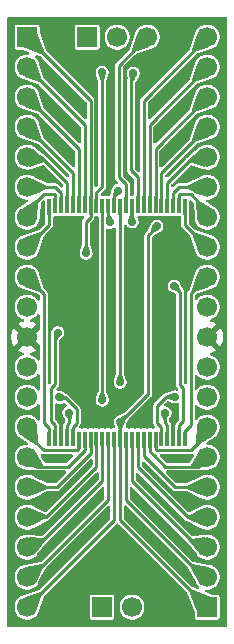
<source format=gtl>
G04 #@! TF.GenerationSoftware,KiCad,Pcbnew,9.0.7*
G04 #@! TF.CreationDate,2026-01-28T19:45:35+11:00*
G04 #@! TF.ProjectId,16BitFlashROM_Adaptor,31364269-7446-46c6-9173-68524f4d5f41,rev?*
G04 #@! TF.SameCoordinates,Original*
G04 #@! TF.FileFunction,Copper,L1,Top*
G04 #@! TF.FilePolarity,Positive*
%FSLAX46Y46*%
G04 Gerber Fmt 4.6, Leading zero omitted, Abs format (unit mm)*
G04 Created by KiCad (PCBNEW 9.0.7) date 2026-01-28 19:45:35*
%MOMM*%
%LPD*%
G01*
G04 APERTURE LIST*
G04 #@! TA.AperFunction,ComponentPad*
%ADD10R,1.700000X1.700000*%
G04 #@! TD*
G04 #@! TA.AperFunction,ComponentPad*
%ADD11C,1.700000*%
G04 #@! TD*
G04 #@! TA.AperFunction,SMDPad,CuDef*
%ADD12R,0.300000X1.300000*%
G04 #@! TD*
G04 #@! TA.AperFunction,ViaPad*
%ADD13C,0.700000*%
G04 #@! TD*
G04 #@! TA.AperFunction,Conductor*
%ADD14C,0.250000*%
G04 #@! TD*
G04 APERTURE END LIST*
D10*
X144780000Y-88900000D03*
D11*
X147320000Y-88900000D03*
X149860000Y-88900000D03*
D12*
X153070000Y-103185000D03*
X152570000Y-103185000D03*
X152070000Y-103185000D03*
X151570000Y-103185000D03*
X151070000Y-103185000D03*
X150570000Y-103185000D03*
X150070000Y-103185000D03*
X149570000Y-103185000D03*
X149070000Y-103185000D03*
X148570000Y-103185000D03*
X148070000Y-103185000D03*
X147570000Y-103185000D03*
X147070000Y-103185000D03*
X146570000Y-103185000D03*
X146070000Y-103185000D03*
X145570000Y-103185000D03*
X145070000Y-103185000D03*
X144570000Y-103185000D03*
X144070000Y-103185000D03*
X143570000Y-103185000D03*
X143070000Y-103185000D03*
X142570000Y-103185000D03*
X142070000Y-103185000D03*
X141570000Y-103185000D03*
X141570000Y-122885000D03*
X142070000Y-122885000D03*
X142570000Y-122885000D03*
X143070000Y-122885000D03*
X143570000Y-122885000D03*
X144070000Y-122885000D03*
X144570000Y-122885000D03*
X145070000Y-122885000D03*
X145570000Y-122885000D03*
X146070000Y-122885000D03*
X146570000Y-122885000D03*
X147070000Y-122885000D03*
X147570000Y-122885000D03*
X148070000Y-122885000D03*
X148570000Y-122885000D03*
X149070000Y-122885000D03*
X149570000Y-122885000D03*
X150070000Y-122885000D03*
X150570000Y-122885000D03*
X151070000Y-122885000D03*
X151570000Y-122885000D03*
X152070000Y-122885000D03*
X152570000Y-122885000D03*
X153070000Y-122885000D03*
D10*
X146045000Y-137160000D03*
D11*
X148585000Y-137160000D03*
D10*
X139700000Y-88900000D03*
D11*
X139700000Y-91440000D03*
X139700000Y-93980000D03*
X139700000Y-96520000D03*
X139700000Y-99060000D03*
X139700000Y-101600000D03*
X139700000Y-104140000D03*
X139700000Y-106680000D03*
X139700000Y-109220000D03*
X139700000Y-111760000D03*
X139700000Y-114300000D03*
X139700000Y-116840000D03*
X139700000Y-119380000D03*
X139700000Y-121920000D03*
X139700000Y-124460000D03*
X139700000Y-127000000D03*
X139700000Y-129540000D03*
X139700000Y-132080000D03*
X139700000Y-134620000D03*
X139700000Y-137160000D03*
D10*
X154940000Y-137160000D03*
D11*
X154940000Y-134620000D03*
X154940000Y-132080000D03*
X154940000Y-129540000D03*
X154940000Y-127000000D03*
X154940000Y-124460000D03*
X154940000Y-121920000D03*
X154940000Y-119380000D03*
X154940000Y-116840000D03*
X154940000Y-114300000D03*
X154940000Y-111760000D03*
X154940000Y-109220000D03*
X154940000Y-106680000D03*
X154940000Y-104140000D03*
X154940000Y-101600000D03*
X154940000Y-99060000D03*
X154940000Y-96520000D03*
X154940000Y-93980000D03*
X154940000Y-91440000D03*
X154940000Y-88900000D03*
D13*
X152800000Y-133920000D03*
X142570000Y-121300000D03*
X148710000Y-117610000D03*
X151160000Y-96610000D03*
X142660000Y-105010000D03*
X152320000Y-108260000D03*
X151570000Y-98690000D03*
X143050000Y-93550000D03*
X146340000Y-129360000D03*
X152370000Y-90070000D03*
X148980000Y-105740000D03*
X142370000Y-90190000D03*
X147340000Y-130620000D03*
X146760000Y-96480000D03*
X143280000Y-130350000D03*
X144870000Y-121320000D03*
X151330000Y-130300000D03*
X151290000Y-117660000D03*
X148245000Y-129380000D03*
X146860000Y-106630000D03*
X143090000Y-98720000D03*
X146050000Y-90840000D03*
X142140000Y-112620000D03*
X151730000Y-124560000D03*
X142790000Y-124560000D03*
X148920000Y-90910000D03*
X146830000Y-111720000D03*
X152070000Y-121300000D03*
X143720000Y-96780000D03*
X152530000Y-92530000D03*
X142300000Y-113920000D03*
X143226585Y-120684451D03*
X144690000Y-107210000D03*
X151385248Y-120715947D03*
X152220000Y-119360000D03*
X142420000Y-119380000D03*
X152160000Y-109972500D03*
X148590000Y-104550000D03*
X147395000Y-101890000D03*
X147590000Y-121500000D03*
X150695000Y-104892500D03*
X146070000Y-119640000D03*
X148700000Y-91940000D03*
X147570000Y-118130000D03*
X146050000Y-91890000D03*
X146745000Y-104580000D03*
D14*
X142070000Y-121756009D02*
X142070000Y-122885000D01*
X141744000Y-121430009D02*
X142070000Y-121756009D01*
X141744000Y-118636000D02*
X141744000Y-121430009D01*
X142080000Y-114140000D02*
X142080000Y-118300000D01*
X142080000Y-118300000D02*
X141744000Y-118636000D01*
X152070000Y-121300000D02*
X152070000Y-122885000D01*
X142570000Y-121290000D02*
X142570000Y-122885000D01*
X150070000Y-96310000D02*
X154940000Y-91440000D01*
X150070000Y-103185000D02*
X150070000Y-96310000D01*
X150570000Y-103185000D02*
X150570000Y-98350000D01*
X150570000Y-98350000D02*
X154940000Y-93980000D01*
X152530000Y-101600000D02*
X154940000Y-101600000D01*
X152070000Y-102060000D02*
X152530000Y-101600000D01*
X152070000Y-103185000D02*
X152070000Y-102060000D01*
X153070000Y-103185000D02*
X153070000Y-104810000D01*
X153070000Y-104810000D02*
X154940000Y-106680000D01*
X151570000Y-101227919D02*
X153737919Y-99060000D01*
X153737919Y-99060000D02*
X154940000Y-99060000D01*
X151570000Y-103185000D02*
X151570000Y-101227919D01*
X153546000Y-102209000D02*
X154940000Y-103603000D01*
X154940000Y-103603000D02*
X154940000Y-104140000D01*
X152570000Y-102233000D02*
X152594000Y-102209000D01*
X152570000Y-103185000D02*
X152570000Y-102233000D01*
X152594000Y-102209000D02*
X153546000Y-102209000D01*
X149570000Y-103185000D02*
X149570000Y-94270000D01*
X149570000Y-94270000D02*
X154940000Y-88900000D01*
X153070000Y-122220000D02*
X153570000Y-121720000D01*
X153070000Y-122885000D02*
X153070000Y-122220000D01*
X153570000Y-110590000D02*
X154940000Y-109220000D01*
X153570000Y-121720000D02*
X153570000Y-110590000D01*
X151070000Y-100390000D02*
X154940000Y-96520000D01*
X151070000Y-103185000D02*
X151070000Y-100390000D01*
X141570000Y-104810000D02*
X139700000Y-106680000D01*
X141570000Y-103185000D02*
X141570000Y-104810000D01*
X141570000Y-122885000D02*
X141580000Y-122875000D01*
X141580000Y-122000000D02*
X141110000Y-121530000D01*
X141110000Y-121530000D02*
X141110000Y-110630000D01*
X141580000Y-122875000D02*
X141580000Y-122000000D01*
X141110000Y-110630000D02*
X139700000Y-109220000D01*
X142570000Y-103185000D02*
X142570000Y-102095190D01*
X142570000Y-102095190D02*
X142074810Y-101600000D01*
X142074810Y-101600000D02*
X139700000Y-101600000D01*
X144570000Y-103185000D02*
X144570000Y-96310000D01*
X144570000Y-96310000D02*
X139700000Y-91440000D01*
X144070000Y-103185000D02*
X144070000Y-98350000D01*
X144070000Y-98350000D02*
X139700000Y-93980000D01*
X143570000Y-100390000D02*
X139700000Y-96520000D01*
X143570000Y-103185000D02*
X143570000Y-100390000D01*
X141094000Y-102209000D02*
X139700000Y-103603000D01*
X142070000Y-103185000D02*
X142070000Y-102233000D01*
X139700000Y-103603000D02*
X139700000Y-104140000D01*
X142070000Y-102233000D02*
X142046000Y-102209000D01*
X142046000Y-102209000D02*
X141094000Y-102209000D01*
X143070000Y-122885000D02*
X143070000Y-121756009D01*
X143246000Y-120703866D02*
X143226585Y-120684451D01*
X143246000Y-121580009D02*
X143246000Y-120703866D01*
X143070000Y-121756009D02*
X143246000Y-121580009D01*
X144690000Y-107210000D02*
X144690000Y-104517000D01*
X144690000Y-104517000D02*
X145070000Y-104137000D01*
X145070000Y-94270000D02*
X139700000Y-88900000D01*
X145070000Y-103185000D02*
X145070000Y-94270000D01*
X145070000Y-104137000D02*
X145070000Y-103185000D01*
X140902081Y-99060000D02*
X139700000Y-99060000D01*
X143070000Y-103185000D02*
X143070000Y-101227919D01*
X143070000Y-101227919D02*
X140902081Y-99060000D01*
X149070000Y-125320000D02*
X153290000Y-129540000D01*
X153290000Y-129540000D02*
X154940000Y-129540000D01*
X149070000Y-122885000D02*
X149070000Y-125320000D01*
X153546000Y-123861000D02*
X154940000Y-122467000D01*
X150570000Y-122885000D02*
X150570000Y-123837000D01*
X154940000Y-122467000D02*
X154940000Y-121920000D01*
X150570000Y-123837000D02*
X150594000Y-123861000D01*
X150594000Y-123861000D02*
X153546000Y-123861000D01*
X151385248Y-121571257D02*
X151385248Y-120715947D01*
X151570000Y-121756009D02*
X151385248Y-121571257D01*
X151570000Y-122885000D02*
X151570000Y-121756009D01*
X149570000Y-124350000D02*
X152220000Y-127000000D01*
X152220000Y-127000000D02*
X154940000Y-127000000D01*
X149570000Y-122885000D02*
X149570000Y-124350000D01*
X154610000Y-134620000D02*
X154940000Y-134620000D01*
X148070000Y-122885000D02*
X148070000Y-128080000D01*
X148070000Y-128080000D02*
X154610000Y-134620000D01*
X150070000Y-123970000D02*
X150070000Y-122885000D01*
X151360000Y-125260000D02*
X150412000Y-124312000D01*
X150119000Y-124023810D02*
X150119000Y-124019000D01*
X150412000Y-124312000D02*
X150407190Y-124312000D01*
X154140000Y-125260000D02*
X151360000Y-125260000D01*
X150119000Y-124019000D02*
X150070000Y-123970000D01*
X150407190Y-124312000D02*
X150119000Y-124023810D01*
X154940000Y-124460000D02*
X154140000Y-125260000D01*
X154140000Y-132080000D02*
X154940000Y-132080000D01*
X148570000Y-122885000D02*
X148570000Y-126510000D01*
X148570000Y-126510000D02*
X154140000Y-132080000D01*
X151070000Y-121933000D02*
X151070000Y-122885000D01*
X150709248Y-121572248D02*
X151070000Y-121933000D01*
X152220000Y-119360000D02*
X151460000Y-119360000D01*
X151460000Y-119360000D02*
X150709248Y-120110752D01*
X150709248Y-120110752D02*
X150709248Y-121572248D01*
X140500000Y-125260000D02*
X143147000Y-125260000D01*
X139700000Y-124460000D02*
X140500000Y-125260000D01*
X144570000Y-123837000D02*
X144570000Y-122885000D01*
X143147000Y-125260000D02*
X144570000Y-123837000D01*
X145570000Y-125270000D02*
X141330000Y-129510000D01*
X140172620Y-129510000D02*
X140142620Y-129540000D01*
X145570000Y-122885000D02*
X145570000Y-125270000D01*
X141330000Y-129510000D02*
X140172620Y-129510000D01*
X140142620Y-129540000D02*
X139700000Y-129540000D01*
X147070000Y-129790000D02*
X139700000Y-137160000D01*
X147070000Y-122885000D02*
X147070000Y-129790000D01*
X141094000Y-123861000D02*
X139700000Y-122467000D01*
X139700000Y-122467000D02*
X139700000Y-121920000D01*
X144070000Y-122885000D02*
X144070000Y-123699190D01*
X143908190Y-123861000D02*
X141094000Y-123861000D01*
X144070000Y-123699190D02*
X143908190Y-123861000D01*
X140030000Y-134620000D02*
X139700000Y-134620000D01*
X146570000Y-128080000D02*
X140030000Y-134620000D01*
X146570000Y-122885000D02*
X146570000Y-128080000D01*
X142420000Y-119380000D02*
X142878143Y-119380000D01*
X143570000Y-121893819D02*
X143570000Y-122885000D01*
X143902585Y-121561234D02*
X143570000Y-121893819D01*
X143902585Y-120404442D02*
X143902585Y-121561234D01*
X142878143Y-119380000D02*
X143902585Y-120404442D01*
X142919991Y-129644000D02*
X142524000Y-130039991D01*
X140490000Y-132080000D02*
X139700000Y-132080000D01*
X146070000Y-122885000D02*
X146070000Y-126500000D01*
X142524000Y-130039991D02*
X142524000Y-130046000D01*
X142926000Y-129644000D02*
X142919991Y-129644000D01*
X146070000Y-126500000D02*
X142926000Y-129644000D01*
X142524000Y-130046000D02*
X140490000Y-132080000D01*
X142210000Y-127000000D02*
X139700000Y-127000000D01*
X145070000Y-124140000D02*
X142210000Y-127000000D01*
X145070000Y-122885000D02*
X145070000Y-124140000D01*
X152640000Y-110452500D02*
X152640000Y-118340000D01*
X152160000Y-109972500D02*
X152640000Y-110452500D01*
X152910000Y-121416009D02*
X152570000Y-121756009D01*
X152910000Y-118610000D02*
X152910000Y-121416009D01*
X152570000Y-121756009D02*
X152570000Y-122885000D01*
X152640000Y-118340000D02*
X152910000Y-118610000D01*
X148570000Y-103185000D02*
X148570000Y-104530000D01*
X148570000Y-104530000D02*
X148590000Y-104550000D01*
X147070000Y-103185000D02*
X147070000Y-102215000D01*
X147070000Y-102215000D02*
X147395000Y-101890000D01*
X149960000Y-105682500D02*
X149960000Y-119130000D01*
X149960000Y-119130000D02*
X147590000Y-121500000D01*
X147570000Y-122885000D02*
X147570000Y-121520000D01*
X147570000Y-121520000D02*
X147590000Y-121500000D01*
X150750000Y-104892500D02*
X149960000Y-105682500D01*
X147570000Y-129790000D02*
X154940000Y-137160000D01*
X147570000Y-122885000D02*
X147570000Y-129790000D01*
X146070000Y-103185000D02*
X146070000Y-119640000D01*
X149070000Y-100780000D02*
X149070000Y-103185000D01*
X148700000Y-92000000D02*
X148700000Y-92390000D01*
X148700000Y-92390000D02*
X148480000Y-92610000D01*
X148480000Y-92610000D02*
X148480000Y-100190000D01*
X148480000Y-100190000D02*
X149070000Y-100780000D01*
X147570000Y-103185000D02*
X147570000Y-118130000D01*
X148070000Y-103185000D02*
X148070000Y-101370000D01*
X147460000Y-92083968D02*
X147450000Y-92073968D01*
X147450000Y-92073968D02*
X147450000Y-91310000D01*
X147450000Y-91310000D02*
X149860000Y-88900000D01*
X148070000Y-101370000D02*
X147460000Y-100760000D01*
X147460000Y-100760000D02*
X147460000Y-92083968D01*
X146040000Y-91900000D02*
X146040000Y-101570000D01*
X145570000Y-102040000D02*
X145570000Y-103185000D01*
X146050000Y-91890000D02*
X146040000Y-91900000D01*
X146040000Y-101570000D02*
X145570000Y-102040000D01*
X146570000Y-103185000D02*
X146570000Y-104405000D01*
X146570000Y-104405000D02*
X146745000Y-104580000D01*
G04 #@! TA.AperFunction,Conductor*
G36*
X148100703Y-128571475D02*
G01*
X148107181Y-128577507D01*
X153326730Y-133797056D01*
X153349232Y-133827854D01*
X153599993Y-134313580D01*
X153984638Y-135058641D01*
X154009059Y-135117598D01*
X154035518Y-135157197D01*
X154038719Y-135163398D01*
X154044646Y-135174878D01*
X154050113Y-135184787D01*
X154050392Y-135185261D01*
X154050760Y-135185896D01*
X154050784Y-135185929D01*
X154050785Y-135185930D01*
X154050787Y-135185933D01*
X154057148Y-135192677D01*
X154070040Y-135208864D01*
X154124022Y-135289655D01*
X154245510Y-135411143D01*
X154278995Y-135472466D01*
X154274011Y-135542158D01*
X154232139Y-135598091D01*
X154166675Y-135622508D01*
X154111572Y-135613873D01*
X153704647Y-135450264D01*
X153663223Y-135422896D01*
X147931819Y-129691492D01*
X147898334Y-129630169D01*
X147895500Y-129603811D01*
X147895500Y-128665188D01*
X147915185Y-128598149D01*
X147967989Y-128552394D01*
X148037147Y-128542450D01*
X148100703Y-128571475D01*
G37*
G04 #@! TD.AperFunction*
G04 #@! TA.AperFunction,Conductor*
G36*
X140974954Y-124167781D02*
G01*
X140979105Y-124167431D01*
X140986381Y-124169146D01*
X141051147Y-124186501D01*
X141051149Y-124186501D01*
X141144449Y-124186501D01*
X141144465Y-124186500D01*
X143460811Y-124186500D01*
X143527850Y-124206185D01*
X143573605Y-124258989D01*
X143583549Y-124328147D01*
X143554524Y-124391703D01*
X143548492Y-124398181D01*
X143048492Y-124898181D01*
X142987169Y-124931666D01*
X142960811Y-124934500D01*
X141247785Y-124934500D01*
X141180746Y-124914815D01*
X141139719Y-124871309D01*
X140992121Y-124609006D01*
X140846226Y-124349729D01*
X140841394Y-124328804D01*
X140832010Y-124309486D01*
X140833689Y-124295439D01*
X140830506Y-124281654D01*
X140837755Y-124261435D01*
X140840305Y-124240110D01*
X140849312Y-124229200D01*
X140854087Y-124215884D01*
X140871113Y-124202795D01*
X140884790Y-124186232D01*
X140898266Y-124181924D01*
X140909482Y-124173303D01*
X140930882Y-124171498D01*
X140951342Y-124164958D01*
X140974954Y-124167781D01*
G37*
G04 #@! TD.AperFunction*
G04 #@! TA.AperFunction,Conductor*
G36*
X153723459Y-124170810D02*
G01*
X153781322Y-124209972D01*
X153808827Y-124274200D01*
X153797241Y-124343102D01*
X153793770Y-124349731D01*
X153500280Y-124871309D01*
X153450250Y-124920080D01*
X153392214Y-124934500D01*
X151546189Y-124934500D01*
X151479150Y-124914815D01*
X151458508Y-124898181D01*
X150958508Y-124398181D01*
X150925023Y-124336858D01*
X150930007Y-124267166D01*
X150971879Y-124211233D01*
X151037343Y-124186816D01*
X151046189Y-124186500D01*
X153588851Y-124186500D01*
X153588853Y-124186500D01*
X153653612Y-124169148D01*
X153723459Y-124170810D01*
G37*
G04 #@! TD.AperFunction*
G04 #@! TA.AperFunction,Conductor*
G36*
X142898595Y-119874721D02*
G01*
X142939828Y-119902012D01*
X143023572Y-119985756D01*
X143057057Y-120047079D01*
X143052073Y-120116771D01*
X143010201Y-120172704D01*
X142997892Y-120180824D01*
X142888570Y-120243942D01*
X142888567Y-120243944D01*
X142786078Y-120346433D01*
X142786073Y-120346439D01*
X142713602Y-120471962D01*
X142713601Y-120471966D01*
X142676085Y-120611976D01*
X142676085Y-120611978D01*
X142676085Y-120756927D01*
X142691465Y-120814328D01*
X142692987Y-120820008D01*
X142696136Y-120838678D01*
X142702410Y-120855179D01*
X142704042Y-120861267D01*
X142704044Y-120861274D01*
X142713601Y-120896937D01*
X142722371Y-120912128D01*
X142730882Y-120930044D01*
X142740695Y-120955846D01*
X142740698Y-120955852D01*
X142757522Y-120989058D01*
X142760269Y-120994478D01*
X142762931Y-120998590D01*
X142762933Y-120998592D01*
X142762934Y-120998594D01*
X142790124Y-121032220D01*
X142790133Y-121032230D01*
X142834524Y-121076620D01*
X142854230Y-121102301D01*
X142883326Y-121152696D01*
X142895712Y-121182600D01*
X142910774Y-121238810D01*
X142915000Y-121270905D01*
X142915000Y-121366027D01*
X142916115Y-121371633D01*
X142909886Y-121441224D01*
X142882179Y-121483503D01*
X142809534Y-121556148D01*
X142809533Y-121556150D01*
X142766681Y-121630371D01*
X142754071Y-121677434D01*
X142739578Y-121701210D01*
X142728010Y-121726543D01*
X142721978Y-121733021D01*
X142720000Y-121734999D01*
X142720000Y-122174731D01*
X142718314Y-122195105D01*
X142718043Y-122196730D01*
X142717955Y-122197262D01*
X142715856Y-122214127D01*
X142715698Y-122216043D01*
X142715000Y-122232957D01*
X142715000Y-122235857D01*
X142716316Y-122259064D01*
X142716617Y-122261710D01*
X142717714Y-122268099D01*
X142716747Y-122276417D01*
X142719500Y-122289070D01*
X142719500Y-122761000D01*
X142699815Y-122828039D01*
X142647011Y-122873794D01*
X142595500Y-122885000D01*
X142544500Y-122885000D01*
X142477461Y-122865315D01*
X142431706Y-122812511D01*
X142420500Y-122761000D01*
X142420500Y-122289070D01*
X142421913Y-122272475D01*
X142421762Y-122271423D01*
X142422058Y-122270774D01*
X142422286Y-122268099D01*
X142423382Y-122261710D01*
X142423383Y-122261707D01*
X142423682Y-122259080D01*
X142425000Y-122235840D01*
X142425000Y-122232969D01*
X142424301Y-122216035D01*
X142424142Y-122214112D01*
X142422045Y-122197262D01*
X142421685Y-122195105D01*
X142420000Y-122174730D01*
X142420000Y-121735000D01*
X142418023Y-121733023D01*
X142405587Y-121711484D01*
X142392910Y-121696854D01*
X142391507Y-121687097D01*
X142385929Y-121677436D01*
X142373318Y-121630371D01*
X142362961Y-121612432D01*
X142330465Y-121556147D01*
X142269862Y-121495544D01*
X142269860Y-121495542D01*
X142105819Y-121331501D01*
X142072334Y-121270178D01*
X142069500Y-121243820D01*
X142069500Y-120017602D01*
X142089185Y-119950563D01*
X142141989Y-119904808D01*
X142211147Y-119894864D01*
X142225573Y-119897822D01*
X142347525Y-119930500D01*
X142347528Y-119930500D01*
X142492474Y-119930500D01*
X142492475Y-119930500D01*
X142504615Y-119927246D01*
X142531862Y-119923784D01*
X142531843Y-119923569D01*
X142537634Y-119923051D01*
X142537833Y-119923026D01*
X142537911Y-119923027D01*
X142829063Y-119867861D01*
X142898595Y-119874721D01*
G37*
G04 #@! TD.AperFunction*
G04 #@! TA.AperFunction,Conductor*
G36*
X151637978Y-119741525D02*
G01*
X151996997Y-119866911D01*
X152007515Y-119872984D01*
X152037026Y-119880891D01*
X152071290Y-119892858D01*
X152080349Y-119895678D01*
X152084711Y-119897036D01*
X152084715Y-119897037D01*
X152086258Y-119897460D01*
X152088714Y-119898117D01*
X152088716Y-119898117D01*
X152088720Y-119898118D01*
X152095790Y-119899158D01*
X152095787Y-119899176D01*
X152116837Y-119902277D01*
X152147525Y-119910500D01*
X152147528Y-119910500D01*
X152292472Y-119910500D01*
X152292475Y-119910500D01*
X152428409Y-119874076D01*
X152498256Y-119875739D01*
X152556118Y-119914901D01*
X152583623Y-119979129D01*
X152584500Y-119993851D01*
X152584500Y-121229820D01*
X152564815Y-121296859D01*
X152548181Y-121317501D01*
X152309537Y-121556144D01*
X152309533Y-121556150D01*
X152266681Y-121630371D01*
X152254071Y-121677434D01*
X152239577Y-121701211D01*
X152228009Y-121726544D01*
X152221978Y-121733021D01*
X152220000Y-121734999D01*
X152220000Y-122174731D01*
X152218314Y-122195105D01*
X152218043Y-122196730D01*
X152217955Y-122197262D01*
X152215856Y-122214127D01*
X152215698Y-122216043D01*
X152215000Y-122232957D01*
X152215000Y-122235857D01*
X152216316Y-122259064D01*
X152216617Y-122261710D01*
X152217714Y-122268099D01*
X152216747Y-122276417D01*
X152219500Y-122289070D01*
X152219500Y-122761000D01*
X152199815Y-122828039D01*
X152147011Y-122873794D01*
X152095500Y-122885000D01*
X152044500Y-122885000D01*
X151977461Y-122865315D01*
X151931706Y-122812511D01*
X151920500Y-122761000D01*
X151920500Y-122289070D01*
X151921913Y-122272475D01*
X151921762Y-122271423D01*
X151922058Y-122270774D01*
X151922286Y-122268099D01*
X151923382Y-122261710D01*
X151923383Y-122261707D01*
X151923682Y-122259080D01*
X151925000Y-122235840D01*
X151925000Y-122232969D01*
X151924729Y-122226412D01*
X151924301Y-122216043D01*
X151924301Y-122216035D01*
X151924142Y-122214112D01*
X151922045Y-122197263D01*
X151921685Y-122195105D01*
X151920000Y-122174731D01*
X151920000Y-121735000D01*
X151918022Y-121733022D01*
X151905586Y-121711482D01*
X151892909Y-121696852D01*
X151891505Y-121687093D01*
X151885928Y-121677432D01*
X151873319Y-121630373D01*
X151873318Y-121630371D01*
X151873318Y-121630370D01*
X151842735Y-121577399D01*
X151830465Y-121556147D01*
X151769862Y-121495544D01*
X151769860Y-121495542D01*
X151761319Y-121487001D01*
X151746615Y-121460073D01*
X151730023Y-121434255D01*
X151729131Y-121428054D01*
X151727834Y-121425678D01*
X151725000Y-121399320D01*
X151725000Y-121397615D01*
X151725086Y-121392992D01*
X151725222Y-121389351D01*
X151725479Y-121382471D01*
X151725477Y-121382459D01*
X151725306Y-121377838D01*
X151725368Y-121377835D01*
X151725000Y-121371260D01*
X151725000Y-121270900D01*
X151729225Y-121238808D01*
X151744284Y-121182605D01*
X151756670Y-121152700D01*
X151785770Y-121102297D01*
X151805471Y-121076623D01*
X151829694Y-121052401D01*
X151858403Y-121016394D01*
X151861176Y-121011979D01*
X151881162Y-120970435D01*
X151892156Y-120938955D01*
X151898232Y-120928432D01*
X151906143Y-120898905D01*
X151918105Y-120864657D01*
X151922285Y-120851231D01*
X151922708Y-120849688D01*
X151923365Y-120847232D01*
X151923365Y-120847228D01*
X151923366Y-120847225D01*
X151924406Y-120840156D01*
X151924424Y-120840158D01*
X151927525Y-120819108D01*
X151935748Y-120788422D01*
X151935748Y-120643472D01*
X151898232Y-120503462D01*
X151880045Y-120471962D01*
X151825759Y-120377935D01*
X151825754Y-120377929D01*
X151723265Y-120275440D01*
X151723259Y-120275435D01*
X151597736Y-120202964D01*
X151597737Y-120202964D01*
X151571661Y-120195977D01*
X151457723Y-120165447D01*
X151414240Y-120165447D01*
X151347201Y-120145762D01*
X151301446Y-120092958D01*
X151291502Y-120023800D01*
X151320527Y-119960244D01*
X151326559Y-119953766D01*
X151417261Y-119863064D01*
X151509415Y-119770909D01*
X151570736Y-119737426D01*
X151637978Y-119741525D01*
G37*
G04 #@! TD.AperFunction*
G04 #@! TA.AperFunction,Conductor*
G36*
X140748181Y-114994627D02*
G01*
X140781666Y-115055950D01*
X140784500Y-115082308D01*
X140784500Y-116163445D01*
X140764815Y-116230484D01*
X140712011Y-116276239D01*
X140642853Y-116286183D01*
X140579297Y-116257158D01*
X140557397Y-116232335D01*
X140515975Y-116170342D01*
X140369657Y-116024024D01*
X140283626Y-115966541D01*
X140197598Y-115909059D01*
X140197593Y-115909057D01*
X140135891Y-115883499D01*
X140032890Y-115840834D01*
X139978488Y-115796994D01*
X139956423Y-115730700D01*
X139973702Y-115663001D01*
X140024839Y-115615390D01*
X140042026Y-115608343D01*
X140218217Y-115551095D01*
X140407554Y-115454622D01*
X140461716Y-115415270D01*
X140461717Y-115415270D01*
X139829408Y-114782962D01*
X139892993Y-114765925D01*
X140007007Y-114700099D01*
X140100099Y-114607007D01*
X140165925Y-114492993D01*
X140182962Y-114429408D01*
X140748181Y-114994627D01*
G37*
G04 #@! TD.AperFunction*
G04 #@! TA.AperFunction,Conductor*
G36*
X140743361Y-112344304D02*
G01*
X140780081Y-112403747D01*
X140784500Y-112436554D01*
X140784500Y-113517692D01*
X140764815Y-113584731D01*
X140748181Y-113605373D01*
X140182962Y-114170591D01*
X140165925Y-114107007D01*
X140100099Y-113992993D01*
X140007007Y-113899901D01*
X139892993Y-113834075D01*
X139829409Y-113817037D01*
X140461716Y-113184728D01*
X140407550Y-113145375D01*
X140218216Y-113048904D01*
X140042026Y-112991656D01*
X139984350Y-112952218D01*
X139957152Y-112887860D01*
X139969067Y-112819013D01*
X140016311Y-112767538D01*
X140032882Y-112759168D01*
X140197598Y-112690941D01*
X140369655Y-112575977D01*
X140515977Y-112429655D01*
X140557398Y-112367662D01*
X140611009Y-112322859D01*
X140680334Y-112314150D01*
X140743361Y-112344304D01*
G37*
G04 #@! TD.AperFunction*
G04 #@! TA.AperFunction,Conductor*
G36*
X140528424Y-90446123D02*
G01*
X140935352Y-90609733D01*
X140976775Y-90637101D01*
X144708181Y-94368507D01*
X144741666Y-94429830D01*
X144744500Y-94456188D01*
X144744500Y-95724811D01*
X144724815Y-95791850D01*
X144672011Y-95837605D01*
X144602853Y-95847549D01*
X144539297Y-95818524D01*
X144532819Y-95812492D01*
X141181100Y-92460773D01*
X141151786Y-92414177D01*
X140730920Y-91215656D01*
X140730916Y-91215650D01*
X140728893Y-91211093D01*
X140729798Y-91210690D01*
X140720202Y-91184220D01*
X140710130Y-91133580D01*
X140630941Y-90942402D01*
X140515977Y-90770345D01*
X140515975Y-90770342D01*
X140394487Y-90648854D01*
X140361002Y-90587531D01*
X140365986Y-90517839D01*
X140407858Y-90461906D01*
X140473322Y-90437489D01*
X140528424Y-90446123D01*
G37*
G04 #@! TD.AperFunction*
G04 #@! TA.AperFunction,Conductor*
G36*
X156582539Y-87220185D02*
G01*
X156628294Y-87272989D01*
X156639500Y-87324500D01*
X156639500Y-138735500D01*
X156619815Y-138802539D01*
X156567011Y-138848294D01*
X156515500Y-138859500D01*
X138124500Y-138859500D01*
X138057461Y-138839815D01*
X138011706Y-138787011D01*
X138000500Y-138735500D01*
X138000500Y-114193753D01*
X138350000Y-114193753D01*
X138350000Y-114406246D01*
X138383242Y-114616127D01*
X138383242Y-114616130D01*
X138448904Y-114818217D01*
X138545375Y-115007550D01*
X138584728Y-115061716D01*
X139217037Y-114429408D01*
X139234075Y-114492993D01*
X139299901Y-114607007D01*
X139392993Y-114700099D01*
X139507007Y-114765925D01*
X139570590Y-114782962D01*
X138938282Y-115415269D01*
X138938282Y-115415270D01*
X138992449Y-115454624D01*
X139181782Y-115551095D01*
X139357973Y-115608343D01*
X139415648Y-115647780D01*
X139442847Y-115712139D01*
X139430932Y-115780985D01*
X139383688Y-115832461D01*
X139367108Y-115840835D01*
X139202403Y-115909057D01*
X139030342Y-116024024D01*
X138884024Y-116170342D01*
X138769058Y-116342403D01*
X138689870Y-116533579D01*
X138689868Y-116533587D01*
X138649500Y-116736530D01*
X138649500Y-116943469D01*
X138689868Y-117146412D01*
X138689870Y-117146420D01*
X138769058Y-117337596D01*
X138884024Y-117509657D01*
X139030342Y-117655975D01*
X139030345Y-117655977D01*
X139202402Y-117770941D01*
X139393580Y-117850130D01*
X139596530Y-117890499D01*
X139596534Y-117890500D01*
X139596535Y-117890500D01*
X139803466Y-117890500D01*
X139803467Y-117890499D01*
X140006420Y-117850130D01*
X140197598Y-117770941D01*
X140369655Y-117655977D01*
X140515977Y-117509655D01*
X140557398Y-117447662D01*
X140611009Y-117402859D01*
X140680334Y-117394150D01*
X140743361Y-117424304D01*
X140780081Y-117483747D01*
X140784500Y-117516554D01*
X140784500Y-118703445D01*
X140764815Y-118770484D01*
X140712011Y-118816239D01*
X140642853Y-118826183D01*
X140579297Y-118797158D01*
X140557397Y-118772335D01*
X140515975Y-118710342D01*
X140369657Y-118564024D01*
X140222410Y-118465638D01*
X140197598Y-118449059D01*
X140141057Y-118425639D01*
X140006420Y-118369870D01*
X140006412Y-118369868D01*
X139803469Y-118329500D01*
X139803465Y-118329500D01*
X139596535Y-118329500D01*
X139596530Y-118329500D01*
X139393587Y-118369868D01*
X139393579Y-118369870D01*
X139202403Y-118449058D01*
X139030342Y-118564024D01*
X138884024Y-118710342D01*
X138769058Y-118882403D01*
X138689870Y-119073579D01*
X138689868Y-119073587D01*
X138649500Y-119276530D01*
X138649500Y-119483469D01*
X138689868Y-119686412D01*
X138689870Y-119686420D01*
X138724867Y-119770911D01*
X138769059Y-119877598D01*
X138824281Y-119960244D01*
X138884024Y-120049657D01*
X139030342Y-120195975D01*
X139030345Y-120195977D01*
X139202402Y-120310941D01*
X139393580Y-120390130D01*
X139596530Y-120430499D01*
X139596534Y-120430500D01*
X139596535Y-120430500D01*
X139803466Y-120430500D01*
X139803467Y-120430499D01*
X140006420Y-120390130D01*
X140197598Y-120310941D01*
X140369655Y-120195977D01*
X140515977Y-120049655D01*
X140557398Y-119987662D01*
X140611009Y-119942859D01*
X140680334Y-119934150D01*
X140743361Y-119964304D01*
X140780081Y-120023747D01*
X140784500Y-120056554D01*
X140784500Y-121243445D01*
X140764815Y-121310484D01*
X140712011Y-121356239D01*
X140642853Y-121366183D01*
X140579297Y-121337158D01*
X140557397Y-121312335D01*
X140515975Y-121250342D01*
X140369657Y-121104024D01*
X140252040Y-121025436D01*
X140197598Y-120989059D01*
X140172845Y-120978806D01*
X140006420Y-120909870D01*
X140006412Y-120909868D01*
X139803469Y-120869500D01*
X139803465Y-120869500D01*
X139596535Y-120869500D01*
X139596530Y-120869500D01*
X139393587Y-120909868D01*
X139393579Y-120909870D01*
X139202403Y-120989058D01*
X139030342Y-121104024D01*
X138884024Y-121250342D01*
X138769058Y-121422403D01*
X138689870Y-121613579D01*
X138689868Y-121613587D01*
X138649500Y-121816530D01*
X138649500Y-122023469D01*
X138689868Y-122226412D01*
X138689870Y-122226420D01*
X138769058Y-122417596D01*
X138884024Y-122589657D01*
X139030341Y-122735974D01*
X139030344Y-122735976D01*
X139030345Y-122735977D01*
X139099583Y-122782240D01*
X139116092Y-122795437D01*
X139128102Y-122806847D01*
X139128143Y-122806886D01*
X139693700Y-123164182D01*
X139719795Y-123180668D01*
X139765958Y-123233116D01*
X139776437Y-123302196D01*
X139747905Y-123365974D01*
X139689421Y-123404203D01*
X139653566Y-123409500D01*
X139596530Y-123409500D01*
X139393587Y-123449868D01*
X139393579Y-123449870D01*
X139202403Y-123529058D01*
X139030342Y-123644024D01*
X138884024Y-123790342D01*
X138769058Y-123962403D01*
X138689870Y-124153579D01*
X138689868Y-124153587D01*
X138649500Y-124356530D01*
X138649500Y-124563469D01*
X138689868Y-124766412D01*
X138689870Y-124766420D01*
X138769058Y-124957596D01*
X138884024Y-125129657D01*
X139030342Y-125275975D01*
X139030345Y-125275977D01*
X139202402Y-125390941D01*
X139393580Y-125470130D01*
X139514694Y-125494221D01*
X139535205Y-125499600D01*
X139544568Y-125500163D01*
X139596535Y-125510500D01*
X139712661Y-125510500D01*
X139720107Y-125510724D01*
X140319563Y-125546787D01*
X140366556Y-125560907D01*
X140366847Y-125560206D01*
X140373780Y-125563077D01*
X140374121Y-125563180D01*
X140374357Y-125563316D01*
X140374358Y-125563316D01*
X140374361Y-125563318D01*
X140457147Y-125585500D01*
X140457149Y-125585500D01*
X140963027Y-125585500D01*
X141027553Y-125589382D01*
X141033758Y-125589661D01*
X141034461Y-125589682D01*
X141057259Y-125585500D01*
X142864811Y-125585500D01*
X142931850Y-125605185D01*
X142977605Y-125657989D01*
X142987549Y-125727147D01*
X142958524Y-125790703D01*
X142952492Y-125797181D01*
X142111492Y-126638181D01*
X142050169Y-126671666D01*
X142023811Y-126674500D01*
X141469093Y-126674500D01*
X141415415Y-126662279D01*
X140270344Y-126112396D01*
X140265680Y-126110602D01*
X140266032Y-126109686D01*
X140240524Y-126097741D01*
X140197598Y-126069059D01*
X140006420Y-125989870D01*
X140006412Y-125989868D01*
X139803469Y-125949500D01*
X139803465Y-125949500D01*
X139596535Y-125949500D01*
X139596530Y-125949500D01*
X139393587Y-125989868D01*
X139393579Y-125989870D01*
X139202403Y-126069058D01*
X139030342Y-126184024D01*
X138884024Y-126330342D01*
X138769058Y-126502403D01*
X138689870Y-126693579D01*
X138689868Y-126693587D01*
X138649500Y-126896530D01*
X138649500Y-127103469D01*
X138689868Y-127306412D01*
X138689870Y-127306420D01*
X138769058Y-127497596D01*
X138884024Y-127669657D01*
X139030342Y-127815975D01*
X139030345Y-127815977D01*
X139202402Y-127930941D01*
X139393580Y-128010130D01*
X139596530Y-128050499D01*
X139596534Y-128050500D01*
X139596535Y-128050500D01*
X139803466Y-128050500D01*
X139803467Y-128050499D01*
X140006420Y-128010130D01*
X140197598Y-127930941D01*
X140240588Y-127902215D01*
X140267022Y-127888812D01*
X140270324Y-127887608D01*
X140270337Y-127887605D01*
X141415414Y-127337720D01*
X141469092Y-127325500D01*
X142252851Y-127325500D01*
X142252853Y-127325500D01*
X142335639Y-127303318D01*
X142409862Y-127260465D01*
X145032819Y-124637506D01*
X145094142Y-124604022D01*
X145163834Y-124609006D01*
X145219767Y-124650878D01*
X145244184Y-124716342D01*
X145244500Y-124725188D01*
X145244500Y-125083810D01*
X145224815Y-125150849D01*
X145208181Y-125171491D01*
X141306486Y-129073185D01*
X141245163Y-129106670D01*
X141175471Y-129101686D01*
X141163611Y-129096543D01*
X141116619Y-129073185D01*
X140272918Y-128653810D01*
X140272913Y-128653808D01*
X140268185Y-128651925D01*
X140268420Y-128651334D01*
X140242359Y-128638966D01*
X140197598Y-128609059D01*
X140006420Y-128529870D01*
X140006412Y-128529868D01*
X139803469Y-128489500D01*
X139803465Y-128489500D01*
X139596535Y-128489500D01*
X139596530Y-128489500D01*
X139393587Y-128529868D01*
X139393579Y-128529870D01*
X139202403Y-128609058D01*
X139030342Y-128724024D01*
X138884024Y-128870342D01*
X138769058Y-129042403D01*
X138689870Y-129233579D01*
X138689868Y-129233587D01*
X138649500Y-129436530D01*
X138649500Y-129643469D01*
X138689253Y-129843318D01*
X138689870Y-129846420D01*
X138769059Y-130037598D01*
X138802741Y-130088007D01*
X138884024Y-130209657D01*
X139030342Y-130355975D01*
X139030345Y-130355977D01*
X139202402Y-130470941D01*
X139393580Y-130550130D01*
X139596530Y-130590499D01*
X139596534Y-130590500D01*
X139596535Y-130590500D01*
X139803466Y-130590500D01*
X139803467Y-130590499D01*
X140006420Y-130550130D01*
X140197598Y-130470941D01*
X140246505Y-130438261D01*
X140272988Y-130425739D01*
X140272816Y-130425324D01*
X140278434Y-130422996D01*
X140278442Y-130422994D01*
X141369916Y-129839636D01*
X141396254Y-129829229D01*
X141455639Y-129813318D01*
X141529862Y-129770465D01*
X141577539Y-129722787D01*
X141582111Y-129719062D01*
X141584178Y-129716148D01*
X145532819Y-125767507D01*
X145594142Y-125734022D01*
X145663834Y-125739006D01*
X145719767Y-125780878D01*
X145744184Y-125846342D01*
X145744500Y-125855188D01*
X145744500Y-126313810D01*
X145724815Y-126380849D01*
X145708181Y-126401491D01*
X142745888Y-129363783D01*
X142720221Y-129383481D01*
X142720138Y-129383528D01*
X142720125Y-129383538D01*
X142263538Y-129840125D01*
X142263528Y-129840138D01*
X142263481Y-129840221D01*
X142243783Y-129865888D01*
X141015846Y-131093825D01*
X140954523Y-131127310D01*
X140917639Y-131129696D01*
X139893694Y-131042462D01*
X139893685Y-131042461D01*
X139893434Y-131042483D01*
X139893054Y-131042461D01*
X139888467Y-131042458D01*
X139888467Y-131042202D01*
X139858924Y-131040531D01*
X139836856Y-131036141D01*
X139803465Y-131029500D01*
X139596535Y-131029500D01*
X139596530Y-131029500D01*
X139393587Y-131069868D01*
X139393579Y-131069870D01*
X139202403Y-131149058D01*
X139030342Y-131264024D01*
X138884024Y-131410342D01*
X138769058Y-131582403D01*
X138689870Y-131773579D01*
X138689868Y-131773587D01*
X138649500Y-131976530D01*
X138649500Y-132183469D01*
X138689868Y-132386412D01*
X138689870Y-132386420D01*
X138769058Y-132577596D01*
X138884024Y-132749657D01*
X139030342Y-132895975D01*
X139030345Y-132895977D01*
X139202402Y-133010941D01*
X139393580Y-133090130D01*
X139596530Y-133130499D01*
X139596534Y-133130500D01*
X139596535Y-133130500D01*
X139803466Y-133130500D01*
X139803467Y-133130499D01*
X140006420Y-133090130D01*
X140197598Y-133010941D01*
X140369655Y-132895977D01*
X140515977Y-132749655D01*
X140550343Y-132698220D01*
X140570197Y-132675952D01*
X140570172Y-132675928D01*
X140570770Y-132675309D01*
X140573228Y-132672553D01*
X140574405Y-132671555D01*
X141377573Y-131659605D01*
X141377574Y-131659602D01*
X141380455Y-131655273D01*
X141380729Y-131655455D01*
X141398415Y-131631910D01*
X142784465Y-130245862D01*
X142784508Y-130245785D01*
X142804215Y-130220101D01*
X143100099Y-129924216D01*
X143125785Y-129904508D01*
X143125862Y-129904465D01*
X146032819Y-126997508D01*
X146094142Y-126964023D01*
X146163834Y-126969007D01*
X146219767Y-127010879D01*
X146244184Y-127076343D01*
X146244500Y-127085189D01*
X146244500Y-127893810D01*
X146224815Y-127960849D01*
X146208181Y-127981491D01*
X140883198Y-133306473D01*
X140821875Y-133339958D01*
X140817994Y-133340738D01*
X139508510Y-133582100D01*
X139505551Y-133582669D01*
X139505377Y-133582704D01*
X139505367Y-133582707D01*
X139493761Y-133587514D01*
X139470508Y-133594567D01*
X139393585Y-133609868D01*
X139393581Y-133609869D01*
X139202403Y-133689058D01*
X139030342Y-133804024D01*
X138884024Y-133950342D01*
X138769058Y-134122403D01*
X138689870Y-134313579D01*
X138689868Y-134313587D01*
X138649500Y-134516530D01*
X138649500Y-134723469D01*
X138689868Y-134926412D01*
X138689870Y-134926420D01*
X138769059Y-135117598D01*
X138807332Y-135174878D01*
X138884024Y-135289657D01*
X139030342Y-135435975D01*
X139030345Y-135435977D01*
X139202402Y-135550941D01*
X139393580Y-135630130D01*
X139596530Y-135670499D01*
X139596534Y-135670500D01*
X139596535Y-135670500D01*
X139803466Y-135670500D01*
X139803467Y-135670499D01*
X140006420Y-135630130D01*
X140197598Y-135550941D01*
X140369655Y-135435977D01*
X140515977Y-135289655D01*
X140578743Y-135195718D01*
X140595351Y-135174881D01*
X140604475Y-135157206D01*
X140630941Y-135117598D01*
X140653378Y-135063428D01*
X140657751Y-135054010D01*
X140828396Y-134723469D01*
X141290766Y-133827853D01*
X141313263Y-133797062D01*
X146532819Y-128577507D01*
X146594142Y-128544022D01*
X146663834Y-128549006D01*
X146719767Y-128590878D01*
X146744184Y-128656342D01*
X146744500Y-128665188D01*
X146744500Y-129603810D01*
X146724815Y-129670849D01*
X146708181Y-129691491D01*
X140720774Y-135678897D01*
X140674177Y-135708212D01*
X139475654Y-136129079D01*
X139471100Y-136131103D01*
X139470704Y-136130211D01*
X139444220Y-136139796D01*
X139393585Y-136149868D01*
X139393581Y-136149869D01*
X139202403Y-136229058D01*
X139030342Y-136344024D01*
X138884024Y-136490342D01*
X138769058Y-136662403D01*
X138689870Y-136853579D01*
X138689868Y-136853587D01*
X138649500Y-137056530D01*
X138649500Y-137263469D01*
X138689868Y-137466412D01*
X138689870Y-137466420D01*
X138769058Y-137657596D01*
X138884024Y-137829657D01*
X139030342Y-137975975D01*
X139030345Y-137975977D01*
X139202402Y-138090941D01*
X139393580Y-138170130D01*
X139538052Y-138198867D01*
X139596530Y-138210499D01*
X139596534Y-138210500D01*
X139596535Y-138210500D01*
X139803466Y-138210500D01*
X139803467Y-138210499D01*
X140006420Y-138170130D01*
X140197598Y-138090941D01*
X140369655Y-137975977D01*
X140515977Y-137829655D01*
X140630941Y-137657598D01*
X140710130Y-137466420D01*
X140720217Y-137415703D01*
X140729432Y-137387537D01*
X140730922Y-137384338D01*
X140917297Y-136853587D01*
X141115115Y-136290247D01*
X144994500Y-136290247D01*
X144994500Y-138029752D01*
X145006131Y-138088229D01*
X145006132Y-138088230D01*
X145050447Y-138154552D01*
X145116769Y-138198867D01*
X145116770Y-138198868D01*
X145175247Y-138210499D01*
X145175250Y-138210500D01*
X145175252Y-138210500D01*
X146914750Y-138210500D01*
X146914751Y-138210499D01*
X146929568Y-138207552D01*
X146973229Y-138198868D01*
X146973229Y-138198867D01*
X146973231Y-138198867D01*
X147039552Y-138154552D01*
X147083867Y-138088231D01*
X147083867Y-138088229D01*
X147083868Y-138088229D01*
X147095499Y-138029752D01*
X147095500Y-138029750D01*
X147095500Y-137056530D01*
X147534500Y-137056530D01*
X147534500Y-137263469D01*
X147574868Y-137466412D01*
X147574870Y-137466420D01*
X147654058Y-137657596D01*
X147769024Y-137829657D01*
X147915342Y-137975975D01*
X147915345Y-137975977D01*
X148087402Y-138090941D01*
X148278580Y-138170130D01*
X148423052Y-138198867D01*
X148481530Y-138210499D01*
X148481534Y-138210500D01*
X148481535Y-138210500D01*
X148688466Y-138210500D01*
X148688467Y-138210499D01*
X148891420Y-138170130D01*
X149082598Y-138090941D01*
X149254655Y-137975977D01*
X149400977Y-137829655D01*
X149515941Y-137657598D01*
X149595130Y-137466420D01*
X149635500Y-137263465D01*
X149635500Y-137056535D01*
X149595130Y-136853580D01*
X149515941Y-136662402D01*
X149400977Y-136490345D01*
X149400975Y-136490342D01*
X149254657Y-136344024D01*
X149086655Y-136231770D01*
X149082598Y-136229059D01*
X148891420Y-136149870D01*
X148891412Y-136149868D01*
X148688469Y-136109500D01*
X148688465Y-136109500D01*
X148481535Y-136109500D01*
X148481530Y-136109500D01*
X148278587Y-136149868D01*
X148278579Y-136149870D01*
X148087403Y-136229058D01*
X147915342Y-136344024D01*
X147769024Y-136490342D01*
X147654058Y-136662403D01*
X147574870Y-136853579D01*
X147574868Y-136853587D01*
X147534500Y-137056530D01*
X147095500Y-137056530D01*
X147095500Y-136290249D01*
X147095499Y-136290247D01*
X147083868Y-136231770D01*
X147083867Y-136231769D01*
X147039552Y-136165447D01*
X146973230Y-136121132D01*
X146973229Y-136121131D01*
X146914752Y-136109500D01*
X146914748Y-136109500D01*
X145175252Y-136109500D01*
X145175247Y-136109500D01*
X145116770Y-136121131D01*
X145116769Y-136121132D01*
X145050447Y-136165447D01*
X145006132Y-136231769D01*
X145006131Y-136231770D01*
X144994500Y-136290247D01*
X141115115Y-136290247D01*
X141151785Y-136185820D01*
X141181098Y-136139227D01*
X147232322Y-130088004D01*
X147293641Y-130054522D01*
X147363333Y-130059506D01*
X147407680Y-130088007D01*
X153202897Y-135883224D01*
X153230265Y-135924648D01*
X153320818Y-136149869D01*
X153821726Y-137395718D01*
X153880549Y-137542020D01*
X153889500Y-137588277D01*
X153889500Y-138029752D01*
X153901131Y-138088229D01*
X153901132Y-138088230D01*
X153945447Y-138154552D01*
X154011769Y-138198867D01*
X154011770Y-138198868D01*
X154070247Y-138210499D01*
X154070250Y-138210500D01*
X154070252Y-138210500D01*
X155809750Y-138210500D01*
X155809751Y-138210499D01*
X155824568Y-138207552D01*
X155868229Y-138198868D01*
X155868229Y-138198867D01*
X155868231Y-138198867D01*
X155934552Y-138154552D01*
X155978867Y-138088231D01*
X155978867Y-138088229D01*
X155978868Y-138088229D01*
X155990499Y-138029752D01*
X155990500Y-138029750D01*
X155990500Y-136290249D01*
X155990499Y-136290247D01*
X155978868Y-136231770D01*
X155978867Y-136231769D01*
X155934552Y-136165447D01*
X155868230Y-136121132D01*
X155868229Y-136121131D01*
X155809752Y-136109500D01*
X155809748Y-136109500D01*
X155368278Y-136109500D01*
X155322021Y-136100549D01*
X154846970Y-135909549D01*
X154792113Y-135866277D01*
X154769359Y-135800216D01*
X154785932Y-135732341D01*
X154836570Y-135684200D01*
X154893227Y-135670500D01*
X155043466Y-135670500D01*
X155043467Y-135670499D01*
X155246420Y-135630130D01*
X155437598Y-135550941D01*
X155609655Y-135435977D01*
X155755977Y-135289655D01*
X155870941Y-135117598D01*
X155950130Y-134926420D01*
X155990500Y-134723465D01*
X155990500Y-134516535D01*
X155950130Y-134313580D01*
X155870941Y-134122402D01*
X155755977Y-133950345D01*
X155755975Y-133950342D01*
X155609657Y-133804024D01*
X155523626Y-133746541D01*
X155437598Y-133689059D01*
X155246420Y-133609870D01*
X155246418Y-133609869D01*
X155246414Y-133609868D01*
X155167200Y-133594111D01*
X155145558Y-133587712D01*
X155131424Y-133582089D01*
X155131416Y-133582087D01*
X153822003Y-133340737D01*
X153759642Y-133309226D01*
X153756799Y-133306472D01*
X148431819Y-127981492D01*
X148398334Y-127920169D01*
X148395500Y-127893811D01*
X148395500Y-127095188D01*
X148415185Y-127028149D01*
X148467989Y-126982394D01*
X148537147Y-126972450D01*
X148600703Y-127001475D01*
X148607181Y-127007507D01*
X153242060Y-131642386D01*
X153259133Y-131665687D01*
X153259776Y-131665269D01*
X153263104Y-131670377D01*
X154066191Y-132672387D01*
X154066193Y-132672389D01*
X154066195Y-132672391D01*
X154068979Y-132674836D01*
X154090251Y-132699111D01*
X154124024Y-132749657D01*
X154270342Y-132895975D01*
X154270345Y-132895977D01*
X154442402Y-133010941D01*
X154633580Y-133090130D01*
X154836530Y-133130499D01*
X154836534Y-133130500D01*
X154836535Y-133130500D01*
X155043466Y-133130500D01*
X155043467Y-133130499D01*
X155246420Y-133090130D01*
X155437598Y-133010941D01*
X155609655Y-132895977D01*
X155755977Y-132749655D01*
X155870941Y-132577598D01*
X155950130Y-132386420D01*
X155990500Y-132183465D01*
X155990500Y-131976535D01*
X155950130Y-131773580D01*
X155870941Y-131582402D01*
X155755977Y-131410345D01*
X155755975Y-131410342D01*
X155609657Y-131264024D01*
X155523626Y-131206541D01*
X155437598Y-131149059D01*
X155425133Y-131143896D01*
X155246420Y-131069870D01*
X155246412Y-131069868D01*
X155043469Y-131029500D01*
X155043465Y-131029500D01*
X154836535Y-131029500D01*
X154836532Y-131029500D01*
X154779690Y-131040805D01*
X154750598Y-131042167D01*
X154750596Y-131042741D01*
X154744509Y-131042712D01*
X154744508Y-131042712D01*
X154744507Y-131042712D01*
X153722252Y-131138460D01*
X153653669Y-131125113D01*
X153623007Y-131102681D01*
X148931819Y-126411492D01*
X148898334Y-126350169D01*
X148895500Y-126323811D01*
X148895500Y-125905189D01*
X148915185Y-125838150D01*
X148967989Y-125792395D01*
X149037147Y-125782451D01*
X149100703Y-125811476D01*
X149107181Y-125817508D01*
X153090138Y-129800465D01*
X153146348Y-129832918D01*
X153158837Y-129840129D01*
X153164361Y-129843318D01*
X153221390Y-129858598D01*
X153244552Y-129867365D01*
X154366974Y-130426129D01*
X154366976Y-130426129D01*
X154366983Y-130426133D01*
X154371706Y-130428018D01*
X154371476Y-130428593D01*
X154397564Y-130440981D01*
X154442402Y-130470941D01*
X154633580Y-130550130D01*
X154836530Y-130590499D01*
X154836534Y-130590500D01*
X154836535Y-130590500D01*
X155043466Y-130590500D01*
X155043467Y-130590499D01*
X155246420Y-130550130D01*
X155437598Y-130470941D01*
X155609655Y-130355977D01*
X155755977Y-130209655D01*
X155870941Y-130037598D01*
X155950130Y-129846420D01*
X155990500Y-129643465D01*
X155990500Y-129436535D01*
X155950130Y-129233580D01*
X155870941Y-129042402D01*
X155755977Y-128870345D01*
X155755975Y-128870342D01*
X155609657Y-128724024D01*
X155509313Y-128656977D01*
X155437598Y-128609059D01*
X155393705Y-128590878D01*
X155246420Y-128529870D01*
X155246412Y-128529868D01*
X155043469Y-128489500D01*
X155043465Y-128489500D01*
X154836535Y-128489500D01*
X154836530Y-128489500D01*
X154633587Y-128529868D01*
X154633579Y-128529870D01*
X154442403Y-128609058D01*
X154442400Y-128609059D01*
X154393528Y-128641713D01*
X154367051Y-128654233D01*
X154367224Y-128654651D01*
X154361601Y-128656977D01*
X153468640Y-129133910D01*
X153400233Y-129148130D01*
X153334997Y-129123109D01*
X153322541Y-129112214D01*
X149431819Y-125221492D01*
X149417115Y-125194564D01*
X149400523Y-125168746D01*
X149399631Y-125162545D01*
X149398334Y-125160169D01*
X149395500Y-125133811D01*
X149395500Y-124935189D01*
X149415185Y-124868150D01*
X149467989Y-124822395D01*
X149537147Y-124812451D01*
X149600703Y-124841476D01*
X149607181Y-124847508D01*
X152020138Y-127260465D01*
X152094361Y-127303318D01*
X152177147Y-127325500D01*
X153170908Y-127325500D01*
X153224586Y-127337721D01*
X154369652Y-127887601D01*
X154374310Y-127889393D01*
X154373957Y-127890309D01*
X154399473Y-127902257D01*
X154442396Y-127930937D01*
X154442402Y-127930941D01*
X154633580Y-128010130D01*
X154836530Y-128050499D01*
X154836534Y-128050500D01*
X154836535Y-128050500D01*
X155043466Y-128050500D01*
X155043467Y-128050499D01*
X155246420Y-128010130D01*
X155437598Y-127930941D01*
X155609655Y-127815977D01*
X155755977Y-127669655D01*
X155870941Y-127497598D01*
X155950130Y-127306420D01*
X155990500Y-127103465D01*
X155990500Y-126896535D01*
X155950130Y-126693580D01*
X155870941Y-126502402D01*
X155755977Y-126330345D01*
X155755975Y-126330342D01*
X155609657Y-126184024D01*
X155480524Y-126097741D01*
X155437598Y-126069059D01*
X155246420Y-125989870D01*
X155246412Y-125989868D01*
X155043469Y-125949500D01*
X155043465Y-125949500D01*
X154836535Y-125949500D01*
X154836530Y-125949500D01*
X154633587Y-125989868D01*
X154633579Y-125989870D01*
X154442403Y-126069058D01*
X154399409Y-126097784D01*
X154372992Y-126111179D01*
X154369665Y-126112391D01*
X153224584Y-126662279D01*
X153170906Y-126674500D01*
X152406189Y-126674500D01*
X152339150Y-126654815D01*
X152318508Y-126638181D01*
X151477508Y-125797181D01*
X151444023Y-125735858D01*
X151449007Y-125666166D01*
X151490879Y-125610233D01*
X151556343Y-125585816D01*
X151565189Y-125585500D01*
X153584136Y-125585500D01*
X153612447Y-125589382D01*
X153676973Y-125585500D01*
X154097147Y-125585500D01*
X154182853Y-125585500D01*
X154265639Y-125563318D01*
X154265873Y-125563182D01*
X154266211Y-125563081D01*
X154273153Y-125560206D01*
X154273443Y-125560907D01*
X154320435Y-125546787D01*
X154923615Y-125510500D01*
X155043465Y-125510500D01*
X155095431Y-125500163D01*
X155103874Y-125499655D01*
X155103879Y-125499656D01*
X155103900Y-125499653D01*
X155104794Y-125499600D01*
X155118615Y-125498299D01*
X155120181Y-125498098D01*
X155122514Y-125497785D01*
X155129384Y-125495171D01*
X155149265Y-125489454D01*
X155246420Y-125470130D01*
X155437598Y-125390941D01*
X155609655Y-125275977D01*
X155755977Y-125129655D01*
X155870941Y-124957598D01*
X155950130Y-124766420D01*
X155990500Y-124563465D01*
X155990500Y-124356535D01*
X155950130Y-124153580D01*
X155870941Y-123962402D01*
X155755977Y-123790345D01*
X155755975Y-123790342D01*
X155609657Y-123644024D01*
X155508511Y-123576441D01*
X155437598Y-123529059D01*
X155246420Y-123449870D01*
X155246412Y-123449868D01*
X155043469Y-123409500D01*
X155043465Y-123409500D01*
X154986432Y-123409500D01*
X154919393Y-123389815D01*
X154873638Y-123337011D01*
X154863694Y-123267853D01*
X154892719Y-123204297D01*
X154920203Y-123180668D01*
X155045838Y-123101297D01*
X155511856Y-122806886D01*
X155513587Y-122805780D01*
X155513827Y-122805625D01*
X155523318Y-122796291D01*
X155541366Y-122781604D01*
X155609655Y-122735977D01*
X155755977Y-122589655D01*
X155870941Y-122417598D01*
X155950130Y-122226420D01*
X155990500Y-122023465D01*
X155990500Y-121816535D01*
X155950130Y-121613580D01*
X155870941Y-121422402D01*
X155755977Y-121250345D01*
X155755975Y-121250342D01*
X155609657Y-121104024D01*
X155492040Y-121025436D01*
X155437598Y-120989059D01*
X155412845Y-120978806D01*
X155246420Y-120909870D01*
X155246412Y-120909868D01*
X155043469Y-120869500D01*
X155043465Y-120869500D01*
X154836535Y-120869500D01*
X154836530Y-120869500D01*
X154633587Y-120909868D01*
X154633579Y-120909870D01*
X154442403Y-120989058D01*
X154270342Y-121104024D01*
X154124025Y-121250341D01*
X154124020Y-121250347D01*
X154122601Y-121252472D01*
X154121570Y-121253333D01*
X154120159Y-121255053D01*
X154119832Y-121254785D01*
X154068989Y-121297276D01*
X153999664Y-121305983D01*
X153936636Y-121275828D01*
X153899918Y-121216384D01*
X153895500Y-121183580D01*
X153895500Y-120116419D01*
X153915185Y-120049380D01*
X153967989Y-120003625D01*
X154037147Y-119993681D01*
X154100703Y-120022706D01*
X154122606Y-120047534D01*
X154124024Y-120049657D01*
X154270342Y-120195975D01*
X154270345Y-120195977D01*
X154442402Y-120310941D01*
X154633580Y-120390130D01*
X154836530Y-120430499D01*
X154836534Y-120430500D01*
X154836535Y-120430500D01*
X155043466Y-120430500D01*
X155043467Y-120430499D01*
X155246420Y-120390130D01*
X155437598Y-120310941D01*
X155609655Y-120195977D01*
X155755977Y-120049655D01*
X155870941Y-119877598D01*
X155950130Y-119686420D01*
X155990500Y-119483465D01*
X155990500Y-119276535D01*
X155950130Y-119073580D01*
X155870941Y-118882402D01*
X155755977Y-118710345D01*
X155755975Y-118710342D01*
X155609657Y-118564024D01*
X155462410Y-118465638D01*
X155437598Y-118449059D01*
X155381057Y-118425639D01*
X155246420Y-118369870D01*
X155246412Y-118369868D01*
X155043469Y-118329500D01*
X155043465Y-118329500D01*
X154836535Y-118329500D01*
X154836530Y-118329500D01*
X154633587Y-118369868D01*
X154633579Y-118369870D01*
X154442403Y-118449058D01*
X154270342Y-118564024D01*
X154124025Y-118710341D01*
X154124020Y-118710347D01*
X154122601Y-118712472D01*
X154121570Y-118713333D01*
X154120159Y-118715053D01*
X154119832Y-118714785D01*
X154068989Y-118757276D01*
X153999664Y-118765983D01*
X153936636Y-118735828D01*
X153899918Y-118676384D01*
X153895500Y-118643580D01*
X153895500Y-117576419D01*
X153915185Y-117509380D01*
X153967989Y-117463625D01*
X154037147Y-117453681D01*
X154100703Y-117482706D01*
X154122606Y-117507534D01*
X154124024Y-117509657D01*
X154270342Y-117655975D01*
X154270345Y-117655977D01*
X154442402Y-117770941D01*
X154633580Y-117850130D01*
X154836530Y-117890499D01*
X154836534Y-117890500D01*
X154836535Y-117890500D01*
X155043466Y-117890500D01*
X155043467Y-117890499D01*
X155246420Y-117850130D01*
X155437598Y-117770941D01*
X155609655Y-117655977D01*
X155755977Y-117509655D01*
X155870941Y-117337598D01*
X155950130Y-117146420D01*
X155990500Y-116943465D01*
X155990500Y-116736535D01*
X155950130Y-116533580D01*
X155870941Y-116342402D01*
X155755977Y-116170345D01*
X155755975Y-116170342D01*
X155609657Y-116024024D01*
X155523626Y-115966541D01*
X155437598Y-115909059D01*
X155437593Y-115909057D01*
X155375891Y-115883499D01*
X155272890Y-115840834D01*
X155218488Y-115796994D01*
X155196423Y-115730700D01*
X155213702Y-115663001D01*
X155264839Y-115615390D01*
X155282026Y-115608343D01*
X155458217Y-115551095D01*
X155647554Y-115454622D01*
X155701716Y-115415270D01*
X155701717Y-115415270D01*
X155069409Y-114782962D01*
X155132993Y-114765925D01*
X155247007Y-114700099D01*
X155340099Y-114607007D01*
X155405925Y-114492993D01*
X155422962Y-114429409D01*
X156055270Y-115061717D01*
X156055270Y-115061716D01*
X156094622Y-115007554D01*
X156191095Y-114818217D01*
X156256757Y-114616130D01*
X156256757Y-114616127D01*
X156290000Y-114406246D01*
X156290000Y-114193753D01*
X156256757Y-113983872D01*
X156256757Y-113983869D01*
X156191095Y-113781782D01*
X156094624Y-113592449D01*
X156055270Y-113538282D01*
X156055269Y-113538282D01*
X155422962Y-114170590D01*
X155405925Y-114107007D01*
X155340099Y-113992993D01*
X155247007Y-113899901D01*
X155132993Y-113834075D01*
X155069407Y-113817036D01*
X155701716Y-113184728D01*
X155647550Y-113145375D01*
X155458216Y-113048904D01*
X155282026Y-112991656D01*
X155224350Y-112952218D01*
X155197152Y-112887860D01*
X155209067Y-112819013D01*
X155256311Y-112767538D01*
X155272882Y-112759168D01*
X155437598Y-112690941D01*
X155609655Y-112575977D01*
X155755977Y-112429655D01*
X155870941Y-112257598D01*
X155950130Y-112066420D01*
X155990500Y-111863465D01*
X155990500Y-111656535D01*
X155950130Y-111453580D01*
X155870941Y-111262402D01*
X155755977Y-111090345D01*
X155755975Y-111090342D01*
X155609657Y-110944024D01*
X155523626Y-110886541D01*
X155437598Y-110829059D01*
X155406527Y-110816189D01*
X155246420Y-110749870D01*
X155246412Y-110749868D01*
X155043469Y-110709500D01*
X155043465Y-110709500D01*
X154836535Y-110709500D01*
X154836530Y-110709500D01*
X154633587Y-110749868D01*
X154633579Y-110749870D01*
X154442403Y-110829058D01*
X154270342Y-110944024D01*
X154124025Y-111090341D01*
X154124020Y-111090347D01*
X154122601Y-111092472D01*
X154121570Y-111093333D01*
X154120159Y-111095053D01*
X154119832Y-111094785D01*
X154068989Y-111137276D01*
X153999664Y-111145983D01*
X153936636Y-111115828D01*
X153899918Y-111056384D01*
X153895500Y-111023580D01*
X153895500Y-110784358D01*
X153915185Y-110717319D01*
X153967989Y-110671564D01*
X153978404Y-110667366D01*
X155164343Y-110250920D01*
X155164345Y-110250919D01*
X155168902Y-110248895D01*
X155169304Y-110249801D01*
X155195779Y-110240202D01*
X155246420Y-110230130D01*
X155437598Y-110150941D01*
X155609655Y-110035977D01*
X155755977Y-109889655D01*
X155870941Y-109717598D01*
X155950130Y-109526420D01*
X155990500Y-109323465D01*
X155990500Y-109116535D01*
X155950130Y-108913580D01*
X155870941Y-108722402D01*
X155755977Y-108550345D01*
X155755975Y-108550342D01*
X155609657Y-108404024D01*
X155523626Y-108346541D01*
X155437598Y-108289059D01*
X155246420Y-108209870D01*
X155246412Y-108209868D01*
X155043469Y-108169500D01*
X155043465Y-108169500D01*
X154836535Y-108169500D01*
X154836530Y-108169500D01*
X154633587Y-108209868D01*
X154633579Y-108209870D01*
X154442403Y-108289058D01*
X154270342Y-108404024D01*
X154124024Y-108550342D01*
X154009058Y-108722403D01*
X153929869Y-108913581D01*
X153929868Y-108913584D01*
X153919782Y-108964289D01*
X153910579Y-108992433D01*
X153909080Y-108995652D01*
X153488211Y-110194178D01*
X153458897Y-110240775D01*
X153309534Y-110390139D01*
X153309533Y-110390141D01*
X153266681Y-110464361D01*
X153266682Y-110464362D01*
X153244500Y-110547147D01*
X153244500Y-118184811D01*
X153238261Y-118206056D01*
X153236682Y-118228145D01*
X153228609Y-118238928D01*
X153224815Y-118251850D01*
X153208081Y-118266349D01*
X153194810Y-118284078D01*
X153182189Y-118288785D01*
X153172011Y-118297605D01*
X153150093Y-118300756D01*
X153129346Y-118308495D01*
X153116185Y-118305632D01*
X153102853Y-118307549D01*
X153082709Y-118298349D01*
X153061073Y-118293643D01*
X153043347Y-118280374D01*
X153039297Y-118278524D01*
X153032819Y-118272492D01*
X153001819Y-118241492D01*
X152968334Y-118180169D01*
X152965500Y-118153811D01*
X152965500Y-110505355D01*
X152965501Y-110505342D01*
X152965501Y-110409649D01*
X152943317Y-110326860D01*
X152943316Y-110326859D01*
X152916651Y-110280673D01*
X152916651Y-110280672D01*
X152900464Y-110252637D01*
X152895516Y-110246188D01*
X152896310Y-110245578D01*
X152877741Y-110218812D01*
X152866512Y-110194176D01*
X152683467Y-109792565D01*
X152683467Y-109792564D01*
X152679192Y-109783185D01*
X152672984Y-109760015D01*
X152652313Y-109724213D01*
X152643699Y-109705312D01*
X152636382Y-109690806D01*
X152635480Y-109689181D01*
X152633053Y-109684929D01*
X152633051Y-109684927D01*
X152628691Y-109679031D01*
X152628814Y-109678939D01*
X152616995Y-109663040D01*
X152600511Y-109634488D01*
X152600507Y-109634483D01*
X152498017Y-109531993D01*
X152498011Y-109531988D01*
X152372488Y-109459517D01*
X152372489Y-109459517D01*
X152361006Y-109456440D01*
X152232475Y-109422000D01*
X152087525Y-109422000D01*
X151958993Y-109456440D01*
X151947511Y-109459517D01*
X151821988Y-109531988D01*
X151821982Y-109531993D01*
X151719493Y-109634482D01*
X151719488Y-109634488D01*
X151647017Y-109760011D01*
X151647016Y-109760015D01*
X151609500Y-109900025D01*
X151609500Y-110044975D01*
X151637894Y-110150941D01*
X151647017Y-110184988D01*
X151719488Y-110310511D01*
X151719490Y-110310513D01*
X151719491Y-110310515D01*
X151821985Y-110413009D01*
X151947515Y-110485484D01*
X152001621Y-110499981D01*
X152012286Y-110503362D01*
X152023221Y-110507379D01*
X152032103Y-110512696D01*
X152232733Y-110584351D01*
X152233262Y-110584546D01*
X152260894Y-110605019D01*
X152288719Y-110625249D01*
X152288930Y-110625793D01*
X152289400Y-110626141D01*
X152301582Y-110658320D01*
X152314048Y-110690366D01*
X152314090Y-110691356D01*
X152314139Y-110691485D01*
X152314103Y-110691654D01*
X152314500Y-110700939D01*
X152314500Y-118382852D01*
X152336682Y-118465640D01*
X152356441Y-118499862D01*
X152379535Y-118539862D01*
X152452503Y-118612830D01*
X152485988Y-118674152D01*
X152481004Y-118743844D01*
X152439133Y-118799778D01*
X152373669Y-118824195D01*
X152332729Y-118820286D01*
X152317625Y-118816239D01*
X152292475Y-118809500D01*
X152147525Y-118809500D01*
X152140754Y-118811314D01*
X152100479Y-118822104D01*
X152100480Y-118822105D01*
X152093153Y-118824068D01*
X152071291Y-118827141D01*
X152037020Y-118839109D01*
X152032565Y-118840303D01*
X152032562Y-118840302D01*
X152007520Y-118847014D01*
X152007506Y-118847019D01*
X152007094Y-118847258D01*
X151985990Y-118856931D01*
X151497410Y-119027565D01*
X151476808Y-119032829D01*
X151466736Y-119034499D01*
X151417147Y-119034499D01*
X151342505Y-119054500D01*
X151336663Y-119056065D01*
X151336653Y-119056067D01*
X151334363Y-119056681D01*
X151334358Y-119056683D01*
X151260141Y-119099532D01*
X151260136Y-119099536D01*
X150448785Y-119910887D01*
X150448781Y-119910893D01*
X150405929Y-119985113D01*
X150405930Y-119985114D01*
X150383748Y-120067899D01*
X150383748Y-121529395D01*
X150383748Y-121615101D01*
X150387572Y-121629372D01*
X150405930Y-121697888D01*
X150418664Y-121719943D01*
X150448783Y-121772110D01*
X150448785Y-121772112D01*
X150499492Y-121822819D01*
X150532977Y-121884142D01*
X150527993Y-121953834D01*
X150486121Y-122009767D01*
X150429893Y-122033174D01*
X150420897Y-122034500D01*
X150400252Y-122034500D01*
X150341769Y-122046133D01*
X150341710Y-122046172D01*
X150338082Y-122046707D01*
X150330548Y-122045651D01*
X150295810Y-122045651D01*
X150239748Y-122034500D01*
X149900252Y-122034500D01*
X149844190Y-122045651D01*
X149795810Y-122045651D01*
X149739748Y-122034500D01*
X149400252Y-122034500D01*
X149344190Y-122045651D01*
X149295810Y-122045651D01*
X149239748Y-122034500D01*
X148900252Y-122034500D01*
X148844190Y-122045651D01*
X148795810Y-122045651D01*
X148739748Y-122034500D01*
X148400252Y-122034500D01*
X148344190Y-122045651D01*
X148309837Y-122047616D01*
X148299133Y-122046735D01*
X148298231Y-122046133D01*
X148239748Y-122034500D01*
X148150348Y-122034500D01*
X148145277Y-122034083D01*
X148117228Y-122023279D01*
X148088401Y-122014815D01*
X148084969Y-122010854D01*
X148080076Y-122008970D01*
X148062319Y-121984715D01*
X148042646Y-121962011D01*
X148041900Y-121956823D01*
X148038803Y-121952593D01*
X148036978Y-121922593D01*
X148032702Y-121892853D01*
X148034700Y-121885140D01*
X148034561Y-121882853D01*
X148035922Y-121880420D01*
X148039572Y-121866333D01*
X148085453Y-121745986D01*
X148093924Y-121728175D01*
X148102984Y-121712485D01*
X148103109Y-121712016D01*
X148111192Y-121690249D01*
X148336013Y-121224116D01*
X148360016Y-121190309D01*
X150220465Y-119329862D01*
X150263318Y-119255639D01*
X150285500Y-119172853D01*
X150285500Y-119087147D01*
X150285500Y-105868688D01*
X150294143Y-105839251D01*
X150300667Y-105809262D01*
X150304422Y-105804244D01*
X150305185Y-105801649D01*
X150321814Y-105781010D01*
X150417359Y-105685465D01*
X150444943Y-105664685D01*
X150977941Y-105369417D01*
X150985082Y-105365272D01*
X150985885Y-105364784D01*
X150987199Y-105363529D01*
X151010855Y-105345803D01*
X151033015Y-105333009D01*
X151135509Y-105230515D01*
X151207984Y-105104985D01*
X151245500Y-104964975D01*
X151245500Y-104820025D01*
X151207984Y-104680015D01*
X151205188Y-104675173D01*
X151135511Y-104554488D01*
X151135506Y-104554482D01*
X151033017Y-104451993D01*
X151033011Y-104451988D01*
X150907488Y-104379517D01*
X150907489Y-104379517D01*
X150884522Y-104373363D01*
X150767475Y-104342000D01*
X150622525Y-104342000D01*
X150505478Y-104373363D01*
X150482511Y-104379517D01*
X150356988Y-104451988D01*
X150356982Y-104451993D01*
X150254493Y-104554482D01*
X150254491Y-104554485D01*
X150217017Y-104619389D01*
X150217016Y-104619388D01*
X150214904Y-104623045D01*
X150208856Y-104632052D01*
X150206646Y-104637349D01*
X150202655Y-104644264D01*
X150202651Y-104644273D01*
X150182016Y-104680013D01*
X150182015Y-104680016D01*
X150171854Y-104717934D01*
X150166530Y-104733557D01*
X149974232Y-105194748D01*
X149947464Y-105234708D01*
X149699534Y-105482639D01*
X149699533Y-105482641D01*
X149656682Y-105556859D01*
X149652804Y-105571336D01*
X149634500Y-105639647D01*
X149634500Y-118943810D01*
X149614815Y-119010849D01*
X149598181Y-119031491D01*
X147899695Y-120729976D01*
X147865883Y-120753983D01*
X147565410Y-120898905D01*
X147417094Y-120970440D01*
X147399748Y-120978806D01*
X147399746Y-120978806D01*
X147389236Y-120983874D01*
X147377515Y-120987016D01*
X147351084Y-121002274D01*
X147346943Y-121004272D01*
X147346924Y-121004283D01*
X147318343Y-121018069D01*
X147305827Y-121024647D01*
X147304432Y-121025442D01*
X147302342Y-121026650D01*
X147296603Y-121030918D01*
X147296593Y-121030905D01*
X147279512Y-121043597D01*
X147251988Y-121059489D01*
X147251982Y-121059493D01*
X147149493Y-121161982D01*
X147149488Y-121161988D01*
X147077017Y-121287511D01*
X147072583Y-121304055D01*
X147039500Y-121427525D01*
X147039500Y-121427527D01*
X147039500Y-121572476D01*
X147049824Y-121611007D01*
X147053287Y-121629372D01*
X147054787Y-121642847D01*
X147054788Y-121642849D01*
X147125121Y-121864552D01*
X147127803Y-121873004D01*
X147128309Y-121896448D01*
X147133291Y-121919364D01*
X147129050Y-121930729D01*
X147129312Y-121942857D01*
X147117062Y-121962854D01*
X147108864Y-121984825D01*
X147099152Y-121992092D01*
X147092816Y-122002437D01*
X147071698Y-122012637D01*
X147052924Y-122026688D01*
X147036469Y-122029655D01*
X147029902Y-122032828D01*
X147018436Y-122034185D01*
X147014023Y-122034500D01*
X146900252Y-122034500D01*
X146841769Y-122046133D01*
X146840660Y-122046873D01*
X146828828Y-122047718D01*
X146819333Y-122045651D01*
X146795810Y-122045651D01*
X146739748Y-122034500D01*
X146400252Y-122034500D01*
X146344190Y-122045651D01*
X146295810Y-122045651D01*
X146239748Y-122034500D01*
X145900252Y-122034500D01*
X145844190Y-122045651D01*
X145795810Y-122045651D01*
X145739748Y-122034500D01*
X145400252Y-122034500D01*
X145344190Y-122045651D01*
X145295810Y-122045651D01*
X145239748Y-122034500D01*
X144900252Y-122034500D01*
X144844190Y-122045651D01*
X144795810Y-122045651D01*
X144739748Y-122034500D01*
X144400252Y-122034500D01*
X144344190Y-122045651D01*
X144343048Y-122045704D01*
X144342523Y-122045970D01*
X144338021Y-122045939D01*
X144307257Y-122047377D01*
X144298782Y-122046501D01*
X144298231Y-122046133D01*
X144239748Y-122034500D01*
X144182615Y-122034500D01*
X144176265Y-122033844D01*
X144149601Y-122022928D01*
X144121969Y-122014815D01*
X144117674Y-122009859D01*
X144111604Y-122007374D01*
X144095075Y-121983777D01*
X144076214Y-121962011D01*
X144075280Y-121955519D01*
X144071517Y-121950147D01*
X144070369Y-121921361D01*
X144066270Y-121892853D01*
X144068994Y-121886887D01*
X144068733Y-121880333D01*
X144083329Y-121855498D01*
X144095295Y-121829297D01*
X144101327Y-121822819D01*
X144125284Y-121798862D01*
X144163050Y-121761096D01*
X144205903Y-121686873D01*
X144228085Y-121604087D01*
X144228085Y-121518381D01*
X144228085Y-120457297D01*
X144228086Y-120457284D01*
X144228086Y-120361590D01*
X144224026Y-120346436D01*
X144205903Y-120278803D01*
X144181416Y-120236391D01*
X144163050Y-120204580D01*
X144102447Y-120143977D01*
X144102444Y-120143975D01*
X143078005Y-119119535D01*
X143003782Y-119076682D01*
X142941646Y-119060033D01*
X142938136Y-119058430D01*
X142936018Y-119058381D01*
X142915024Y-119047879D01*
X142904267Y-119042969D01*
X142903041Y-119042139D01*
X142743394Y-118928524D01*
X142741247Y-118927016D01*
X142740990Y-118926838D01*
X142722368Y-118918910D01*
X142632485Y-118867016D01*
X142492475Y-118829500D01*
X142347525Y-118829500D01*
X142347523Y-118829500D01*
X142334584Y-118832967D01*
X142331531Y-118832894D01*
X142328853Y-118834357D01*
X142296833Y-118832067D01*
X142264734Y-118831302D01*
X142262205Y-118829590D01*
X142259161Y-118829373D01*
X142233463Y-118810135D01*
X142206873Y-118792137D01*
X142205671Y-118789329D01*
X142203228Y-118787501D01*
X142192011Y-118757427D01*
X142179371Y-118727907D01*
X142179877Y-118724896D01*
X142178811Y-118722037D01*
X142185635Y-118690666D01*
X142190961Y-118659006D01*
X142193209Y-118655848D01*
X142193663Y-118653764D01*
X142214810Y-118625515D01*
X142269652Y-118570672D01*
X142269657Y-118570669D01*
X142279860Y-118560465D01*
X142279862Y-118560465D01*
X142340465Y-118499862D01*
X142378881Y-118433324D01*
X142378884Y-118433319D01*
X142383316Y-118425642D01*
X142383318Y-118425639D01*
X142405501Y-118342853D01*
X142405501Y-118257147D01*
X142405501Y-118249552D01*
X142405500Y-118249534D01*
X142405500Y-114669107D01*
X142425185Y-114602068D01*
X142438098Y-114585312D01*
X142710766Y-114287919D01*
X142714462Y-114284061D01*
X142740506Y-114258018D01*
X142740506Y-114258017D01*
X142740509Y-114258015D01*
X142812984Y-114132485D01*
X142850500Y-113992475D01*
X142850500Y-113847525D01*
X142812984Y-113707515D01*
X142746550Y-113592449D01*
X142740511Y-113581988D01*
X142740506Y-113581982D01*
X142638017Y-113479493D01*
X142638011Y-113479488D01*
X142512488Y-113407017D01*
X142512489Y-113407017D01*
X142501006Y-113403940D01*
X142372475Y-113369500D01*
X142227525Y-113369500D01*
X142098993Y-113403940D01*
X142087511Y-113407017D01*
X141961988Y-113479488D01*
X141961982Y-113479493D01*
X141859493Y-113581982D01*
X141859488Y-113581988D01*
X141787017Y-113707511D01*
X141787016Y-113707515D01*
X141749500Y-113847525D01*
X141749500Y-113847527D01*
X141749500Y-113992476D01*
X141749762Y-113994467D01*
X141750822Y-114010957D01*
X141749531Y-114523244D01*
X141749531Y-114523248D01*
X141752148Y-114536488D01*
X141754500Y-114560526D01*
X141754500Y-118113811D01*
X141745855Y-118143251D01*
X141739332Y-118173238D01*
X141735577Y-118178253D01*
X141734815Y-118180850D01*
X141718181Y-118201492D01*
X141647181Y-118272492D01*
X141585858Y-118305977D01*
X141516166Y-118300993D01*
X141460233Y-118259121D01*
X141435816Y-118193657D01*
X141435500Y-118184811D01*
X141435500Y-110587149D01*
X141435500Y-110587147D01*
X141413318Y-110504362D01*
X141413318Y-110504361D01*
X141370465Y-110430138D01*
X141181100Y-110240773D01*
X141151786Y-110194178D01*
X140730920Y-108995656D01*
X140730916Y-108995650D01*
X140728893Y-108991093D01*
X140729798Y-108990690D01*
X140720202Y-108964220D01*
X140710130Y-108913580D01*
X140630941Y-108722402D01*
X140515977Y-108550345D01*
X140515975Y-108550342D01*
X140369657Y-108404024D01*
X140283626Y-108346541D01*
X140197598Y-108289059D01*
X140006420Y-108209870D01*
X140006412Y-108209868D01*
X139803469Y-108169500D01*
X139803465Y-108169500D01*
X139596535Y-108169500D01*
X139596530Y-108169500D01*
X139393587Y-108209868D01*
X139393579Y-108209870D01*
X139202403Y-108289058D01*
X139030342Y-108404024D01*
X138884024Y-108550342D01*
X138769058Y-108722403D01*
X138689870Y-108913579D01*
X138689868Y-108913587D01*
X138649500Y-109116530D01*
X138649500Y-109323469D01*
X138689868Y-109526412D01*
X138689870Y-109526420D01*
X138755526Y-109684928D01*
X138769059Y-109717598D01*
X138769859Y-109718795D01*
X138884024Y-109889657D01*
X139030342Y-110035975D01*
X139030345Y-110035977D01*
X139202402Y-110150941D01*
X139393580Y-110230130D01*
X139444294Y-110240217D01*
X139472461Y-110249431D01*
X139475649Y-110250916D01*
X139475656Y-110250920D01*
X140635829Y-110658320D01*
X140674177Y-110671786D01*
X140684317Y-110678165D01*
X140692520Y-110679950D01*
X140720774Y-110701101D01*
X140748181Y-110728508D01*
X140781666Y-110789831D01*
X140784500Y-110816189D01*
X140784500Y-111083445D01*
X140764815Y-111150484D01*
X140712011Y-111196239D01*
X140642853Y-111206183D01*
X140579297Y-111177158D01*
X140557397Y-111152335D01*
X140515975Y-111090342D01*
X140369657Y-110944024D01*
X140283626Y-110886541D01*
X140197598Y-110829059D01*
X140166527Y-110816189D01*
X140006420Y-110749870D01*
X140006412Y-110749868D01*
X139803469Y-110709500D01*
X139803465Y-110709500D01*
X139596535Y-110709500D01*
X139596530Y-110709500D01*
X139393587Y-110749868D01*
X139393579Y-110749870D01*
X139202403Y-110829058D01*
X139030342Y-110944024D01*
X138884024Y-111090342D01*
X138769058Y-111262403D01*
X138689870Y-111453579D01*
X138689868Y-111453587D01*
X138649500Y-111656530D01*
X138649500Y-111863469D01*
X138689868Y-112066412D01*
X138689870Y-112066420D01*
X138769058Y-112257596D01*
X138884024Y-112429657D01*
X139030342Y-112575975D01*
X139202405Y-112690943D01*
X139305043Y-112733456D01*
X139367108Y-112759164D01*
X139421511Y-112803005D01*
X139443576Y-112869299D01*
X139426297Y-112936998D01*
X139375160Y-112984609D01*
X139357974Y-112991656D01*
X139181781Y-113048905D01*
X138992439Y-113145380D01*
X138938282Y-113184727D01*
X138938282Y-113184728D01*
X139570591Y-113817037D01*
X139507007Y-113834075D01*
X139392993Y-113899901D01*
X139299901Y-113992993D01*
X139234075Y-114107007D01*
X139217037Y-114170591D01*
X138584728Y-113538282D01*
X138584727Y-113538282D01*
X138545380Y-113592439D01*
X138448904Y-113781782D01*
X138383242Y-113983869D01*
X138383242Y-113983872D01*
X138350000Y-114193753D01*
X138000500Y-114193753D01*
X138000500Y-88030247D01*
X138649500Y-88030247D01*
X138649500Y-89769752D01*
X138661131Y-89828229D01*
X138661132Y-89828230D01*
X138705447Y-89894552D01*
X138771769Y-89938867D01*
X138771770Y-89938868D01*
X138830247Y-89950499D01*
X138830250Y-89950500D01*
X138830252Y-89950500D01*
X139271724Y-89950500D01*
X139317981Y-89959451D01*
X139793032Y-90150451D01*
X139847889Y-90193723D01*
X139870643Y-90259784D01*
X139854070Y-90327659D01*
X139803432Y-90375800D01*
X139746775Y-90389500D01*
X139596530Y-90389500D01*
X139393587Y-90429868D01*
X139393579Y-90429870D01*
X139202403Y-90509058D01*
X139030342Y-90624024D01*
X138884024Y-90770342D01*
X138769058Y-90942403D01*
X138689870Y-91133579D01*
X138689868Y-91133587D01*
X138649500Y-91336530D01*
X138649500Y-91543469D01*
X138689868Y-91746412D01*
X138689870Y-91746420D01*
X138769059Y-91937598D01*
X138802382Y-91987469D01*
X138884024Y-92109657D01*
X139030342Y-92255975D01*
X139030345Y-92255977D01*
X139202402Y-92370941D01*
X139393580Y-92450130D01*
X139444294Y-92460217D01*
X139472461Y-92469431D01*
X139475649Y-92470916D01*
X139475656Y-92470920D01*
X140255675Y-92744827D01*
X140674177Y-92891786D01*
X140720774Y-92921101D01*
X144208181Y-96408508D01*
X144241666Y-96469831D01*
X144244500Y-96496189D01*
X144244500Y-97764811D01*
X144224815Y-97831850D01*
X144172011Y-97877605D01*
X144102853Y-97887549D01*
X144039297Y-97858524D01*
X144032819Y-97852492D01*
X141181100Y-95000773D01*
X141151786Y-94954177D01*
X140730920Y-93755656D01*
X140730916Y-93755650D01*
X140728893Y-93751093D01*
X140729798Y-93750690D01*
X140720202Y-93724220D01*
X140710130Y-93673580D01*
X140630941Y-93482402D01*
X140515977Y-93310345D01*
X140515975Y-93310342D01*
X140369657Y-93164024D01*
X140283626Y-93106541D01*
X140197598Y-93049059D01*
X140006420Y-92969870D01*
X140006412Y-92969868D01*
X139803469Y-92929500D01*
X139803465Y-92929500D01*
X139596535Y-92929500D01*
X139596530Y-92929500D01*
X139393587Y-92969868D01*
X139393579Y-92969870D01*
X139202403Y-93049058D01*
X139030342Y-93164024D01*
X138884024Y-93310342D01*
X138769058Y-93482403D01*
X138689870Y-93673579D01*
X138689868Y-93673587D01*
X138649500Y-93876530D01*
X138649500Y-94083469D01*
X138689868Y-94286412D01*
X138689870Y-94286420D01*
X138769058Y-94477596D01*
X138884024Y-94649657D01*
X139030342Y-94795975D01*
X139030345Y-94795977D01*
X139202402Y-94910941D01*
X139393580Y-94990130D01*
X139444294Y-95000217D01*
X139472461Y-95009431D01*
X139475649Y-95010916D01*
X139475656Y-95010920D01*
X139475662Y-95010922D01*
X140674177Y-95431786D01*
X140720774Y-95461101D01*
X143708181Y-98448508D01*
X143741666Y-98509831D01*
X143744500Y-98536189D01*
X143744500Y-99804811D01*
X143724815Y-99871850D01*
X143672011Y-99917605D01*
X143602853Y-99927549D01*
X143539297Y-99898524D01*
X143532819Y-99892492D01*
X141181100Y-97540773D01*
X141151786Y-97494177D01*
X140730920Y-96295656D01*
X140730916Y-96295650D01*
X140728893Y-96291093D01*
X140729798Y-96290690D01*
X140720202Y-96264220D01*
X140710130Y-96213580D01*
X140630941Y-96022402D01*
X140515977Y-95850345D01*
X140515975Y-95850342D01*
X140369657Y-95704024D01*
X140283626Y-95646541D01*
X140197598Y-95589059D01*
X140006420Y-95509870D01*
X140006412Y-95509868D01*
X139803469Y-95469500D01*
X139803465Y-95469500D01*
X139596535Y-95469500D01*
X139596530Y-95469500D01*
X139393587Y-95509868D01*
X139393579Y-95509870D01*
X139202403Y-95589058D01*
X139030342Y-95704024D01*
X138884024Y-95850342D01*
X138769058Y-96022403D01*
X138689870Y-96213579D01*
X138689868Y-96213587D01*
X138649500Y-96416530D01*
X138649500Y-96623469D01*
X138689868Y-96826412D01*
X138689870Y-96826420D01*
X138769058Y-97017596D01*
X138884024Y-97189657D01*
X139030342Y-97335975D01*
X139030345Y-97335977D01*
X139202402Y-97450941D01*
X139393580Y-97530130D01*
X139444294Y-97540217D01*
X139472461Y-97549431D01*
X139475649Y-97550916D01*
X139475656Y-97550920D01*
X140334455Y-97852491D01*
X140674177Y-97971786D01*
X140720774Y-98001101D01*
X143208181Y-100488508D01*
X143222884Y-100515435D01*
X143239477Y-100541254D01*
X143240368Y-100547454D01*
X143241666Y-100549831D01*
X143244500Y-100576188D01*
X143244500Y-100642730D01*
X143224815Y-100709769D01*
X143172011Y-100755524D01*
X143102853Y-100765468D01*
X143039297Y-100736443D01*
X143032819Y-100730411D01*
X141474428Y-99172020D01*
X141465936Y-99162613D01*
X141452111Y-99145626D01*
X141452110Y-99145625D01*
X141432960Y-99129778D01*
X141424344Y-99121936D01*
X141101945Y-98799537D01*
X141101943Y-98799535D01*
X141059089Y-98774793D01*
X141027719Y-98756681D01*
X140986368Y-98745601D01*
X140939409Y-98721359D01*
X140408118Y-98281710D01*
X140403619Y-98277987D01*
X140369655Y-98244023D01*
X140332886Y-98219455D01*
X140313214Y-98203176D01*
X140305052Y-98196762D01*
X140305042Y-98196755D01*
X140305021Y-98196738D01*
X140304119Y-98196065D01*
X140304113Y-98196062D01*
X140304112Y-98196061D01*
X140295028Y-98192014D01*
X140276616Y-98181857D01*
X140197598Y-98129059D01*
X140197599Y-98129059D01*
X140197597Y-98129058D01*
X140006420Y-98049870D01*
X140006412Y-98049868D01*
X139803469Y-98009500D01*
X139803465Y-98009500D01*
X139596535Y-98009500D01*
X139596530Y-98009500D01*
X139393587Y-98049868D01*
X139393579Y-98049870D01*
X139202403Y-98129058D01*
X139030342Y-98244024D01*
X138884024Y-98390342D01*
X138769058Y-98562403D01*
X138689870Y-98753579D01*
X138689868Y-98753587D01*
X138649500Y-98956530D01*
X138649500Y-99163469D01*
X138689868Y-99366412D01*
X138689870Y-99366420D01*
X138769058Y-99557596D01*
X138884024Y-99729657D01*
X139030342Y-99875975D01*
X139030345Y-99875977D01*
X139202402Y-99990941D01*
X139393580Y-100070130D01*
X139564727Y-100104173D01*
X139596530Y-100110499D01*
X139596534Y-100110500D01*
X139596535Y-100110500D01*
X139803466Y-100110500D01*
X139821351Y-100106942D01*
X139912844Y-100088743D01*
X139939847Y-100085815D01*
X139961046Y-100079155D01*
X140006420Y-100070130D01*
X140053625Y-100050576D01*
X140063883Y-100046849D01*
X141030668Y-99743136D01*
X141100523Y-99741825D01*
X141155510Y-99773756D01*
X142708181Y-101326427D01*
X142722884Y-101353354D01*
X142739477Y-101379173D01*
X142740368Y-101385373D01*
X142741666Y-101387750D01*
X142744500Y-101414107D01*
X142744500Y-101510001D01*
X142724815Y-101577040D01*
X142672011Y-101622795D01*
X142602853Y-101632739D01*
X142539297Y-101603714D01*
X142532819Y-101597682D01*
X142274674Y-101339537D01*
X142274672Y-101339535D01*
X142237560Y-101318108D01*
X142200450Y-101296682D01*
X142159056Y-101285591D01*
X142117663Y-101274500D01*
X142117662Y-101274500D01*
X141469093Y-101274500D01*
X141415415Y-101262279D01*
X140270344Y-100712396D01*
X140265680Y-100710602D01*
X140266032Y-100709686D01*
X140240524Y-100697741D01*
X140197598Y-100669059D01*
X140091648Y-100625173D01*
X140006420Y-100589870D01*
X140006412Y-100589868D01*
X139803469Y-100549500D01*
X139803465Y-100549500D01*
X139596535Y-100549500D01*
X139596530Y-100549500D01*
X139393587Y-100589868D01*
X139393579Y-100589870D01*
X139202403Y-100669058D01*
X139030342Y-100784024D01*
X138884024Y-100930342D01*
X138769058Y-101102403D01*
X138689870Y-101293579D01*
X138689868Y-101293587D01*
X138649500Y-101496530D01*
X138649500Y-101703469D01*
X138670564Y-101809363D01*
X138689870Y-101906420D01*
X138769059Y-102097598D01*
X138802029Y-102146941D01*
X138884024Y-102269657D01*
X139030342Y-102415975D01*
X139030345Y-102415977D01*
X139202402Y-102530941D01*
X139393580Y-102610130D01*
X139596530Y-102650499D01*
X139596534Y-102650500D01*
X139659281Y-102650500D01*
X139726320Y-102670185D01*
X139772075Y-102722989D01*
X139782019Y-102792147D01*
X139752994Y-102855703D01*
X139725062Y-102879614D01*
X139128888Y-103252704D01*
X139126120Y-103254468D01*
X139125833Y-103254655D01*
X139116661Y-103263693D01*
X139098521Y-103278468D01*
X139030345Y-103324023D01*
X139030338Y-103324029D01*
X138884025Y-103470341D01*
X138884024Y-103470342D01*
X138769058Y-103642403D01*
X138689870Y-103833579D01*
X138689868Y-103833587D01*
X138649500Y-104036530D01*
X138649500Y-104243469D01*
X138689868Y-104446412D01*
X138689870Y-104446420D01*
X138762793Y-104622472D01*
X138769059Y-104637598D01*
X138794166Y-104675173D01*
X138884024Y-104809657D01*
X139030342Y-104955975D01*
X139030345Y-104955977D01*
X139202402Y-105070941D01*
X139393580Y-105150130D01*
X139596530Y-105190499D01*
X139596534Y-105190500D01*
X139596535Y-105190500D01*
X139803466Y-105190500D01*
X139803467Y-105190499D01*
X140006420Y-105150130D01*
X140197598Y-105070941D01*
X140369655Y-104955977D01*
X140515977Y-104809655D01*
X140630941Y-104637598D01*
X140710130Y-104446420D01*
X140732641Y-104333248D01*
X140739570Y-104308559D01*
X140740855Y-104291949D01*
X140745790Y-104267140D01*
X140750500Y-104243468D01*
X140750500Y-104172178D01*
X140750870Y-104162606D01*
X140759187Y-104055185D01*
X140843852Y-102961629D01*
X140853106Y-102937256D01*
X140858649Y-102911778D01*
X140867032Y-102900579D01*
X140868652Y-102896313D01*
X140879785Y-102883539D01*
X141007822Y-102755503D01*
X141069142Y-102722021D01*
X141138834Y-102727005D01*
X141194767Y-102768877D01*
X141219184Y-102834341D01*
X141219500Y-102843187D01*
X141219500Y-103784548D01*
X141218476Y-103800452D01*
X141215118Y-103826410D01*
X141215117Y-103826432D01*
X141214977Y-103830962D01*
X141217676Y-103871060D01*
X141217678Y-103871080D01*
X141240666Y-104009006D01*
X141240866Y-104009814D01*
X141241044Y-104011274D01*
X141241457Y-104013752D01*
X141241348Y-104013770D01*
X141244500Y-104039614D01*
X141244500Y-104623810D01*
X141224815Y-104690849D01*
X141208181Y-104711491D01*
X140720775Y-105198897D01*
X140674178Y-105228212D01*
X139475654Y-105649079D01*
X139471100Y-105651103D01*
X139470704Y-105650211D01*
X139444220Y-105659796D01*
X139393585Y-105669868D01*
X139393581Y-105669869D01*
X139202403Y-105749058D01*
X139030342Y-105864024D01*
X138884024Y-106010342D01*
X138769058Y-106182403D01*
X138689870Y-106373579D01*
X138689868Y-106373587D01*
X138649500Y-106576530D01*
X138649500Y-106783469D01*
X138689868Y-106986412D01*
X138689870Y-106986420D01*
X138769058Y-107177596D01*
X138884024Y-107349657D01*
X139030342Y-107495975D01*
X139030345Y-107495977D01*
X139202402Y-107610941D01*
X139393580Y-107690130D01*
X139596530Y-107730499D01*
X139596534Y-107730500D01*
X139596535Y-107730500D01*
X139803466Y-107730500D01*
X139803467Y-107730499D01*
X140006420Y-107690130D01*
X140197598Y-107610941D01*
X140369655Y-107495977D01*
X140515977Y-107349655D01*
X140630941Y-107177598D01*
X140710130Y-106986420D01*
X140720217Y-106935703D01*
X140729432Y-106907537D01*
X140730922Y-106904338D01*
X141151785Y-105705823D01*
X141181100Y-105659226D01*
X141494523Y-105345803D01*
X141830465Y-105009862D01*
X141841640Y-104990506D01*
X141861575Y-104955978D01*
X141864964Y-104950106D01*
X141873318Y-104935638D01*
X141895500Y-104852853D01*
X141895500Y-104159500D01*
X141915185Y-104092461D01*
X141967989Y-104046706D01*
X142019500Y-104035500D01*
X142239750Y-104035500D01*
X142295808Y-104024349D01*
X142344192Y-104024349D01*
X142400249Y-104035500D01*
X142400252Y-104035500D01*
X142739750Y-104035500D01*
X142795808Y-104024349D01*
X142844192Y-104024349D01*
X142900249Y-104035500D01*
X142900252Y-104035500D01*
X143239750Y-104035500D01*
X143295808Y-104024349D01*
X143344192Y-104024349D01*
X143400249Y-104035500D01*
X143400252Y-104035500D01*
X143739750Y-104035500D01*
X143795808Y-104024349D01*
X143844192Y-104024349D01*
X143900249Y-104035500D01*
X143900252Y-104035500D01*
X144239750Y-104035500D01*
X144295808Y-104024349D01*
X144300430Y-104024233D01*
X144302790Y-104023166D01*
X144321612Y-104023703D01*
X144338084Y-104023292D01*
X144341707Y-104023826D01*
X144341769Y-104023867D01*
X144400252Y-104035500D01*
X144420900Y-104035500D01*
X144429895Y-104036826D01*
X144453700Y-104047800D01*
X144478850Y-104055185D01*
X144484922Y-104062193D01*
X144493347Y-104066077D01*
X144507442Y-104088182D01*
X144524605Y-104107989D01*
X144525924Y-104117167D01*
X144530912Y-104124989D01*
X144530818Y-104151202D01*
X144534549Y-104177147D01*
X144530696Y-104185583D01*
X144530663Y-104194858D01*
X144516413Y-104216857D01*
X144505524Y-104240703D01*
X144499492Y-104247181D01*
X144429537Y-104317135D01*
X144429535Y-104317138D01*
X144417519Y-104337951D01*
X144386682Y-104391361D01*
X144371929Y-104446420D01*
X144371929Y-104446421D01*
X144364500Y-104474144D01*
X144364500Y-106446522D01*
X144357566Y-106487407D01*
X144186930Y-106975991D01*
X144183082Y-106987007D01*
X144177016Y-106997515D01*
X144169114Y-107027002D01*
X144167598Y-107031344D01*
X144157140Y-107061290D01*
X144152933Y-107074819D01*
X144152494Y-107076420D01*
X144151881Y-107078714D01*
X144150840Y-107085795D01*
X144150823Y-107085792D01*
X144147720Y-107106843D01*
X144139500Y-107137523D01*
X144139500Y-107137524D01*
X144139500Y-107137525D01*
X144139500Y-107282475D01*
X144157502Y-107349657D01*
X144177017Y-107422488D01*
X144249488Y-107548011D01*
X144249490Y-107548013D01*
X144249491Y-107548015D01*
X144351985Y-107650509D01*
X144351986Y-107650510D01*
X144351988Y-107650511D01*
X144477511Y-107722982D01*
X144477512Y-107722982D01*
X144477515Y-107722984D01*
X144617525Y-107760500D01*
X144617528Y-107760500D01*
X144762472Y-107760500D01*
X144762475Y-107760500D01*
X144902485Y-107722984D01*
X145028015Y-107650509D01*
X145130509Y-107548015D01*
X145202984Y-107422485D01*
X145240500Y-107282475D01*
X145240500Y-107137525D01*
X145240499Y-107137523D01*
X145227893Y-107090479D01*
X145227892Y-107090476D01*
X145225929Y-107083149D01*
X145222858Y-107061290D01*
X145210891Y-107027025D01*
X145202984Y-106997515D01*
X145202745Y-106997102D01*
X145193065Y-106975984D01*
X145178999Y-106935709D01*
X145022434Y-106487407D01*
X145015500Y-106446524D01*
X145015500Y-104703189D01*
X145035185Y-104636150D01*
X145051819Y-104615508D01*
X145189802Y-104477525D01*
X145330465Y-104336862D01*
X145373318Y-104262639D01*
X145395500Y-104179853D01*
X145395500Y-104159500D01*
X145398050Y-104150814D01*
X145396762Y-104141853D01*
X145407740Y-104117812D01*
X145415185Y-104092461D01*
X145422025Y-104086533D01*
X145425787Y-104078297D01*
X145448021Y-104064007D01*
X145467989Y-104046706D01*
X145478503Y-104044418D01*
X145484565Y-104040523D01*
X145519500Y-104035500D01*
X145620500Y-104035500D01*
X145687539Y-104055185D01*
X145733294Y-104107989D01*
X145744500Y-104159500D01*
X145744500Y-118876522D01*
X145737566Y-118917407D01*
X145566930Y-119405991D01*
X145557258Y-119427094D01*
X145557020Y-119427506D01*
X145557014Y-119427520D01*
X145550304Y-119452561D01*
X145547598Y-119461344D01*
X145537140Y-119491290D01*
X145532933Y-119504819D01*
X145532494Y-119506420D01*
X145531881Y-119508714D01*
X145530840Y-119515795D01*
X145530823Y-119515792D01*
X145527720Y-119536843D01*
X145519500Y-119567523D01*
X145519500Y-119567524D01*
X145519500Y-119567525D01*
X145519500Y-119712475D01*
X145543089Y-119800509D01*
X145557017Y-119852488D01*
X145629488Y-119978011D01*
X145629490Y-119978013D01*
X145629491Y-119978015D01*
X145731985Y-120080509D01*
X145731986Y-120080510D01*
X145731988Y-120080511D01*
X145857511Y-120152982D01*
X145857512Y-120152982D01*
X145857515Y-120152984D01*
X145997525Y-120190500D01*
X145997528Y-120190500D01*
X146142472Y-120190500D01*
X146142475Y-120190500D01*
X146282485Y-120152984D01*
X146408015Y-120080509D01*
X146510509Y-119978015D01*
X146582984Y-119852485D01*
X146620500Y-119712475D01*
X146620500Y-119567525D01*
X146620499Y-119567523D01*
X146607893Y-119520479D01*
X146607892Y-119520476D01*
X146606057Y-119513629D01*
X146605929Y-119513149D01*
X146602858Y-119491290D01*
X146590891Y-119457025D01*
X146582984Y-119427515D01*
X146582745Y-119427102D01*
X146573065Y-119405984D01*
X146527854Y-119276530D01*
X146429593Y-118995173D01*
X146402434Y-118917408D01*
X146395500Y-118876524D01*
X146395500Y-105217870D01*
X146415185Y-105150831D01*
X146467989Y-105105076D01*
X146537147Y-105095132D01*
X146551573Y-105098090D01*
X146672525Y-105130500D01*
X146672528Y-105130500D01*
X146817472Y-105130500D01*
X146817475Y-105130500D01*
X146957485Y-105092984D01*
X146957487Y-105092982D01*
X146957489Y-105092982D01*
X146957490Y-105092981D01*
X147009446Y-105062984D01*
X147058500Y-105034662D01*
X147126399Y-105018189D01*
X147192426Y-105041041D01*
X147235617Y-105095962D01*
X147244500Y-105142049D01*
X147244500Y-117366522D01*
X147237566Y-117407407D01*
X147066930Y-117895991D01*
X147063082Y-117907007D01*
X147057016Y-117917515D01*
X147049114Y-117947002D01*
X147047598Y-117951344D01*
X147037140Y-117981290D01*
X147032933Y-117994819D01*
X147032494Y-117996420D01*
X147031881Y-117998714D01*
X147030840Y-118005795D01*
X147030823Y-118005792D01*
X147027720Y-118026843D01*
X147019500Y-118057523D01*
X147019500Y-118057524D01*
X147019500Y-118057525D01*
X147019500Y-118202475D01*
X147053537Y-118329500D01*
X147057017Y-118342488D01*
X147129488Y-118468011D01*
X147129490Y-118468013D01*
X147129491Y-118468015D01*
X147231985Y-118570509D01*
X147231986Y-118570510D01*
X147231988Y-118570511D01*
X147357511Y-118642982D01*
X147357512Y-118642982D01*
X147357515Y-118642984D01*
X147497525Y-118680500D01*
X147497528Y-118680500D01*
X147642472Y-118680500D01*
X147642475Y-118680500D01*
X147782485Y-118642984D01*
X147908015Y-118570509D01*
X148010509Y-118468015D01*
X148082984Y-118342485D01*
X148120500Y-118202475D01*
X148120500Y-118057525D01*
X148120499Y-118057523D01*
X148107893Y-118010479D01*
X148107892Y-118010476D01*
X148105929Y-118003149D01*
X148102858Y-117981290D01*
X148090891Y-117947025D01*
X148082984Y-117917515D01*
X148082745Y-117917102D01*
X148073065Y-117895984D01*
X148071149Y-117890499D01*
X147902434Y-117407407D01*
X147895500Y-117366524D01*
X147895500Y-104910864D01*
X147915185Y-104843825D01*
X147967989Y-104798070D01*
X148037147Y-104788126D01*
X148100703Y-104817151D01*
X148126887Y-104848864D01*
X148149491Y-104888015D01*
X148251985Y-104990509D01*
X148251986Y-104990510D01*
X148251988Y-104990511D01*
X148377511Y-105062982D01*
X148377512Y-105062982D01*
X148377515Y-105062984D01*
X148517525Y-105100500D01*
X148517528Y-105100500D01*
X148662472Y-105100500D01*
X148662475Y-105100500D01*
X148802485Y-105062984D01*
X148928015Y-104990509D01*
X149030509Y-104888015D01*
X149102984Y-104762485D01*
X149140500Y-104622475D01*
X149140500Y-104477525D01*
X149123515Y-104414138D01*
X149120374Y-104395607D01*
X149114235Y-104379505D01*
X149102984Y-104337515D01*
X149093920Y-104321817D01*
X149085454Y-104304014D01*
X149047198Y-104203669D01*
X149041712Y-104134018D01*
X149074753Y-104072454D01*
X149135833Y-104038527D01*
X149163065Y-104035500D01*
X149239750Y-104035500D01*
X149295808Y-104024349D01*
X149344192Y-104024349D01*
X149400249Y-104035500D01*
X149400252Y-104035500D01*
X149739750Y-104035500D01*
X149795808Y-104024349D01*
X149844192Y-104024349D01*
X149900249Y-104035500D01*
X149900252Y-104035500D01*
X150239750Y-104035500D01*
X150295808Y-104024349D01*
X150344192Y-104024349D01*
X150400249Y-104035500D01*
X150400252Y-104035500D01*
X150739750Y-104035500D01*
X150795808Y-104024349D01*
X150844192Y-104024349D01*
X150900249Y-104035500D01*
X150900252Y-104035500D01*
X151239750Y-104035500D01*
X151295808Y-104024349D01*
X151344192Y-104024349D01*
X151400249Y-104035500D01*
X151400252Y-104035500D01*
X151739750Y-104035500D01*
X151795808Y-104024349D01*
X151844192Y-104024349D01*
X151900249Y-104035500D01*
X151900252Y-104035500D01*
X152239750Y-104035500D01*
X152295808Y-104024349D01*
X152344192Y-104024349D01*
X152400249Y-104035500D01*
X152620500Y-104035500D01*
X152687539Y-104055185D01*
X152733294Y-104107989D01*
X152744500Y-104159500D01*
X152744500Y-104852852D01*
X152766682Y-104935640D01*
X152783619Y-104964975D01*
X152809535Y-105009862D01*
X152809536Y-105009863D01*
X152809537Y-105009864D01*
X153458897Y-105659224D01*
X153488212Y-105705821D01*
X153909078Y-106904341D01*
X153911104Y-106908902D01*
X153910215Y-106909296D01*
X153919796Y-106935780D01*
X153929868Y-106986414D01*
X153929869Y-106986418D01*
X154009058Y-107177596D01*
X154124024Y-107349657D01*
X154270342Y-107495975D01*
X154270345Y-107495977D01*
X154442402Y-107610941D01*
X154633580Y-107690130D01*
X154836530Y-107730499D01*
X154836534Y-107730500D01*
X154836535Y-107730500D01*
X155043466Y-107730500D01*
X155043467Y-107730499D01*
X155246420Y-107690130D01*
X155437598Y-107610941D01*
X155609655Y-107495977D01*
X155755977Y-107349655D01*
X155870941Y-107177598D01*
X155950130Y-106986420D01*
X155990500Y-106783465D01*
X155990500Y-106576535D01*
X155950130Y-106373580D01*
X155870941Y-106182402D01*
X155755977Y-106010345D01*
X155755975Y-106010342D01*
X155609657Y-105864024D01*
X155485412Y-105781007D01*
X155437598Y-105749059D01*
X155246420Y-105669870D01*
X155246412Y-105669868D01*
X155195711Y-105659783D01*
X155167554Y-105650575D01*
X155164349Y-105649083D01*
X155164343Y-105649079D01*
X153965821Y-105228212D01*
X153919224Y-105198897D01*
X153431819Y-104711492D01*
X153398334Y-104650169D01*
X153395500Y-104623811D01*
X153395500Y-104039647D01*
X153398753Y-104015083D01*
X153398333Y-104015013D01*
X153422320Y-103871080D01*
X153422322Y-103871069D01*
X153425021Y-103830967D01*
X153424881Y-103826417D01*
X153421523Y-103800452D01*
X153420500Y-103784556D01*
X153420500Y-102843188D01*
X153426738Y-102821942D01*
X153428318Y-102799854D01*
X153436390Y-102789070D01*
X153440185Y-102776149D01*
X153456918Y-102761649D01*
X153470190Y-102743921D01*
X153482810Y-102739213D01*
X153492989Y-102730394D01*
X153514906Y-102727242D01*
X153535654Y-102719504D01*
X153548814Y-102722366D01*
X153562147Y-102720450D01*
X153582290Y-102729649D01*
X153603927Y-102734356D01*
X153621652Y-102747624D01*
X153625703Y-102749475D01*
X153632172Y-102755499D01*
X153760198Y-102883525D01*
X153793682Y-102944846D01*
X153796146Y-102961632D01*
X153889130Y-104162619D01*
X153889500Y-104172191D01*
X153889500Y-104243465D01*
X153890239Y-104247181D01*
X153897701Y-104284696D01*
X153897700Y-104284696D01*
X153899142Y-104291948D01*
X153900429Y-104308559D01*
X153901729Y-104320674D01*
X153901917Y-104322042D01*
X153901991Y-104322572D01*
X153908787Y-104340433D01*
X153910815Y-104350629D01*
X153910816Y-104350632D01*
X153929868Y-104446414D01*
X153929870Y-104446420D01*
X154002793Y-104622472D01*
X154009059Y-104637598D01*
X154034166Y-104675173D01*
X154124024Y-104809657D01*
X154270342Y-104955975D01*
X154270345Y-104955977D01*
X154442402Y-105070941D01*
X154633580Y-105150130D01*
X154836530Y-105190499D01*
X154836534Y-105190500D01*
X154836535Y-105190500D01*
X155043466Y-105190500D01*
X155043467Y-105190499D01*
X155246420Y-105150130D01*
X155437598Y-105070941D01*
X155609655Y-104955977D01*
X155755977Y-104809655D01*
X155870941Y-104637598D01*
X155950130Y-104446420D01*
X155990500Y-104243465D01*
X155990500Y-104036535D01*
X155950130Y-103833580D01*
X155870941Y-103642402D01*
X155755977Y-103470345D01*
X155755975Y-103470342D01*
X155609657Y-103324024D01*
X155539618Y-103277226D01*
X155523489Y-103264388D01*
X155511043Y-103252663D01*
X155511040Y-103252661D01*
X155511039Y-103252660D01*
X154941620Y-102896313D01*
X154914935Y-102879613D01*
X154868550Y-102827363D01*
X154857776Y-102758329D01*
X154886035Y-102694429D01*
X154944355Y-102655951D01*
X154980717Y-102650500D01*
X155043466Y-102650500D01*
X155043467Y-102650499D01*
X155246420Y-102610130D01*
X155437598Y-102530941D01*
X155609655Y-102415977D01*
X155755977Y-102269655D01*
X155870941Y-102097598D01*
X155950130Y-101906420D01*
X155990500Y-101703465D01*
X155990500Y-101496535D01*
X155950130Y-101293580D01*
X155870941Y-101102402D01*
X155755977Y-100930345D01*
X155755975Y-100930342D01*
X155609657Y-100784024D01*
X155480524Y-100697741D01*
X155437598Y-100669059D01*
X155331648Y-100625173D01*
X155246420Y-100589870D01*
X155246412Y-100589868D01*
X155043469Y-100549500D01*
X155043465Y-100549500D01*
X154836535Y-100549500D01*
X154836530Y-100549500D01*
X154633587Y-100589868D01*
X154633579Y-100589870D01*
X154442403Y-100669058D01*
X154399409Y-100697784D01*
X154372992Y-100711179D01*
X154369665Y-100712391D01*
X153224584Y-101262279D01*
X153170906Y-101274500D01*
X152487147Y-101274500D01*
X152404359Y-101296682D01*
X152330138Y-101339535D01*
X152330135Y-101339537D01*
X152107181Y-101562492D01*
X152087744Y-101573104D01*
X152071011Y-101587605D01*
X152057679Y-101589521D01*
X152045858Y-101595977D01*
X152023771Y-101594397D01*
X152001853Y-101597549D01*
X151989601Y-101591953D01*
X151976166Y-101590993D01*
X151958439Y-101577722D01*
X151938297Y-101568524D01*
X151931014Y-101557192D01*
X151920233Y-101549121D01*
X151912495Y-101528375D01*
X151900523Y-101509746D01*
X151897371Y-101487827D01*
X151895816Y-101483657D01*
X151895500Y-101474811D01*
X151895500Y-101414107D01*
X151915185Y-101347068D01*
X151931814Y-101326431D01*
X153484490Y-99773754D01*
X153545811Y-99740271D01*
X153609330Y-99743136D01*
X154576118Y-100046850D01*
X154586384Y-100050580D01*
X154633580Y-100070130D01*
X154678951Y-100079154D01*
X154700152Y-100085815D01*
X154710709Y-100088823D01*
X154711926Y-100089135D01*
X154731896Y-100089686D01*
X154823185Y-100107844D01*
X154836534Y-100110500D01*
X154836535Y-100110500D01*
X155043466Y-100110500D01*
X155043467Y-100110499D01*
X155246420Y-100070130D01*
X155437598Y-99990941D01*
X155609655Y-99875977D01*
X155755977Y-99729655D01*
X155870941Y-99557598D01*
X155950130Y-99366420D01*
X155990500Y-99163465D01*
X155990500Y-98956535D01*
X155950130Y-98753580D01*
X155870941Y-98562402D01*
X155755977Y-98390345D01*
X155755975Y-98390342D01*
X155609657Y-98244024D01*
X155516610Y-98181853D01*
X155437598Y-98129059D01*
X155246420Y-98049870D01*
X155246412Y-98049868D01*
X155043469Y-98009500D01*
X155043465Y-98009500D01*
X154836535Y-98009500D01*
X154836530Y-98009500D01*
X154633587Y-98049868D01*
X154633579Y-98049870D01*
X154442403Y-98129058D01*
X154442402Y-98129059D01*
X154351178Y-98190011D01*
X154326779Y-98203181D01*
X154307121Y-98219447D01*
X154301835Y-98222979D01*
X154301835Y-98222980D01*
X154270349Y-98244019D01*
X154270338Y-98244029D01*
X154240503Y-98273862D01*
X154231880Y-98281709D01*
X153700588Y-98721359D01*
X153672665Y-98738794D01*
X153663416Y-98742979D01*
X153612281Y-98756682D01*
X153541869Y-98797334D01*
X153538057Y-98799535D01*
X153537719Y-98799872D01*
X153537716Y-98799874D01*
X153211525Y-99126064D01*
X153187872Y-99145639D01*
X153180395Y-99152136D01*
X153179598Y-99152863D01*
X153167517Y-99170072D01*
X153159894Y-99177696D01*
X151607181Y-100730410D01*
X151545858Y-100763895D01*
X151476166Y-100758911D01*
X151420233Y-100717039D01*
X151395816Y-100651575D01*
X151395500Y-100642729D01*
X151395500Y-100576188D01*
X151415185Y-100509149D01*
X151431814Y-100488512D01*
X153919227Y-98001098D01*
X153965820Y-97971785D01*
X155164343Y-97550920D01*
X155164345Y-97550919D01*
X155168902Y-97548895D01*
X155169304Y-97549801D01*
X155195779Y-97540202D01*
X155246420Y-97530130D01*
X155437598Y-97450941D01*
X155609655Y-97335977D01*
X155755977Y-97189655D01*
X155870941Y-97017598D01*
X155950130Y-96826420D01*
X155990500Y-96623465D01*
X155990500Y-96416535D01*
X155950130Y-96213580D01*
X155870941Y-96022402D01*
X155755977Y-95850345D01*
X155755975Y-95850342D01*
X155609657Y-95704024D01*
X155523626Y-95646541D01*
X155437598Y-95589059D01*
X155246420Y-95509870D01*
X155246412Y-95509868D01*
X155043469Y-95469500D01*
X155043465Y-95469500D01*
X154836535Y-95469500D01*
X154836530Y-95469500D01*
X154633587Y-95509868D01*
X154633579Y-95509870D01*
X154442403Y-95589058D01*
X154270342Y-95704024D01*
X154124024Y-95850342D01*
X154009058Y-96022403D01*
X153929869Y-96213581D01*
X153929868Y-96213584D01*
X153919782Y-96264289D01*
X153910579Y-96292433D01*
X153909080Y-96295652D01*
X153488212Y-97494177D01*
X153458897Y-97540774D01*
X151107181Y-99892491D01*
X151045858Y-99925976D01*
X150976166Y-99920992D01*
X150920233Y-99879120D01*
X150895816Y-99813656D01*
X150895500Y-99804810D01*
X150895500Y-98536188D01*
X150915185Y-98469149D01*
X150931814Y-98448512D01*
X153919227Y-95461098D01*
X153965820Y-95431785D01*
X155164343Y-95010920D01*
X155164345Y-95010919D01*
X155168902Y-95008895D01*
X155169304Y-95009801D01*
X155195779Y-95000202D01*
X155246420Y-94990130D01*
X155437598Y-94910941D01*
X155609655Y-94795977D01*
X155755977Y-94649655D01*
X155870941Y-94477598D01*
X155950130Y-94286420D01*
X155990500Y-94083465D01*
X155990500Y-93876535D01*
X155950130Y-93673580D01*
X155870941Y-93482402D01*
X155755977Y-93310345D01*
X155755975Y-93310342D01*
X155609657Y-93164024D01*
X155523626Y-93106541D01*
X155437598Y-93049059D01*
X155246420Y-92969870D01*
X155246412Y-92969868D01*
X155043469Y-92929500D01*
X155043465Y-92929500D01*
X154836535Y-92929500D01*
X154836530Y-92929500D01*
X154633587Y-92969868D01*
X154633579Y-92969870D01*
X154442403Y-93049058D01*
X154270342Y-93164024D01*
X154124024Y-93310342D01*
X154009058Y-93482403D01*
X153929869Y-93673581D01*
X153929868Y-93673584D01*
X153919782Y-93724289D01*
X153910579Y-93752433D01*
X153909080Y-93755652D01*
X153488212Y-94954177D01*
X153458897Y-95000774D01*
X150607181Y-97852491D01*
X150545858Y-97885976D01*
X150476166Y-97880992D01*
X150420233Y-97839120D01*
X150395816Y-97773656D01*
X150395500Y-97764810D01*
X150395500Y-96496188D01*
X150415185Y-96429149D01*
X150431814Y-96408512D01*
X153919227Y-92921098D01*
X153965820Y-92891785D01*
X155164343Y-92470920D01*
X155164345Y-92470919D01*
X155168902Y-92468895D01*
X155169304Y-92469801D01*
X155195779Y-92460202D01*
X155246420Y-92450130D01*
X155437598Y-92370941D01*
X155609655Y-92255977D01*
X155755977Y-92109655D01*
X155870941Y-91937598D01*
X155950130Y-91746420D01*
X155990500Y-91543465D01*
X155990500Y-91336535D01*
X155950130Y-91133580D01*
X155870941Y-90942402D01*
X155755977Y-90770345D01*
X155755975Y-90770342D01*
X155609657Y-90624024D01*
X155450738Y-90517839D01*
X155437598Y-90509059D01*
X155246420Y-90429870D01*
X155246412Y-90429868D01*
X155043469Y-90389500D01*
X155043465Y-90389500D01*
X154836535Y-90389500D01*
X154836530Y-90389500D01*
X154633587Y-90429868D01*
X154633579Y-90429870D01*
X154442403Y-90509058D01*
X154270342Y-90624024D01*
X154124024Y-90770342D01*
X154009058Y-90942403D01*
X153929869Y-91133581D01*
X153929868Y-91133584D01*
X153919782Y-91184289D01*
X153910579Y-91212433D01*
X153909080Y-91215652D01*
X153488212Y-92414177D01*
X153458897Y-92460774D01*
X150107181Y-95812491D01*
X150045858Y-95845976D01*
X149976166Y-95840992D01*
X149920233Y-95799120D01*
X149895816Y-95733656D01*
X149895500Y-95724810D01*
X149895500Y-94456187D01*
X149915185Y-94389148D01*
X149931814Y-94368511D01*
X153919225Y-90381099D01*
X153965818Y-90351786D01*
X155164343Y-89930920D01*
X155164345Y-89930919D01*
X155168902Y-89928895D01*
X155169304Y-89929801D01*
X155195779Y-89920202D01*
X155246420Y-89910130D01*
X155437598Y-89830941D01*
X155609655Y-89715977D01*
X155755977Y-89569655D01*
X155870941Y-89397598D01*
X155950130Y-89206420D01*
X155990500Y-89003465D01*
X155990500Y-88796535D01*
X155950130Y-88593580D01*
X155870941Y-88402402D01*
X155755977Y-88230345D01*
X155755975Y-88230342D01*
X155609657Y-88084024D01*
X155441655Y-87971770D01*
X155437598Y-87969059D01*
X155246420Y-87889870D01*
X155246412Y-87889868D01*
X155043469Y-87849500D01*
X155043465Y-87849500D01*
X154836535Y-87849500D01*
X154836530Y-87849500D01*
X154633587Y-87889868D01*
X154633579Y-87889870D01*
X154442403Y-87969058D01*
X154270342Y-88084024D01*
X154124024Y-88230342D01*
X154009058Y-88402403D01*
X153929869Y-88593581D01*
X153929868Y-88593584D01*
X153919782Y-88644289D01*
X153910579Y-88672433D01*
X153909080Y-88675651D01*
X153488212Y-89874178D01*
X153458897Y-89920775D01*
X149309537Y-94070135D01*
X149309533Y-94070141D01*
X149266681Y-94144361D01*
X149266682Y-94144362D01*
X149244500Y-94227147D01*
X149244500Y-100194811D01*
X149224815Y-100261850D01*
X149172011Y-100307605D01*
X149102853Y-100317549D01*
X149039297Y-100288524D01*
X149032819Y-100282492D01*
X148841819Y-100091492D01*
X148808334Y-100030169D01*
X148805500Y-100003811D01*
X148805500Y-92796189D01*
X148825185Y-92729150D01*
X148841819Y-92708508D01*
X148898592Y-92651735D01*
X148960465Y-92589862D01*
X149003318Y-92515639D01*
X149017919Y-92461141D01*
X149019837Y-92456990D01*
X149019921Y-92454432D01*
X149031188Y-92432424D01*
X149035624Y-92422824D01*
X149036456Y-92421616D01*
X149150173Y-92265010D01*
X149152215Y-92262145D01*
X149152458Y-92261798D01*
X149159921Y-92244391D01*
X149212984Y-92152485D01*
X149250500Y-92012475D01*
X149250500Y-91867525D01*
X149212984Y-91727515D01*
X149184116Y-91677515D01*
X149140511Y-91601988D01*
X149140506Y-91601982D01*
X149038017Y-91499493D01*
X149038011Y-91499488D01*
X148912488Y-91427017D01*
X148912489Y-91427017D01*
X148901006Y-91423940D01*
X148772475Y-91389500D01*
X148627525Y-91389500D01*
X148498993Y-91423940D01*
X148487511Y-91427017D01*
X148361988Y-91499488D01*
X148361982Y-91499493D01*
X148259493Y-91601982D01*
X148259488Y-91601988D01*
X148187017Y-91727511D01*
X148187016Y-91727515D01*
X148149500Y-91867525D01*
X148149500Y-91867527D01*
X148149500Y-92012476D01*
X148152185Y-92022497D01*
X148151780Y-92039480D01*
X148154434Y-92049623D01*
X148155940Y-92049506D01*
X148156415Y-92055579D01*
X148156415Y-92055580D01*
X148166044Y-92109655D01*
X148211614Y-92365565D01*
X148209501Y-92384802D01*
X148212414Y-92403932D01*
X148205023Y-92425574D01*
X148203987Y-92435017D01*
X148202752Y-92437878D01*
X148200129Y-92443749D01*
X148176682Y-92484361D01*
X148171274Y-92504545D01*
X148168728Y-92514044D01*
X148168728Y-92514046D01*
X148154500Y-92567147D01*
X148154500Y-100232852D01*
X148176682Y-100315640D01*
X148198108Y-100352750D01*
X148219535Y-100389862D01*
X148219537Y-100389864D01*
X148708181Y-100878508D01*
X148741666Y-100939831D01*
X148744500Y-100966189D01*
X148744500Y-102210500D01*
X148741949Y-102219185D01*
X148743238Y-102228147D01*
X148732259Y-102252187D01*
X148724815Y-102277539D01*
X148717974Y-102283466D01*
X148714213Y-102291703D01*
X148691978Y-102305992D01*
X148672011Y-102323294D01*
X148661496Y-102325581D01*
X148655435Y-102329477D01*
X148620500Y-102334500D01*
X148519500Y-102334500D01*
X148452461Y-102314815D01*
X148406706Y-102262011D01*
X148395500Y-102210500D01*
X148395500Y-101327150D01*
X148395499Y-101327143D01*
X148384627Y-101286567D01*
X148373318Y-101244361D01*
X148330465Y-101170138D01*
X147821819Y-100661492D01*
X147788334Y-100600169D01*
X147785500Y-100573811D01*
X147785500Y-92041117D01*
X147785499Y-92041113D01*
X147785064Y-92039491D01*
X147782116Y-92028486D01*
X147779725Y-92019561D01*
X147775500Y-91987469D01*
X147775500Y-91496188D01*
X147795185Y-91429149D01*
X147811819Y-91408507D01*
X148277924Y-90942402D01*
X148839226Y-90381099D01*
X148885819Y-90351786D01*
X150084343Y-89930920D01*
X150084345Y-89930919D01*
X150088902Y-89928895D01*
X150089304Y-89929801D01*
X150115779Y-89920202D01*
X150166420Y-89910130D01*
X150357598Y-89830941D01*
X150529655Y-89715977D01*
X150675977Y-89569655D01*
X150790941Y-89397598D01*
X150870130Y-89206420D01*
X150910500Y-89003465D01*
X150910500Y-88796535D01*
X150870130Y-88593580D01*
X150790941Y-88402402D01*
X150675977Y-88230345D01*
X150675975Y-88230342D01*
X150529657Y-88084024D01*
X150361655Y-87971770D01*
X150357598Y-87969059D01*
X150166420Y-87889870D01*
X150166412Y-87889868D01*
X149963469Y-87849500D01*
X149963465Y-87849500D01*
X149756535Y-87849500D01*
X149756530Y-87849500D01*
X149553587Y-87889868D01*
X149553579Y-87889870D01*
X149362403Y-87969058D01*
X149190342Y-88084024D01*
X149044024Y-88230342D01*
X148929058Y-88402403D01*
X148849869Y-88593581D01*
X148849868Y-88593584D01*
X148839782Y-88644289D01*
X148830579Y-88672433D01*
X148829080Y-88675651D01*
X148408212Y-89874178D01*
X148378897Y-89920775D01*
X147189537Y-91110135D01*
X147189535Y-91110138D01*
X147146683Y-91184358D01*
X147146682Y-91184360D01*
X147146682Y-91184361D01*
X147141346Y-91204277D01*
X147124614Y-91266722D01*
X147124599Y-91266776D01*
X147124500Y-91267142D01*
X147124500Y-92116820D01*
X147130275Y-92138373D01*
X147134500Y-92170466D01*
X147134500Y-100802852D01*
X147156682Y-100885640D01*
X147173534Y-100914827D01*
X147199535Y-100959862D01*
X147199537Y-100959864D01*
X147373068Y-101133395D01*
X147406553Y-101194718D01*
X147401569Y-101264410D01*
X147359697Y-101320343D01*
X147317482Y-101340850D01*
X147182516Y-101377015D01*
X147182511Y-101377017D01*
X147056988Y-101449488D01*
X147056982Y-101449493D01*
X146954493Y-101551982D01*
X146954488Y-101551988D01*
X146882017Y-101677511D01*
X146882014Y-101677518D01*
X146857687Y-101768302D01*
X146857682Y-101768323D01*
X146854901Y-101778705D01*
X146847126Y-101799055D01*
X146814173Y-101992628D01*
X146813901Y-101994032D01*
X146812245Y-101997233D01*
X146799557Y-102032418D01*
X146766682Y-102089358D01*
X146766680Y-102089364D01*
X146751253Y-102146941D01*
X146751252Y-102146947D01*
X146748598Y-102156854D01*
X146744500Y-102172147D01*
X146744500Y-102216507D01*
X146743920Y-102222482D01*
X146733032Y-102249551D01*
X146724815Y-102277539D01*
X146720152Y-102281579D01*
X146717849Y-102287306D01*
X146694053Y-102304193D01*
X146672011Y-102323294D01*
X146664988Y-102324821D01*
X146660871Y-102327744D01*
X146649054Y-102328288D01*
X146620500Y-102334500D01*
X146400252Y-102334500D01*
X146344190Y-102345651D01*
X146295810Y-102345651D01*
X146239748Y-102334500D01*
X146035189Y-102334500D01*
X145968150Y-102314815D01*
X145922395Y-102262011D01*
X145912451Y-102192853D01*
X145941476Y-102129297D01*
X145947508Y-102122819D01*
X146076295Y-101994032D01*
X146300465Y-101769862D01*
X146325997Y-101725639D01*
X146343318Y-101695638D01*
X146365500Y-101612853D01*
X146365500Y-92655253D01*
X146373026Y-92612712D01*
X146425359Y-92469431D01*
X146553183Y-92119460D01*
X146562984Y-92102485D01*
X146572900Y-92065475D01*
X146581631Y-92041573D01*
X146586393Y-92026834D01*
X146586872Y-92025135D01*
X146587927Y-92021247D01*
X146587927Y-92021238D01*
X146588998Y-92014056D01*
X146589100Y-92014071D01*
X146592062Y-91993961D01*
X146600500Y-91962475D01*
X146600500Y-91817525D01*
X146562984Y-91677515D01*
X146519378Y-91601988D01*
X146490511Y-91551988D01*
X146490506Y-91551982D01*
X146388017Y-91449493D01*
X146388011Y-91449488D01*
X146262488Y-91377017D01*
X146262489Y-91377017D01*
X146251006Y-91373940D01*
X146122475Y-91339500D01*
X145977525Y-91339500D01*
X145848993Y-91373940D01*
X145837511Y-91377017D01*
X145711988Y-91449488D01*
X145711982Y-91449493D01*
X145609493Y-91551982D01*
X145609488Y-91551988D01*
X145537017Y-91677511D01*
X145537016Y-91677515D01*
X145499500Y-91817525D01*
X145499500Y-91817527D01*
X145499500Y-91962477D01*
X145510914Y-92005074D01*
X145513108Y-92013264D01*
X145515947Y-92035801D01*
X145532281Y-92084819D01*
X145533239Y-92088393D01*
X145537014Y-92102482D01*
X145540126Y-92109992D01*
X145539689Y-92110172D01*
X145543714Y-92119126D01*
X145642039Y-92414177D01*
X145693015Y-92567147D01*
X145708140Y-92612532D01*
X145714500Y-92651735D01*
X145714500Y-101383811D01*
X145705855Y-101413251D01*
X145699332Y-101443238D01*
X145695577Y-101448253D01*
X145694815Y-101450850D01*
X145678181Y-101471492D01*
X145607181Y-101542492D01*
X145545858Y-101575977D01*
X145476166Y-101570993D01*
X145420233Y-101529121D01*
X145395816Y-101463657D01*
X145395500Y-101454811D01*
X145395500Y-94227149D01*
X145395500Y-94227147D01*
X145373318Y-94144362D01*
X145373318Y-94144361D01*
X145344468Y-94094391D01*
X145344465Y-94094388D01*
X145338159Y-94083465D01*
X145330465Y-94070138D01*
X145269862Y-94009535D01*
X145269859Y-94009533D01*
X141437101Y-90176775D01*
X141409733Y-90135351D01*
X141339010Y-89959451D01*
X141036243Y-89206412D01*
X140759451Y-88517979D01*
X140750500Y-88471722D01*
X140750500Y-88030249D01*
X140750499Y-88030247D01*
X143729500Y-88030247D01*
X143729500Y-89769752D01*
X143741131Y-89828229D01*
X143741132Y-89828230D01*
X143785447Y-89894552D01*
X143851769Y-89938867D01*
X143851770Y-89938868D01*
X143910247Y-89950499D01*
X143910250Y-89950500D01*
X143910252Y-89950500D01*
X145649750Y-89950500D01*
X145649751Y-89950499D01*
X145664568Y-89947552D01*
X145708229Y-89938868D01*
X145708229Y-89938867D01*
X145708231Y-89938867D01*
X145774552Y-89894552D01*
X145818867Y-89828231D01*
X145818867Y-89828229D01*
X145818868Y-89828229D01*
X145830499Y-89769752D01*
X145830500Y-89769750D01*
X145830500Y-88796530D01*
X146269500Y-88796530D01*
X146269500Y-89003469D01*
X146309868Y-89206412D01*
X146309870Y-89206420D01*
X146389058Y-89397596D01*
X146504024Y-89569657D01*
X146650342Y-89715975D01*
X146650345Y-89715977D01*
X146822402Y-89830941D01*
X147013580Y-89910130D01*
X147158052Y-89938867D01*
X147216530Y-89950499D01*
X147216534Y-89950500D01*
X147216535Y-89950500D01*
X147423466Y-89950500D01*
X147423467Y-89950499D01*
X147626420Y-89910130D01*
X147817598Y-89830941D01*
X147989655Y-89715977D01*
X148135977Y-89569655D01*
X148250941Y-89397598D01*
X148330130Y-89206420D01*
X148370500Y-89003465D01*
X148370500Y-88796535D01*
X148330130Y-88593580D01*
X148250941Y-88402402D01*
X148135977Y-88230345D01*
X148135975Y-88230342D01*
X147989657Y-88084024D01*
X147821655Y-87971770D01*
X147817598Y-87969059D01*
X147626420Y-87889870D01*
X147626412Y-87889868D01*
X147423469Y-87849500D01*
X147423465Y-87849500D01*
X147216535Y-87849500D01*
X147216530Y-87849500D01*
X147013587Y-87889868D01*
X147013579Y-87889870D01*
X146822403Y-87969058D01*
X146650342Y-88084024D01*
X146504024Y-88230342D01*
X146389058Y-88402403D01*
X146309870Y-88593579D01*
X146309868Y-88593587D01*
X146269500Y-88796530D01*
X145830500Y-88796530D01*
X145830500Y-88030249D01*
X145830499Y-88030247D01*
X145818868Y-87971770D01*
X145818867Y-87971769D01*
X145774552Y-87905447D01*
X145708230Y-87861132D01*
X145708229Y-87861131D01*
X145649752Y-87849500D01*
X145649748Y-87849500D01*
X143910252Y-87849500D01*
X143910247Y-87849500D01*
X143851770Y-87861131D01*
X143851769Y-87861132D01*
X143785447Y-87905447D01*
X143741132Y-87971769D01*
X143741131Y-87971770D01*
X143729500Y-88030247D01*
X140750499Y-88030247D01*
X140738868Y-87971770D01*
X140738867Y-87971769D01*
X140694552Y-87905447D01*
X140628230Y-87861132D01*
X140628229Y-87861131D01*
X140569752Y-87849500D01*
X140569748Y-87849500D01*
X138830252Y-87849500D01*
X138830247Y-87849500D01*
X138771770Y-87861131D01*
X138771769Y-87861132D01*
X138705447Y-87905447D01*
X138661132Y-87971769D01*
X138661131Y-87971770D01*
X138649500Y-88030247D01*
X138000500Y-88030247D01*
X138000500Y-87324500D01*
X138020185Y-87257461D01*
X138072989Y-87211706D01*
X138124500Y-87200500D01*
X156515500Y-87200500D01*
X156582539Y-87220185D01*
G37*
G04 #@! TD.AperFunction*
G04 #@! TA.AperFunction,Conductor*
G36*
X142193362Y-122088427D02*
G01*
X142196629Y-122094775D01*
X142217560Y-122220361D01*
X142219341Y-122231046D01*
X142219500Y-122232969D01*
X142219500Y-122235840D01*
X142219201Y-122238467D01*
X142081400Y-122836519D01*
X142076203Y-122843812D01*
X142067372Y-122845293D01*
X142060079Y-122840096D01*
X142058599Y-122836523D01*
X141924423Y-122254197D01*
X141924144Y-122250921D01*
X141925000Y-122235840D01*
X141925000Y-122230584D01*
X141924745Y-122220357D01*
X141924687Y-122219193D01*
X141924155Y-122212092D01*
X141924280Y-122209317D01*
X141940189Y-122113864D01*
X141943371Y-122094776D01*
X141948112Y-122087179D01*
X141954912Y-122085000D01*
X142185089Y-122085000D01*
X142193362Y-122088427D01*
G37*
G04 #@! TD.AperFunction*
G04 #@! TA.AperFunction,Conductor*
G36*
X141970637Y-113854444D02*
G01*
X142297686Y-113918546D01*
X142301957Y-113920314D01*
X142579715Y-114106861D01*
X142584673Y-114114319D01*
X142582905Y-114123097D01*
X142581816Y-114124481D01*
X142306594Y-114424658D01*
X142215728Y-114523764D01*
X142208478Y-114531671D01*
X142200361Y-114535453D01*
X142199854Y-114535464D01*
X141966730Y-114535464D01*
X141958457Y-114532037D01*
X141955030Y-114523764D01*
X141955030Y-114523734D01*
X141956689Y-113865897D01*
X141960137Y-113857633D01*
X141968419Y-113854227D01*
X141970637Y-113854444D01*
G37*
G04 #@! TD.AperFunction*
G04 #@! TA.AperFunction,Conductor*
G36*
X152413275Y-121368282D02*
G01*
X152368128Y-121497552D01*
X152309536Y-121556145D01*
X152309532Y-121556150D01*
X152266683Y-121630366D01*
X152266284Y-121631857D01*
X152266283Y-121631856D01*
X152266283Y-121631860D01*
X152244500Y-121713153D01*
X152244500Y-121851540D01*
X152195000Y-121993275D01*
X151945000Y-121993275D01*
X151895500Y-121851540D01*
X151895500Y-121713155D01*
X151895499Y-121713153D01*
X151873717Y-121631860D01*
X151873716Y-121631856D01*
X151873716Y-121631857D01*
X151873318Y-121630371D01*
X151873318Y-121630370D01*
X151851891Y-121593259D01*
X151851890Y-121593256D01*
X151830467Y-121556150D01*
X151830463Y-121556145D01*
X151771872Y-121497554D01*
X151726725Y-121368282D01*
X152070000Y-121299000D01*
X152413275Y-121368282D01*
G37*
G04 #@! TD.AperFunction*
G04 #@! TA.AperFunction,Conductor*
G36*
X142913275Y-121368282D02*
G01*
X142868128Y-121497552D01*
X142809536Y-121556145D01*
X142809532Y-121556150D01*
X142766683Y-121630366D01*
X142766284Y-121631857D01*
X142766283Y-121631856D01*
X142766283Y-121631860D01*
X142744500Y-121713153D01*
X142744500Y-121851540D01*
X142695000Y-121993275D01*
X142445000Y-121993275D01*
X142395500Y-121851540D01*
X142395500Y-121799811D01*
X142395501Y-121799798D01*
X142395501Y-121713153D01*
X142373319Y-121630373D01*
X142346099Y-121583226D01*
X142346099Y-121583225D01*
X142330467Y-121556150D01*
X142330463Y-121556145D01*
X142271872Y-121497554D01*
X142226725Y-121368282D01*
X142570000Y-121299000D01*
X142913275Y-121368282D01*
G37*
G04 #@! TD.AperFunction*
G04 #@! TA.AperFunction,Conductor*
G36*
X154901368Y-91431507D02*
G01*
X154933021Y-91437772D01*
X154940472Y-91442739D01*
X154942227Y-91446978D01*
X155103858Y-92263717D01*
X155102103Y-92272498D01*
X155096257Y-92277027D01*
X153844800Y-92716482D01*
X153835859Y-92715990D01*
X153832651Y-92713716D01*
X153666283Y-92547348D01*
X153662856Y-92539075D01*
X153663516Y-92535203D01*
X154102973Y-91283740D01*
X154108946Y-91277071D01*
X154116279Y-91276141D01*
X154901368Y-91431507D01*
G37*
G04 #@! TD.AperFunction*
G04 #@! TA.AperFunction,Conductor*
G36*
X150193361Y-102388427D02*
G01*
X150196629Y-102394777D01*
X150215860Y-102510165D01*
X150215931Y-102513518D01*
X150215859Y-102514100D01*
X150215699Y-102516034D01*
X150215000Y-102532968D01*
X150215000Y-102535866D01*
X150215854Y-102550914D01*
X150215574Y-102554203D01*
X150081400Y-103136519D01*
X150076203Y-103143811D01*
X150067372Y-103145293D01*
X150060080Y-103140096D01*
X150058599Y-103136523D01*
X149920799Y-102538467D01*
X149920500Y-102535840D01*
X149920500Y-102532969D01*
X149920659Y-102531046D01*
X149943370Y-102394777D01*
X149948110Y-102387179D01*
X149954911Y-102385000D01*
X150185088Y-102385000D01*
X150193361Y-102388427D01*
G37*
G04 #@! TD.AperFunction*
G04 #@! TA.AperFunction,Conductor*
G36*
X150693362Y-102388427D02*
G01*
X150696630Y-102394777D01*
X150719341Y-102531046D01*
X150719500Y-102532969D01*
X150719500Y-102535840D01*
X150719201Y-102538467D01*
X150581401Y-103136519D01*
X150576204Y-103143811D01*
X150567373Y-103145293D01*
X150560081Y-103140096D01*
X150558599Y-103136519D01*
X150420799Y-102538467D01*
X150420500Y-102535840D01*
X150420500Y-102532969D01*
X150420659Y-102531046D01*
X150443370Y-102394777D01*
X150448110Y-102387179D01*
X150454911Y-102385000D01*
X150685089Y-102385000D01*
X150693362Y-102388427D01*
G37*
G04 #@! TD.AperFunction*
G04 #@! TA.AperFunction,Conductor*
G36*
X154901368Y-93971507D02*
G01*
X154933021Y-93977772D01*
X154940472Y-93982739D01*
X154942227Y-93986978D01*
X155103858Y-94803717D01*
X155102103Y-94812498D01*
X155096257Y-94817027D01*
X153844800Y-95256482D01*
X153835859Y-95255990D01*
X153832651Y-95253716D01*
X153666283Y-95087348D01*
X153662856Y-95079075D01*
X153663516Y-95075203D01*
X154102973Y-93823740D01*
X154108946Y-93817071D01*
X154116279Y-93816141D01*
X154901368Y-93971507D01*
G37*
G04 #@! TD.AperFunction*
G04 #@! TA.AperFunction,Conductor*
G36*
X154473408Y-100901678D02*
G01*
X154936640Y-101593490D01*
X154938395Y-101602271D01*
X154936640Y-101606510D01*
X154473408Y-102298321D01*
X154465957Y-102303288D01*
X154458621Y-102302358D01*
X154450214Y-102298321D01*
X154377542Y-102263422D01*
X153769868Y-101971607D01*
X153766660Y-101969333D01*
X153745863Y-101948536D01*
X153745858Y-101948532D01*
X153671641Y-101905682D01*
X153671637Y-101905680D01*
X153588855Y-101883500D01*
X153588094Y-101883400D01*
X153588109Y-101883284D01*
X153583992Y-101882347D01*
X153262968Y-101728186D01*
X153256994Y-101721515D01*
X153256333Y-101717639D01*
X153256333Y-101482360D01*
X153259760Y-101474087D01*
X153262964Y-101471815D01*
X154458623Y-100897640D01*
X154467562Y-100897149D01*
X154473408Y-100901678D01*
G37*
G04 #@! TD.AperFunction*
G04 #@! TA.AperFunction,Conductor*
G36*
X152193361Y-102388427D02*
G01*
X152196629Y-102394777D01*
X152215860Y-102510165D01*
X152215931Y-102513518D01*
X152215859Y-102514100D01*
X152215699Y-102516034D01*
X152215000Y-102532968D01*
X152215000Y-102535866D01*
X152215854Y-102550914D01*
X152215574Y-102554203D01*
X152081400Y-103136519D01*
X152076203Y-103143811D01*
X152067372Y-103145293D01*
X152060080Y-103140096D01*
X152058599Y-103136523D01*
X151924423Y-102554197D01*
X151924144Y-102550921D01*
X151925000Y-102535840D01*
X151925000Y-102532969D01*
X151924301Y-102516035D01*
X151924142Y-102514112D01*
X151924070Y-102513534D01*
X151924137Y-102510173D01*
X151940165Y-102414007D01*
X151943371Y-102394776D01*
X151948112Y-102387179D01*
X151954912Y-102385000D01*
X152185088Y-102385000D01*
X152193361Y-102388427D01*
G37*
G04 #@! TD.AperFunction*
G04 #@! TA.AperFunction,Conductor*
G36*
X153079919Y-103229903D02*
G01*
X153081401Y-103233480D01*
X153219478Y-103832737D01*
X153219618Y-103837287D01*
X153196630Y-103975223D01*
X153191890Y-103982821D01*
X153185089Y-103985000D01*
X152954911Y-103985000D01*
X152946638Y-103981573D01*
X152943370Y-103975223D01*
X152920659Y-103838954D01*
X152920500Y-103837031D01*
X152920500Y-103834159D01*
X152920799Y-103831532D01*
X153058599Y-103233480D01*
X153063796Y-103226188D01*
X153072627Y-103224706D01*
X153079919Y-103229903D01*
G37*
G04 #@! TD.AperFunction*
G04 #@! TA.AperFunction,Conductor*
G36*
X153844797Y-105403516D02*
G01*
X155096257Y-105842972D01*
X155102928Y-105848946D01*
X155103858Y-105856282D01*
X154942227Y-106673021D01*
X154937260Y-106680472D01*
X154933021Y-106682227D01*
X154116282Y-106843858D01*
X154107501Y-106842103D01*
X154102972Y-106836257D01*
X154048267Y-106680472D01*
X153663517Y-105584798D01*
X153664009Y-105575859D01*
X153666280Y-105572654D01*
X153832652Y-105406282D01*
X153840924Y-105402856D01*
X153844797Y-105403516D01*
G37*
G04 #@! TD.AperFunction*
G04 #@! TA.AperFunction,Conductor*
G36*
X154474263Y-98363059D02*
G01*
X154474970Y-98364007D01*
X154938003Y-99055256D01*
X154939760Y-99064036D01*
X154939756Y-99064057D01*
X154776723Y-99880889D01*
X154771743Y-99888331D01*
X154762959Y-99890073D01*
X154761742Y-99889761D01*
X153488511Y-99489780D01*
X153483745Y-99486891D01*
X153318088Y-99321234D01*
X153314661Y-99312961D01*
X153318088Y-99304688D01*
X153318885Y-99303961D01*
X154457792Y-98361503D01*
X154466348Y-98358870D01*
X154474263Y-98363059D01*
G37*
G04 #@! TD.AperFunction*
G04 #@! TA.AperFunction,Conductor*
G36*
X151693362Y-102388427D02*
G01*
X151696630Y-102394777D01*
X151719341Y-102531046D01*
X151719500Y-102532969D01*
X151719500Y-102535840D01*
X151719201Y-102538467D01*
X151581401Y-103136519D01*
X151576204Y-103143811D01*
X151567373Y-103145293D01*
X151560081Y-103140096D01*
X151558599Y-103136519D01*
X151420799Y-102538467D01*
X151420500Y-102535840D01*
X151420500Y-102532969D01*
X151420659Y-102531046D01*
X151443370Y-102394777D01*
X151448110Y-102387179D01*
X151454911Y-102385000D01*
X151685089Y-102385000D01*
X151693362Y-102388427D01*
G37*
G04 #@! TD.AperFunction*
G04 #@! TA.AperFunction,Conductor*
G36*
X154176896Y-102660165D02*
G01*
X154445396Y-102828195D01*
X155402027Y-103426863D01*
X155407222Y-103434157D01*
X155405738Y-103442988D01*
X155405556Y-103443270D01*
X154943402Y-104136662D01*
X154935962Y-104141646D01*
X154935937Y-104141650D01*
X154119252Y-104303270D01*
X154110471Y-104301515D01*
X154105504Y-104294064D01*
X154105316Y-104292696D01*
X154093622Y-104141650D01*
X153992641Y-102837369D01*
X153995419Y-102828858D01*
X153996020Y-102828208D01*
X154162418Y-102661810D01*
X154170690Y-102658384D01*
X154176896Y-102660165D01*
G37*
G04 #@! TD.AperFunction*
G04 #@! TA.AperFunction,Conductor*
G36*
X152693362Y-102388427D02*
G01*
X152696630Y-102394777D01*
X152719341Y-102531046D01*
X152719500Y-102532969D01*
X152719500Y-102535840D01*
X152719201Y-102538467D01*
X152581401Y-103136519D01*
X152576204Y-103143811D01*
X152567373Y-103145293D01*
X152560081Y-103140096D01*
X152558599Y-103136519D01*
X152420799Y-102538467D01*
X152420500Y-102535840D01*
X152420500Y-102532969D01*
X152420659Y-102531046D01*
X152443370Y-102394777D01*
X152448110Y-102387179D01*
X152454911Y-102385000D01*
X152685089Y-102385000D01*
X152693362Y-102388427D01*
G37*
G04 #@! TD.AperFunction*
G04 #@! TA.AperFunction,Conductor*
G36*
X149693361Y-102388427D02*
G01*
X149696629Y-102394777D01*
X149715860Y-102510165D01*
X149715931Y-102513518D01*
X149715859Y-102514100D01*
X149715699Y-102516034D01*
X149715000Y-102532968D01*
X149715000Y-102535866D01*
X149715854Y-102550914D01*
X149715574Y-102554203D01*
X149581400Y-103136519D01*
X149576203Y-103143811D01*
X149567372Y-103145293D01*
X149560080Y-103140096D01*
X149558599Y-103136523D01*
X149424423Y-102554197D01*
X149424144Y-102550921D01*
X149425000Y-102535840D01*
X149425000Y-102532969D01*
X149424301Y-102516035D01*
X149424142Y-102514112D01*
X149424070Y-102513534D01*
X149424137Y-102510173D01*
X149440165Y-102414007D01*
X149443371Y-102394776D01*
X149448112Y-102387179D01*
X149454912Y-102385000D01*
X149685088Y-102385000D01*
X149693361Y-102388427D01*
G37*
G04 #@! TD.AperFunction*
G04 #@! TA.AperFunction,Conductor*
G36*
X154901368Y-88891507D02*
G01*
X154933021Y-88897772D01*
X154940472Y-88902739D01*
X154942227Y-88906978D01*
X155103858Y-89723717D01*
X155102103Y-89732498D01*
X155096257Y-89737027D01*
X153844800Y-90176482D01*
X153835859Y-90175990D01*
X153832651Y-90173716D01*
X153666283Y-90007348D01*
X153662856Y-89999075D01*
X153663516Y-89995203D01*
X154102973Y-88743740D01*
X154108946Y-88737071D01*
X154116279Y-88736141D01*
X154901368Y-88891507D01*
G37*
G04 #@! TD.AperFunction*
G04 #@! TA.AperFunction,Conductor*
G36*
X153089784Y-122048866D02*
G01*
X153250175Y-122209257D01*
X153253602Y-122217530D01*
X153253587Y-122218115D01*
X153220570Y-122878147D01*
X153216734Y-122886238D01*
X153208587Y-122889258D01*
X153079548Y-122885968D01*
X153071365Y-122882332D01*
X153068211Y-122875505D01*
X153000608Y-122237805D01*
X153001327Y-122232366D01*
X153070596Y-122052925D01*
X153076772Y-122046442D01*
X153085724Y-122046224D01*
X153089784Y-122048866D01*
G37*
G04 #@! TD.AperFunction*
G04 #@! TA.AperFunction,Conductor*
G36*
X154901368Y-109211507D02*
G01*
X154933021Y-109217772D01*
X154940472Y-109222739D01*
X154942227Y-109226978D01*
X155103858Y-110043717D01*
X155102103Y-110052498D01*
X155096257Y-110057027D01*
X153844800Y-110496482D01*
X153835859Y-110495990D01*
X153832651Y-110493716D01*
X153666283Y-110327348D01*
X153662856Y-110319075D01*
X153663516Y-110315203D01*
X154102973Y-109063740D01*
X154108946Y-109057071D01*
X154116279Y-109056141D01*
X154901368Y-109211507D01*
G37*
G04 #@! TD.AperFunction*
G04 #@! TA.AperFunction,Conductor*
G36*
X154901368Y-96511507D02*
G01*
X154933021Y-96517772D01*
X154940472Y-96522739D01*
X154942227Y-96526978D01*
X155103858Y-97343717D01*
X155102103Y-97352498D01*
X155096257Y-97357027D01*
X153844800Y-97796482D01*
X153835859Y-97795990D01*
X153832651Y-97793716D01*
X153666283Y-97627348D01*
X153662856Y-97619075D01*
X153663516Y-97615203D01*
X154102973Y-96363740D01*
X154108946Y-96357071D01*
X154116279Y-96356141D01*
X154901368Y-96511507D01*
G37*
G04 #@! TD.AperFunction*
G04 #@! TA.AperFunction,Conductor*
G36*
X151193361Y-102388427D02*
G01*
X151196629Y-102394777D01*
X151215860Y-102510165D01*
X151215931Y-102513518D01*
X151215859Y-102514100D01*
X151215699Y-102516034D01*
X151215000Y-102532968D01*
X151215000Y-102535866D01*
X151215854Y-102550914D01*
X151215574Y-102554203D01*
X151081400Y-103136519D01*
X151076203Y-103143811D01*
X151067372Y-103145293D01*
X151060080Y-103140096D01*
X151058599Y-103136523D01*
X150924423Y-102554197D01*
X150924144Y-102550921D01*
X150925000Y-102535840D01*
X150925000Y-102532969D01*
X150924301Y-102516035D01*
X150924142Y-102514112D01*
X150924070Y-102513534D01*
X150924137Y-102510173D01*
X150940165Y-102414007D01*
X150943371Y-102394776D01*
X150948112Y-102387179D01*
X150954912Y-102385000D01*
X151185088Y-102385000D01*
X151193361Y-102388427D01*
G37*
G04 #@! TD.AperFunction*
G04 #@! TA.AperFunction,Conductor*
G36*
X140804140Y-105404009D02*
G01*
X140807348Y-105406283D01*
X140973716Y-105572651D01*
X140977143Y-105580924D01*
X140976482Y-105584800D01*
X140537027Y-106836257D01*
X140531053Y-106842928D01*
X140523717Y-106843858D01*
X139706978Y-106682227D01*
X139699527Y-106677260D01*
X139697772Y-106673021D01*
X139691507Y-106641368D01*
X139536141Y-105856279D01*
X139537896Y-105847501D01*
X139543740Y-105842973D01*
X140795200Y-105403517D01*
X140804140Y-105404009D01*
G37*
G04 #@! TD.AperFunction*
G04 #@! TA.AperFunction,Conductor*
G36*
X141579919Y-103229903D02*
G01*
X141581401Y-103233480D01*
X141719201Y-103831532D01*
X141719500Y-103834159D01*
X141719500Y-103837031D01*
X141719341Y-103838954D01*
X141696630Y-103975223D01*
X141691890Y-103982821D01*
X141685089Y-103985000D01*
X141454911Y-103985000D01*
X141446638Y-103981573D01*
X141443370Y-103975223D01*
X141420381Y-103837287D01*
X141420521Y-103832737D01*
X141558599Y-103233480D01*
X141563796Y-103226188D01*
X141572627Y-103224706D01*
X141579919Y-103229903D01*
G37*
G04 #@! TD.AperFunction*
G04 #@! TA.AperFunction,Conductor*
G36*
X141702685Y-122088427D02*
G01*
X141706054Y-122095536D01*
X141719442Y-122229420D01*
X141719500Y-122230584D01*
X141719500Y-122235840D01*
X141719201Y-122238467D01*
X141581718Y-122835140D01*
X141576521Y-122842432D01*
X141567690Y-122843914D01*
X141560398Y-122838717D01*
X141558886Y-122835006D01*
X141428610Y-122237266D01*
X141428526Y-122232711D01*
X141453273Y-122094636D01*
X141458105Y-122087097D01*
X141464789Y-122085000D01*
X141694412Y-122085000D01*
X141702685Y-122088427D01*
G37*
G04 #@! TD.AperFunction*
G04 #@! TA.AperFunction,Conductor*
G36*
X140532498Y-109057896D02*
G01*
X140537027Y-109063742D01*
X140976482Y-110315199D01*
X140975990Y-110324140D01*
X140973716Y-110327348D01*
X140807348Y-110493716D01*
X140799075Y-110497143D01*
X140795199Y-110496482D01*
X139543742Y-110057027D01*
X139537071Y-110051053D01*
X139536141Y-110043720D01*
X139697772Y-109226977D01*
X139702739Y-109219527D01*
X139706977Y-109217772D01*
X140523719Y-109056141D01*
X140532498Y-109057896D01*
G37*
G04 #@! TD.AperFunction*
G04 #@! TA.AperFunction,Conductor*
G36*
X142693361Y-102388427D02*
G01*
X142696629Y-102394777D01*
X142715860Y-102510165D01*
X142715931Y-102513518D01*
X142715859Y-102514100D01*
X142715699Y-102516034D01*
X142715000Y-102532968D01*
X142715000Y-102535866D01*
X142715854Y-102550914D01*
X142715574Y-102554203D01*
X142581400Y-103136519D01*
X142576203Y-103143811D01*
X142567372Y-103145293D01*
X142560080Y-103140096D01*
X142558599Y-103136523D01*
X142424423Y-102554197D01*
X142424144Y-102550921D01*
X142425000Y-102535840D01*
X142425000Y-102532969D01*
X142424301Y-102516035D01*
X142424142Y-102514112D01*
X142424070Y-102513534D01*
X142424137Y-102510173D01*
X142440165Y-102414007D01*
X142443371Y-102394776D01*
X142448112Y-102387179D01*
X142454912Y-102385000D01*
X142685088Y-102385000D01*
X142693361Y-102388427D01*
G37*
G04 #@! TD.AperFunction*
G04 #@! TA.AperFunction,Conductor*
G36*
X140181376Y-100897640D02*
G01*
X141377033Y-101471814D01*
X141383006Y-101478484D01*
X141383667Y-101482360D01*
X141383667Y-101717639D01*
X141380240Y-101725912D01*
X141377032Y-101728186D01*
X141056010Y-101882346D01*
X141051889Y-101883283D01*
X141051905Y-101883399D01*
X141051144Y-101883499D01*
X140968362Y-101905680D01*
X140968358Y-101905682D01*
X140931250Y-101927108D01*
X140894136Y-101948535D01*
X140873338Y-101969333D01*
X140870130Y-101971607D01*
X140181378Y-102302358D01*
X140172437Y-102302850D01*
X140166592Y-102298322D01*
X139703358Y-101606509D01*
X139701604Y-101597729D01*
X139703359Y-101593490D01*
X139784833Y-101471813D01*
X140166593Y-100901676D01*
X140174042Y-100896711D01*
X140181376Y-100897640D01*
G37*
G04 #@! TD.AperFunction*
G04 #@! TA.AperFunction,Conductor*
G36*
X144693361Y-102388427D02*
G01*
X144696629Y-102394777D01*
X144715860Y-102510165D01*
X144715931Y-102513518D01*
X144715859Y-102514100D01*
X144715699Y-102516034D01*
X144715000Y-102532968D01*
X144715000Y-102535866D01*
X144715854Y-102550914D01*
X144715574Y-102554203D01*
X144581400Y-103136519D01*
X144576203Y-103143811D01*
X144567372Y-103145293D01*
X144560080Y-103140096D01*
X144558599Y-103136523D01*
X144424423Y-102554197D01*
X144424144Y-102550921D01*
X144425000Y-102535840D01*
X144425000Y-102532969D01*
X144424301Y-102516035D01*
X144424142Y-102514112D01*
X144424070Y-102513534D01*
X144424137Y-102510173D01*
X144440165Y-102414007D01*
X144443371Y-102394776D01*
X144448112Y-102387179D01*
X144454912Y-102385000D01*
X144685088Y-102385000D01*
X144693361Y-102388427D01*
G37*
G04 #@! TD.AperFunction*
G04 #@! TA.AperFunction,Conductor*
G36*
X140532498Y-91277896D02*
G01*
X140537027Y-91283742D01*
X140976482Y-92535199D01*
X140975990Y-92544140D01*
X140973716Y-92547348D01*
X140807348Y-92713716D01*
X140799075Y-92717143D01*
X140795199Y-92716482D01*
X139543742Y-92277027D01*
X139537071Y-92271053D01*
X139536141Y-92263720D01*
X139697772Y-91446977D01*
X139702739Y-91439527D01*
X139706977Y-91437772D01*
X140523719Y-91276141D01*
X140532498Y-91277896D01*
G37*
G04 #@! TD.AperFunction*
G04 #@! TA.AperFunction,Conductor*
G36*
X144193362Y-102388427D02*
G01*
X144196630Y-102394777D01*
X144219341Y-102531046D01*
X144219500Y-102532969D01*
X144219500Y-102535840D01*
X144219201Y-102538467D01*
X144081400Y-103136519D01*
X144076203Y-103143812D01*
X144067372Y-103145293D01*
X144060079Y-103140096D01*
X144058599Y-103136523D01*
X143924423Y-102554197D01*
X143924144Y-102550921D01*
X143925000Y-102535840D01*
X143925000Y-102532969D01*
X143924301Y-102516035D01*
X143924142Y-102514112D01*
X143924070Y-102513534D01*
X143924137Y-102510173D01*
X143940165Y-102414007D01*
X143943371Y-102394776D01*
X143948112Y-102387179D01*
X143954912Y-102385000D01*
X144185089Y-102385000D01*
X144193362Y-102388427D01*
G37*
G04 #@! TD.AperFunction*
G04 #@! TA.AperFunction,Conductor*
G36*
X140532498Y-93817896D02*
G01*
X140537027Y-93823742D01*
X140976482Y-95075199D01*
X140975990Y-95084140D01*
X140973716Y-95087348D01*
X140807348Y-95253716D01*
X140799075Y-95257143D01*
X140795199Y-95256482D01*
X139543742Y-94817027D01*
X139537071Y-94811053D01*
X139536141Y-94803720D01*
X139697772Y-93986977D01*
X139702739Y-93979527D01*
X139706977Y-93977772D01*
X140523719Y-93816141D01*
X140532498Y-93817896D01*
G37*
G04 #@! TD.AperFunction*
G04 #@! TA.AperFunction,Conductor*
G36*
X140532498Y-96357896D02*
G01*
X140537027Y-96363742D01*
X140976482Y-97615199D01*
X140975990Y-97624140D01*
X140973716Y-97627348D01*
X140807348Y-97793716D01*
X140799075Y-97797143D01*
X140795199Y-97796482D01*
X139543742Y-97357027D01*
X139537071Y-97351053D01*
X139536141Y-97343720D01*
X139697772Y-96526977D01*
X139702739Y-96519527D01*
X139706977Y-96517772D01*
X140523719Y-96356141D01*
X140532498Y-96357896D01*
G37*
G04 #@! TD.AperFunction*
G04 #@! TA.AperFunction,Conductor*
G36*
X143693362Y-102388427D02*
G01*
X143696630Y-102394777D01*
X143719341Y-102531046D01*
X143719500Y-102532969D01*
X143719500Y-102535840D01*
X143719201Y-102538467D01*
X143581400Y-103136519D01*
X143576203Y-103143812D01*
X143567372Y-103145293D01*
X143560079Y-103140096D01*
X143558599Y-103136523D01*
X143424423Y-102554197D01*
X143424144Y-102550921D01*
X143425000Y-102535840D01*
X143425000Y-102532969D01*
X143424301Y-102516035D01*
X143424142Y-102514112D01*
X143424070Y-102513534D01*
X143424137Y-102510173D01*
X143440165Y-102414007D01*
X143443371Y-102394776D01*
X143448112Y-102387179D01*
X143454912Y-102385000D01*
X143685089Y-102385000D01*
X143693362Y-102388427D01*
G37*
G04 #@! TD.AperFunction*
G04 #@! TA.AperFunction,Conductor*
G36*
X140477582Y-102661811D02*
G01*
X140643966Y-102828195D01*
X140647393Y-102836468D01*
X140647358Y-102837371D01*
X140534683Y-104292696D01*
X140530628Y-104300680D01*
X140522115Y-104303458D01*
X140520747Y-104303270D01*
X139704062Y-104141650D01*
X139696611Y-104136683D01*
X139696597Y-104136662D01*
X139234443Y-103443270D01*
X139232706Y-103434485D01*
X139237690Y-103427045D01*
X139237952Y-103426875D01*
X140463103Y-102660165D01*
X140471933Y-102658682D01*
X140477582Y-102661811D01*
G37*
G04 #@! TD.AperFunction*
G04 #@! TA.AperFunction,Conductor*
G36*
X142193362Y-102388427D02*
G01*
X142196630Y-102394777D01*
X142219341Y-102531046D01*
X142219500Y-102532969D01*
X142219500Y-102535840D01*
X142219201Y-102538467D01*
X142081401Y-103136519D01*
X142076204Y-103143811D01*
X142067373Y-103145293D01*
X142060081Y-103140096D01*
X142058599Y-103136519D01*
X141920799Y-102538467D01*
X141920500Y-102535840D01*
X141920500Y-102532969D01*
X141920659Y-102531046D01*
X141943370Y-102394777D01*
X141948110Y-102387179D01*
X141954911Y-102385000D01*
X142185089Y-102385000D01*
X142193362Y-102388427D01*
G37*
G04 #@! TD.AperFunction*
G04 #@! TA.AperFunction,Conductor*
G36*
X143193361Y-122088427D02*
G01*
X143196629Y-122094777D01*
X143215860Y-122210165D01*
X143215931Y-122213518D01*
X143215859Y-122214100D01*
X143215699Y-122216034D01*
X143215000Y-122232968D01*
X143215000Y-122235866D01*
X143215854Y-122250914D01*
X143215574Y-122254203D01*
X143081400Y-122836519D01*
X143076203Y-122843811D01*
X143067372Y-122845293D01*
X143060080Y-122840096D01*
X143058599Y-122836523D01*
X142920799Y-122238467D01*
X142920500Y-122235840D01*
X142920500Y-122232969D01*
X142920659Y-122231046D01*
X142943370Y-122094777D01*
X142948110Y-122087179D01*
X142954911Y-122085000D01*
X143185088Y-122085000D01*
X143193361Y-122088427D01*
G37*
G04 #@! TD.AperFunction*
G04 #@! TA.AperFunction,Conductor*
G36*
X143557069Y-120750151D02*
G01*
X143564500Y-120755147D01*
X143566223Y-120763935D01*
X143565903Y-120765167D01*
X143373594Y-121369573D01*
X143367820Y-121376418D01*
X143362445Y-121377726D01*
X143132200Y-121377726D01*
X143123927Y-121374299D01*
X143120500Y-121366026D01*
X143120500Y-121227524D01*
X143120499Y-121227522D01*
X143082985Y-121087516D01*
X143082983Y-121087512D01*
X143010511Y-120961988D01*
X143010507Y-120961983D01*
X142935438Y-120886914D01*
X142932776Y-120882802D01*
X142888215Y-120765630D01*
X142888477Y-120756680D01*
X142894992Y-120750536D01*
X142896836Y-120750003D01*
X143224271Y-120683918D01*
X143228899Y-120683918D01*
X143557069Y-120750151D01*
G37*
G04 #@! TD.AperFunction*
G04 #@! TA.AperFunction,Conductor*
G36*
X144814966Y-106520152D02*
G01*
X144817739Y-106524567D01*
X145028849Y-107129046D01*
X145028341Y-107137987D01*
X145021661Y-107143950D01*
X145020118Y-107144373D01*
X144692315Y-107210532D01*
X144687685Y-107210532D01*
X144359881Y-107144373D01*
X144352450Y-107139377D01*
X144350727Y-107130589D01*
X144351147Y-107129054D01*
X144562261Y-106524566D01*
X144568224Y-106517887D01*
X144573307Y-106516725D01*
X144806693Y-106516725D01*
X144814966Y-106520152D01*
G37*
G04 #@! TD.AperFunction*
G04 #@! TA.AperFunction,Conductor*
G36*
X140548038Y-88552435D02*
G01*
X140554364Y-88558773D01*
X140554405Y-88558875D01*
X141236545Y-90255479D01*
X141236452Y-90264434D01*
X141233963Y-90268117D01*
X141068117Y-90433963D01*
X141059844Y-90437390D01*
X141055479Y-90436545D01*
X139358875Y-89754405D01*
X139352478Y-89748140D01*
X139352385Y-89739185D01*
X139697438Y-88903782D01*
X139703761Y-88897447D01*
X140539085Y-88552426D01*
X140548038Y-88552435D01*
G37*
G04 #@! TD.AperFunction*
G04 #@! TA.AperFunction,Conductor*
G36*
X145193361Y-102388427D02*
G01*
X145196629Y-102394777D01*
X145215860Y-102510165D01*
X145215931Y-102513518D01*
X145215859Y-102514100D01*
X145215699Y-102516034D01*
X145215000Y-102532968D01*
X145215000Y-102535866D01*
X145215854Y-102550914D01*
X145215574Y-102554203D01*
X145081400Y-103136519D01*
X145076203Y-103143811D01*
X145067372Y-103145293D01*
X145060080Y-103140096D01*
X145058599Y-103136523D01*
X144920799Y-102538467D01*
X144920500Y-102535840D01*
X144920500Y-102532969D01*
X144920659Y-102531046D01*
X144943370Y-102394777D01*
X144948110Y-102387179D01*
X144954911Y-102385000D01*
X145185088Y-102385000D01*
X145193361Y-102388427D01*
G37*
G04 #@! TD.AperFunction*
G04 #@! TA.AperFunction,Conductor*
G36*
X145079919Y-103229903D02*
G01*
X145081401Y-103233480D01*
X145219201Y-103831532D01*
X145219500Y-103834159D01*
X145219500Y-103837031D01*
X145219341Y-103838954D01*
X145196630Y-103975223D01*
X145191890Y-103982821D01*
X145185089Y-103985000D01*
X144954911Y-103985000D01*
X144946638Y-103981573D01*
X144943370Y-103975223D01*
X144920659Y-103838954D01*
X144920500Y-103837031D01*
X144920500Y-103834159D01*
X144920799Y-103831532D01*
X145058599Y-103233480D01*
X145063796Y-103226188D01*
X145072627Y-103224706D01*
X145079919Y-103229903D01*
G37*
G04 #@! TD.AperFunction*
G04 #@! TA.AperFunction,Conductor*
G36*
X140181261Y-98360797D02*
G01*
X140182201Y-98361498D01*
X141321097Y-99303947D01*
X141325286Y-99311862D01*
X141322652Y-99320420D01*
X141321911Y-99321234D01*
X141156254Y-99486891D01*
X141151488Y-99489780D01*
X139878257Y-99889761D01*
X139869337Y-99888971D01*
X139863588Y-99882106D01*
X139863278Y-99880899D01*
X139700243Y-99064054D01*
X139701984Y-99055274D01*
X140165030Y-98364005D01*
X140172481Y-98359040D01*
X140181261Y-98360797D01*
G37*
G04 #@! TD.AperFunction*
G04 #@! TA.AperFunction,Conductor*
G36*
X143193362Y-102388427D02*
G01*
X143196630Y-102394777D01*
X143219341Y-102531046D01*
X143219500Y-102532969D01*
X143219500Y-102535840D01*
X143219201Y-102538467D01*
X143081401Y-103136519D01*
X143076204Y-103143811D01*
X143067373Y-103145293D01*
X143060081Y-103140096D01*
X143058599Y-103136519D01*
X142920799Y-102538467D01*
X142920500Y-102535840D01*
X142920500Y-102532969D01*
X142920659Y-102531046D01*
X142943370Y-102394777D01*
X142948110Y-102387179D01*
X142954911Y-102385000D01*
X143185089Y-102385000D01*
X143193362Y-102388427D01*
G37*
G04 #@! TD.AperFunction*
G04 #@! TA.AperFunction,Conductor*
G36*
X154473655Y-128842062D02*
G01*
X154936355Y-129534198D01*
X154938104Y-129542980D01*
X154936349Y-129547211D01*
X154473490Y-130238201D01*
X154466038Y-130243168D01*
X154458555Y-130242164D01*
X153192364Y-129611829D01*
X153186485Y-129605074D01*
X153187104Y-129596141D01*
X153189302Y-129593085D01*
X153353356Y-129429031D01*
X153356110Y-129426989D01*
X154458416Y-128838243D01*
X154467328Y-128837369D01*
X154473655Y-128842062D01*
G37*
G04 #@! TD.AperFunction*
G04 #@! TA.AperFunction,Conductor*
G36*
X149079918Y-122929903D02*
G01*
X149081400Y-122933480D01*
X149215574Y-123515795D01*
X149215854Y-123519084D01*
X149215000Y-123534132D01*
X149215000Y-123534159D01*
X149215000Y-123537031D01*
X149215699Y-123553965D01*
X149215857Y-123555879D01*
X149215858Y-123555885D01*
X149215931Y-123556476D01*
X149215860Y-123559833D01*
X149196629Y-123675223D01*
X149191889Y-123682821D01*
X149185088Y-123685000D01*
X148954912Y-123685000D01*
X148946639Y-123681573D01*
X148943371Y-123675224D01*
X148939524Y-123652146D01*
X148924137Y-123559826D01*
X148924071Y-123556457D01*
X148924142Y-123555888D01*
X148924301Y-123553965D01*
X148925000Y-123537031D01*
X148925000Y-123534159D01*
X148924998Y-123534132D01*
X148924805Y-123530728D01*
X148924144Y-123519077D01*
X148924423Y-123515803D01*
X149058599Y-122933477D01*
X149063795Y-122926188D01*
X149072626Y-122924706D01*
X149079918Y-122929903D01*
G37*
G04 #@! TD.AperFunction*
G04 #@! TA.AperFunction,Conductor*
G36*
X154119311Y-121756741D02*
G01*
X154935937Y-121918349D01*
X154943388Y-121923316D01*
X154943402Y-121923337D01*
X155405585Y-122616772D01*
X155407322Y-122625557D01*
X155402338Y-122632997D01*
X155402098Y-122633152D01*
X154183982Y-123402707D01*
X154175157Y-123404229D01*
X154169460Y-123401089D01*
X154003079Y-123234708D01*
X153999652Y-123226435D01*
X153999682Y-123225612D01*
X154105376Y-121767372D01*
X154109392Y-121759369D01*
X154117891Y-121756550D01*
X154119311Y-121756741D01*
G37*
G04 #@! TD.AperFunction*
G04 #@! TA.AperFunction,Conductor*
G36*
X150579918Y-122929903D02*
G01*
X150581400Y-122933480D01*
X150719201Y-123531532D01*
X150719500Y-123534159D01*
X150719500Y-123537031D01*
X150719341Y-123538954D01*
X150716839Y-123553969D01*
X150696630Y-123675223D01*
X150691890Y-123682821D01*
X150685089Y-123685000D01*
X150454912Y-123685000D01*
X150446639Y-123681573D01*
X150443371Y-123675224D01*
X150439524Y-123652146D01*
X150424137Y-123559826D01*
X150424071Y-123556457D01*
X150424142Y-123555888D01*
X150424301Y-123553965D01*
X150425000Y-123537031D01*
X150425000Y-123534159D01*
X150424144Y-123519077D01*
X150424423Y-123515803D01*
X150558599Y-122933477D01*
X150563795Y-122926188D01*
X150572626Y-122924706D01*
X150579918Y-122929903D01*
G37*
G04 #@! TD.AperFunction*
G04 #@! TA.AperFunction,Conductor*
G36*
X151715367Y-120781573D02*
G01*
X151722797Y-120786569D01*
X151724520Y-120795357D01*
X151724097Y-120796900D01*
X151687154Y-120902678D01*
X151684381Y-120907093D01*
X151629492Y-120961983D01*
X151629488Y-120961988D01*
X151557016Y-121087512D01*
X151557014Y-121087516D01*
X151519500Y-121227522D01*
X151519500Y-121372474D01*
X151520122Y-121374800D01*
X151519865Y-121381680D01*
X151512987Y-121401379D01*
X151507025Y-121408060D01*
X151501941Y-121409222D01*
X151268555Y-121409222D01*
X151260282Y-121405795D01*
X151257509Y-121401380D01*
X151147894Y-121087516D01*
X151046398Y-120796899D01*
X151046906Y-120787959D01*
X151053586Y-120781996D01*
X151055118Y-120781575D01*
X151382934Y-120715414D01*
X151387562Y-120715414D01*
X151715367Y-120781573D01*
G37*
G04 #@! TD.AperFunction*
G04 #@! TA.AperFunction,Conductor*
G36*
X151693362Y-122088427D02*
G01*
X151696630Y-122094777D01*
X151719341Y-122231046D01*
X151719500Y-122232969D01*
X151719500Y-122235840D01*
X151719201Y-122238467D01*
X151581400Y-122836519D01*
X151576203Y-122843812D01*
X151567372Y-122845293D01*
X151560079Y-122840096D01*
X151558599Y-122836523D01*
X151424423Y-122254197D01*
X151424144Y-122250921D01*
X151425000Y-122235840D01*
X151425000Y-122232969D01*
X151424301Y-122216035D01*
X151424142Y-122214112D01*
X151424070Y-122213534D01*
X151424137Y-122210173D01*
X151440165Y-122114007D01*
X151443371Y-122094776D01*
X151448112Y-122087179D01*
X151454912Y-122085000D01*
X151685089Y-122085000D01*
X151693362Y-122088427D01*
G37*
G04 #@! TD.AperFunction*
G04 #@! TA.AperFunction,Conductor*
G36*
X154473408Y-126301678D02*
G01*
X154936640Y-126993490D01*
X154938395Y-127002271D01*
X154936640Y-127006510D01*
X154473408Y-127698321D01*
X154465957Y-127703288D01*
X154458621Y-127702358D01*
X154450214Y-127698321D01*
X153262968Y-127128186D01*
X153256994Y-127121515D01*
X153256333Y-127117639D01*
X153256333Y-126882360D01*
X153259760Y-126874087D01*
X153262964Y-126871815D01*
X154458623Y-126297640D01*
X154467562Y-126297149D01*
X154473408Y-126301678D01*
G37*
G04 #@! TD.AperFunction*
G04 #@! TA.AperFunction,Conductor*
G36*
X149579918Y-122929903D02*
G01*
X149581400Y-122933480D01*
X149715574Y-123515795D01*
X149715854Y-123519084D01*
X149715000Y-123534132D01*
X149715000Y-123537031D01*
X149715699Y-123553965D01*
X149715858Y-123555885D01*
X149715931Y-123556476D01*
X149715860Y-123559833D01*
X149696629Y-123675223D01*
X149691889Y-123682821D01*
X149685088Y-123685000D01*
X149454911Y-123685000D01*
X149446638Y-123681573D01*
X149443370Y-123675223D01*
X149420659Y-123538954D01*
X149420500Y-123537031D01*
X149420500Y-123534159D01*
X149420799Y-123531532D01*
X149424425Y-123515795D01*
X149558599Y-122933477D01*
X149563795Y-122926188D01*
X149572626Y-122924706D01*
X149579918Y-122929903D01*
G37*
G04 #@! TD.AperFunction*
G04 #@! TA.AperFunction,Conductor*
G36*
X148079918Y-122929903D02*
G01*
X148081400Y-122933480D01*
X148215574Y-123515795D01*
X148215854Y-123519084D01*
X148215000Y-123534132D01*
X148215000Y-123534159D01*
X148215000Y-123537031D01*
X148215699Y-123553965D01*
X148215857Y-123555879D01*
X148215858Y-123555885D01*
X148215931Y-123556476D01*
X148215860Y-123559833D01*
X148196629Y-123675223D01*
X148191889Y-123682821D01*
X148185088Y-123685000D01*
X147954912Y-123685000D01*
X147946639Y-123681573D01*
X147943371Y-123675224D01*
X147939524Y-123652146D01*
X147924137Y-123559826D01*
X147924071Y-123556457D01*
X147924142Y-123555888D01*
X147924301Y-123553965D01*
X147925000Y-123537031D01*
X147925000Y-123534159D01*
X147924998Y-123534132D01*
X147924843Y-123531400D01*
X147924144Y-123519077D01*
X147924423Y-123515803D01*
X148058599Y-122933477D01*
X148063795Y-122926188D01*
X148072626Y-122924706D01*
X148079918Y-122929903D01*
G37*
G04 #@! TD.AperFunction*
G04 #@! TA.AperFunction,Conductor*
G36*
X153698673Y-133526968D02*
G01*
X155094169Y-133784184D01*
X155101684Y-133789054D01*
X155103554Y-133797811D01*
X155103525Y-133797961D01*
X154941650Y-134615937D01*
X154936683Y-134623388D01*
X154936662Y-134623402D01*
X154244135Y-135084980D01*
X154235350Y-135086717D01*
X154227910Y-135081733D01*
X154227250Y-135080611D01*
X153519776Y-133710227D01*
X153519026Y-133701304D01*
X153521897Y-133696589D01*
X153688285Y-133530201D01*
X153696557Y-133526775D01*
X153698673Y-133526968D01*
G37*
G04 #@! TD.AperFunction*
G04 #@! TA.AperFunction,Conductor*
G36*
X150079919Y-122929903D02*
G01*
X150081401Y-122933480D01*
X150219201Y-123531532D01*
X150219500Y-123534159D01*
X150219500Y-123537031D01*
X150219341Y-123538954D01*
X150196630Y-123675223D01*
X150191890Y-123682821D01*
X150185089Y-123685000D01*
X149954911Y-123685000D01*
X149946638Y-123681573D01*
X149943370Y-123675223D01*
X149920659Y-123538954D01*
X149920500Y-123537031D01*
X149920500Y-123534159D01*
X149920799Y-123531532D01*
X150058599Y-122933480D01*
X150063796Y-122926188D01*
X150072627Y-122924706D01*
X150079919Y-122929903D01*
G37*
G04 #@! TD.AperFunction*
G04 #@! TA.AperFunction,Conductor*
G36*
X154242995Y-123994306D02*
G01*
X154243751Y-123994771D01*
X154936958Y-124457303D01*
X154941938Y-124464745D01*
X154941942Y-124464766D01*
X155103228Y-125280523D01*
X155101471Y-125289303D01*
X155094019Y-125294270D01*
X155092453Y-125294471D01*
X153600106Y-125384253D01*
X153591642Y-125381329D01*
X153587724Y-125373277D01*
X153587703Y-125372574D01*
X153587703Y-125138066D01*
X153589205Y-125132329D01*
X154227062Y-123998763D01*
X154234104Y-123993236D01*
X154242995Y-123994306D01*
G37*
G04 #@! TD.AperFunction*
G04 #@! TA.AperFunction,Conductor*
G36*
X148579919Y-122929903D02*
G01*
X148581401Y-122933480D01*
X148719201Y-123531532D01*
X148719500Y-123534159D01*
X148719500Y-123537031D01*
X148719341Y-123538954D01*
X148696630Y-123675223D01*
X148691890Y-123682821D01*
X148685089Y-123685000D01*
X148454911Y-123685000D01*
X148446638Y-123681573D01*
X148443370Y-123675223D01*
X148420659Y-123538954D01*
X148420500Y-123537031D01*
X148420500Y-123534159D01*
X148420799Y-123531532D01*
X148558599Y-122933480D01*
X148563796Y-122926188D01*
X148572627Y-122924706D01*
X148579919Y-122929903D01*
G37*
G04 #@! TD.AperFunction*
G04 #@! TA.AperFunction,Conductor*
G36*
X154772229Y-131249956D02*
G01*
X154776237Y-131256675D01*
X154939173Y-132073025D01*
X154937431Y-132081809D01*
X154934188Y-132085051D01*
X154242167Y-132546291D01*
X154233382Y-132548028D01*
X154226548Y-132543872D01*
X153858814Y-132085051D01*
X153423457Y-131541858D01*
X153420958Y-131533260D01*
X153424314Y-131526270D01*
X153590699Y-131359885D01*
X153597878Y-131356510D01*
X154763673Y-131247316D01*
X154772229Y-131249956D01*
G37*
G04 #@! TD.AperFunction*
G04 #@! TA.AperFunction,Conductor*
G36*
X151193362Y-122088427D02*
G01*
X151196630Y-122094777D01*
X151219341Y-122231046D01*
X151219500Y-122232969D01*
X151219500Y-122235840D01*
X151219201Y-122238467D01*
X151081401Y-122836519D01*
X151076204Y-122843811D01*
X151067373Y-122845293D01*
X151060081Y-122840096D01*
X151058599Y-122836519D01*
X150920799Y-122238467D01*
X150920500Y-122235840D01*
X150920500Y-122232969D01*
X150920659Y-122231046D01*
X150943370Y-122094777D01*
X150948110Y-122087179D01*
X150954911Y-122085000D01*
X151185089Y-122085000D01*
X151193362Y-122088427D01*
G37*
G04 #@! TD.AperFunction*
G04 #@! TA.AperFunction,Conductor*
G36*
X152147987Y-119021658D02*
G01*
X152153950Y-119028338D01*
X152154373Y-119029881D01*
X152220532Y-119357685D01*
X152220532Y-119362315D01*
X152154373Y-119690118D01*
X152149377Y-119697549D01*
X152140589Y-119699272D01*
X152139046Y-119698849D01*
X151534567Y-119487738D01*
X151527887Y-119481775D01*
X151526725Y-119476692D01*
X151526725Y-119243307D01*
X151530152Y-119235034D01*
X151534566Y-119232261D01*
X152139047Y-119021150D01*
X152147987Y-119021658D01*
G37*
G04 #@! TD.AperFunction*
G04 #@! TA.AperFunction,Conductor*
G36*
X140412474Y-123998009D02*
G01*
X140412935Y-123998759D01*
X141050794Y-125132329D01*
X141052297Y-125138066D01*
X141052297Y-125372574D01*
X141048870Y-125380847D01*
X141040597Y-125384274D01*
X141039894Y-125384253D01*
X139547546Y-125294471D01*
X139539494Y-125290553D01*
X139536570Y-125282089D01*
X139536769Y-125280533D01*
X139698057Y-124464764D01*
X139703022Y-124457315D01*
X140396249Y-123994770D01*
X140405032Y-123993029D01*
X140412474Y-123998009D01*
G37*
G04 #@! TD.AperFunction*
G04 #@! TA.AperFunction,Conductor*
G36*
X144579918Y-122929903D02*
G01*
X144581400Y-122933480D01*
X144715574Y-123515795D01*
X144715854Y-123519084D01*
X144715000Y-123534132D01*
X144715000Y-123534159D01*
X144715000Y-123537031D01*
X144715699Y-123553965D01*
X144715857Y-123555879D01*
X144715858Y-123555885D01*
X144715931Y-123556476D01*
X144715860Y-123559833D01*
X144696629Y-123675223D01*
X144691889Y-123682821D01*
X144685088Y-123685000D01*
X144454912Y-123685000D01*
X144446639Y-123681573D01*
X144443371Y-123675224D01*
X144439524Y-123652146D01*
X144424137Y-123559826D01*
X144424071Y-123556457D01*
X144424142Y-123555888D01*
X144424301Y-123553965D01*
X144425000Y-123537031D01*
X144425000Y-123534159D01*
X144424998Y-123534132D01*
X144424843Y-123531400D01*
X144424144Y-123519077D01*
X144424423Y-123515803D01*
X144558599Y-122933477D01*
X144563795Y-122926188D01*
X144572626Y-122924706D01*
X144579918Y-122929903D01*
G37*
G04 #@! TD.AperFunction*
G04 #@! TA.AperFunction,Conductor*
G36*
X145579918Y-122929903D02*
G01*
X145581400Y-122933480D01*
X145715574Y-123515795D01*
X145715854Y-123519084D01*
X145715000Y-123534132D01*
X145715000Y-123534159D01*
X145715000Y-123537031D01*
X145715699Y-123553965D01*
X145715857Y-123555879D01*
X145715858Y-123555885D01*
X145715931Y-123556476D01*
X145715860Y-123559833D01*
X145696629Y-123675223D01*
X145691889Y-123682821D01*
X145685088Y-123685000D01*
X145454912Y-123685000D01*
X145446639Y-123681573D01*
X145443371Y-123675224D01*
X145439524Y-123652146D01*
X145424137Y-123559826D01*
X145424071Y-123556457D01*
X145424142Y-123555888D01*
X145424301Y-123553965D01*
X145425000Y-123537031D01*
X145425000Y-123534159D01*
X145424998Y-123534132D01*
X145424843Y-123531400D01*
X145424144Y-123519077D01*
X145424423Y-123515803D01*
X145558599Y-122933477D01*
X145563795Y-122926188D01*
X145572626Y-122924706D01*
X145579918Y-122929903D01*
G37*
G04 #@! TD.AperFunction*
G04 #@! TA.AperFunction,Conductor*
G36*
X140181448Y-128837830D02*
G01*
X141277848Y-129382813D01*
X141280913Y-129385017D01*
X141445180Y-129549284D01*
X141448607Y-129557557D01*
X141445180Y-129565830D01*
X141442422Y-129567876D01*
X140181576Y-130241756D01*
X140172664Y-130242633D01*
X140166340Y-130237948D01*
X139703650Y-129547211D01*
X139701893Y-129538431D01*
X139703644Y-129534198D01*
X139803373Y-129385017D01*
X140166516Y-128841804D01*
X140173962Y-128836832D01*
X140181448Y-128837830D01*
G37*
G04 #@! TD.AperFunction*
G04 #@! TA.AperFunction,Conductor*
G36*
X140804140Y-135884009D02*
G01*
X140807348Y-135886283D01*
X140973716Y-136052651D01*
X140977143Y-136060924D01*
X140976482Y-136064800D01*
X140537027Y-137316257D01*
X140531053Y-137322928D01*
X140523717Y-137323858D01*
X139706978Y-137162227D01*
X139699527Y-137157260D01*
X139697772Y-137153021D01*
X139691507Y-137121368D01*
X139536141Y-136336279D01*
X139537896Y-136327501D01*
X139543740Y-136322973D01*
X140795200Y-135883517D01*
X140804140Y-135884009D01*
G37*
G04 #@! TD.AperFunction*
G04 #@! TA.AperFunction,Conductor*
G36*
X147079918Y-122929903D02*
G01*
X147081400Y-122933480D01*
X147215574Y-123515795D01*
X147215854Y-123519084D01*
X147215000Y-123534132D01*
X147215000Y-123534159D01*
X147215000Y-123537031D01*
X147215699Y-123553965D01*
X147215857Y-123555879D01*
X147215858Y-123555885D01*
X147215931Y-123556476D01*
X147215860Y-123559833D01*
X147196629Y-123675223D01*
X147191889Y-123682821D01*
X147185088Y-123685000D01*
X146954912Y-123685000D01*
X146946639Y-123681573D01*
X146943371Y-123675224D01*
X146939524Y-123652146D01*
X146924137Y-123559826D01*
X146924071Y-123556457D01*
X146924142Y-123555888D01*
X146924301Y-123553965D01*
X146925000Y-123537031D01*
X146925000Y-123534159D01*
X146924998Y-123534132D01*
X146924805Y-123530722D01*
X146924144Y-123519077D01*
X146924423Y-123515803D01*
X147058599Y-122933477D01*
X147063795Y-122926188D01*
X147072626Y-122924706D01*
X147079918Y-122929903D01*
G37*
G04 #@! TD.AperFunction*
G04 #@! TA.AperFunction,Conductor*
G36*
X140529464Y-121758497D02*
G01*
X140534431Y-121765948D01*
X140534623Y-121767373D01*
X140640316Y-123225589D01*
X140637497Y-123234088D01*
X140636920Y-123234708D01*
X140470539Y-123401089D01*
X140462266Y-123404516D01*
X140456018Y-123402707D01*
X139803458Y-122990448D01*
X139237901Y-122633152D01*
X139232737Y-122625837D01*
X139234259Y-122617012D01*
X139234389Y-122616810D01*
X139696598Y-121923336D01*
X139704034Y-121918354D01*
X140520684Y-121756742D01*
X140529464Y-121758497D01*
G37*
G04 #@! TD.AperFunction*
G04 #@! TA.AperFunction,Conductor*
G36*
X144079919Y-122929903D02*
G01*
X144081401Y-122933480D01*
X144219201Y-123531532D01*
X144219500Y-123534159D01*
X144219500Y-123537031D01*
X144219341Y-123538954D01*
X144196630Y-123675223D01*
X144191890Y-123682821D01*
X144185089Y-123685000D01*
X143954911Y-123685000D01*
X143946638Y-123681573D01*
X143943370Y-123675223D01*
X143920659Y-123538954D01*
X143920500Y-123537031D01*
X143920500Y-123534159D01*
X143920799Y-123531532D01*
X144058599Y-122933480D01*
X144063796Y-122926188D01*
X144072627Y-122924706D01*
X144079919Y-122929903D01*
G37*
G04 #@! TD.AperFunction*
G04 #@! TA.AperFunction,Conductor*
G36*
X140950078Y-133528839D02*
G01*
X140951715Y-133530202D01*
X141118100Y-133696587D01*
X141121527Y-133704860D01*
X141120223Y-133710227D01*
X140412749Y-135080611D01*
X140405909Y-135086390D01*
X140396986Y-135085640D01*
X140395864Y-135084980D01*
X139703337Y-134623402D01*
X139698354Y-134615964D01*
X139536474Y-133797960D01*
X139538229Y-133789180D01*
X139545680Y-133784213D01*
X139545785Y-133784192D01*
X140941322Y-133526969D01*
X140950078Y-133528839D01*
G37*
G04 #@! TD.AperFunction*
G04 #@! TA.AperFunction,Conductor*
G36*
X146579918Y-122929903D02*
G01*
X146581400Y-122933480D01*
X146719201Y-123531532D01*
X146719500Y-123534159D01*
X146719500Y-123537031D01*
X146719341Y-123538954D01*
X146716839Y-123553969D01*
X146696630Y-123675223D01*
X146691890Y-123682821D01*
X146685089Y-123685000D01*
X146454912Y-123685000D01*
X146446639Y-123681573D01*
X146443371Y-123675224D01*
X146439524Y-123652146D01*
X146424137Y-123559826D01*
X146424071Y-123556457D01*
X146424142Y-123555888D01*
X146424301Y-123553965D01*
X146425000Y-123537031D01*
X146425000Y-123534159D01*
X146424144Y-123519077D01*
X146424423Y-123515803D01*
X146558599Y-122933477D01*
X146563795Y-122926188D01*
X146572626Y-122924706D01*
X146579918Y-122929903D01*
G37*
G04 #@! TD.AperFunction*
G04 #@! TA.AperFunction,Conductor*
G36*
X142623983Y-119095775D02*
G01*
X142624240Y-119095953D01*
X143121521Y-119449853D01*
X143126274Y-119457442D01*
X143124269Y-119466169D01*
X143123010Y-119467658D01*
X142958568Y-119632100D01*
X142952473Y-119635322D01*
X142499655Y-119721119D01*
X142490889Y-119719293D01*
X142486005Y-119711926D01*
X142420251Y-119384071D01*
X142421984Y-119375289D01*
X142607746Y-119098957D01*
X142615206Y-119094003D01*
X142623983Y-119095775D01*
G37*
G04 #@! TD.AperFunction*
G04 #@! TA.AperFunction,Conductor*
G36*
X143693362Y-122088427D02*
G01*
X143696630Y-122094777D01*
X143719341Y-122231046D01*
X143719500Y-122232969D01*
X143719500Y-122235840D01*
X143719201Y-122238467D01*
X143581401Y-122836519D01*
X143576204Y-122843811D01*
X143567373Y-122845293D01*
X143560081Y-122840096D01*
X143558599Y-122836519D01*
X143420799Y-122238467D01*
X143420500Y-122235840D01*
X143420500Y-122232969D01*
X143420659Y-122231046D01*
X143443370Y-122094777D01*
X143448110Y-122087179D01*
X143454911Y-122085000D01*
X143685089Y-122085000D01*
X143693362Y-122088427D01*
G37*
G04 #@! TD.AperFunction*
G04 #@! TA.AperFunction,Conductor*
G36*
X146079919Y-122929903D02*
G01*
X146081401Y-122933480D01*
X146219201Y-123531532D01*
X146219500Y-123534159D01*
X146219500Y-123537031D01*
X146219341Y-123538954D01*
X146196630Y-123675223D01*
X146191890Y-123682821D01*
X146185089Y-123685000D01*
X145954911Y-123685000D01*
X145946638Y-123681573D01*
X145943370Y-123675223D01*
X145920659Y-123538954D01*
X145920500Y-123537031D01*
X145920500Y-123534159D01*
X145920799Y-123531532D01*
X146058599Y-122933480D01*
X146063796Y-122926188D01*
X146072627Y-122924706D01*
X146079919Y-122929903D01*
G37*
G04 #@! TD.AperFunction*
G04 #@! TA.AperFunction,Conductor*
G36*
X141042061Y-131346541D02*
G01*
X141049341Y-131349926D01*
X141215719Y-131516304D01*
X141219146Y-131524577D01*
X141216610Y-131531851D01*
X140413442Y-132543801D01*
X140405615Y-132548150D01*
X140397789Y-132546263D01*
X139705811Y-132085051D01*
X139700827Y-132077611D01*
X139700826Y-132073025D01*
X139810471Y-131523681D01*
X139863780Y-131256587D01*
X139868760Y-131249146D01*
X139876244Y-131247220D01*
X141042061Y-131346541D01*
G37*
G04 #@! TD.AperFunction*
G04 #@! TA.AperFunction,Conductor*
G36*
X140181376Y-126297640D02*
G01*
X141377033Y-126871814D01*
X141383006Y-126878484D01*
X141383667Y-126882360D01*
X141383667Y-127117639D01*
X141380240Y-127125912D01*
X141377032Y-127128186D01*
X140181378Y-127702358D01*
X140172437Y-127702850D01*
X140166592Y-127698322D01*
X139703358Y-127006509D01*
X139701604Y-126997729D01*
X139703359Y-126993490D01*
X139784833Y-126871813D01*
X140166593Y-126301676D01*
X140174042Y-126296711D01*
X140181376Y-126297640D01*
G37*
G04 #@! TD.AperFunction*
G04 #@! TA.AperFunction,Conductor*
G36*
X145079919Y-122929903D02*
G01*
X145081401Y-122933480D01*
X145219201Y-123531532D01*
X145219500Y-123534159D01*
X145219500Y-123537031D01*
X145219341Y-123538954D01*
X145196630Y-123675223D01*
X145191890Y-123682821D01*
X145185089Y-123685000D01*
X144954911Y-123685000D01*
X144946638Y-123681573D01*
X144943370Y-123675223D01*
X144920659Y-123538954D01*
X144920500Y-123537031D01*
X144920500Y-123534159D01*
X144920799Y-123531532D01*
X145058599Y-122933480D01*
X145063796Y-122926188D01*
X145072627Y-122924706D01*
X145079919Y-122929903D01*
G37*
G04 #@! TD.AperFunction*
G04 #@! TA.AperFunction,Conductor*
G36*
X152455804Y-109788915D02*
G01*
X152456706Y-109790540D01*
X152757456Y-110450400D01*
X152757769Y-110459349D01*
X152751662Y-110465898D01*
X152746810Y-110466952D01*
X152517025Y-110466952D01*
X152513090Y-110466270D01*
X152512048Y-110465898D01*
X152391803Y-110422951D01*
X152101222Y-110319169D01*
X152094583Y-110313159D01*
X152093681Y-110305876D01*
X152159053Y-109976273D01*
X152164022Y-109968826D01*
X152439584Y-109785647D01*
X152448370Y-109783922D01*
X152455804Y-109788915D01*
G37*
G04 #@! TD.AperFunction*
G04 #@! TA.AperFunction,Conductor*
G36*
X152693362Y-122088427D02*
G01*
X152696630Y-122094777D01*
X152719341Y-122231046D01*
X152719500Y-122232969D01*
X152719500Y-122235840D01*
X152719201Y-122238467D01*
X152581401Y-122836519D01*
X152576204Y-122843811D01*
X152567373Y-122845293D01*
X152560081Y-122840096D01*
X152558599Y-122836519D01*
X152420799Y-122238467D01*
X152420500Y-122235840D01*
X152420500Y-122232969D01*
X152420659Y-122231046D01*
X152443370Y-122094777D01*
X152448110Y-122087179D01*
X152454911Y-122085000D01*
X152685089Y-122085000D01*
X152693362Y-122088427D01*
G37*
G04 #@! TD.AperFunction*
G04 #@! TA.AperFunction,Conductor*
G36*
X148579919Y-103229903D02*
G01*
X148581401Y-103233480D01*
X148719201Y-103831532D01*
X148719500Y-103834159D01*
X148719500Y-103837031D01*
X148719341Y-103838954D01*
X148696630Y-103975223D01*
X148691890Y-103982821D01*
X148685089Y-103985000D01*
X148454911Y-103985000D01*
X148446638Y-103981573D01*
X148443370Y-103975223D01*
X148420659Y-103838954D01*
X148420500Y-103837031D01*
X148420500Y-103834159D01*
X148420799Y-103831532D01*
X148558599Y-103233480D01*
X148563796Y-103226188D01*
X148572627Y-103224706D01*
X148579919Y-103229903D01*
G37*
G04 #@! TD.AperFunction*
G04 #@! TA.AperFunction,Conductor*
G36*
X148695213Y-103860152D02*
G01*
X148697872Y-103864257D01*
X148928355Y-104468813D01*
X148928101Y-104477764D01*
X148921591Y-104483913D01*
X148919738Y-104484450D01*
X148592315Y-104550532D01*
X148587685Y-104550532D01*
X148259504Y-104484297D01*
X148252073Y-104479301D01*
X148250350Y-104470513D01*
X148250663Y-104469302D01*
X148442411Y-103864887D01*
X148448179Y-103858037D01*
X148453563Y-103856725D01*
X148686940Y-103856725D01*
X148695213Y-103860152D01*
G37*
G04 #@! TD.AperFunction*
G04 #@! TA.AperFunction,Conductor*
G36*
X147193362Y-102388427D02*
G01*
X147196630Y-102394777D01*
X147219341Y-102531046D01*
X147219500Y-102532969D01*
X147219500Y-102535840D01*
X147219201Y-102538467D01*
X147081401Y-103136519D01*
X147076204Y-103143811D01*
X147067373Y-103145293D01*
X147060081Y-103140096D01*
X147058599Y-103136519D01*
X146920799Y-102538467D01*
X146920500Y-102535840D01*
X146920500Y-102532969D01*
X146920659Y-102531046D01*
X146943370Y-102394777D01*
X146948110Y-102387179D01*
X146954911Y-102385000D01*
X147185089Y-102385000D01*
X147193362Y-102388427D01*
G37*
G04 #@! TD.AperFunction*
G04 #@! TA.AperFunction,Conductor*
G36*
X147063495Y-101824025D02*
G01*
X147390214Y-101888062D01*
X147397674Y-101893017D01*
X147397702Y-101893059D01*
X147583021Y-102171359D01*
X147584755Y-102180145D01*
X147579852Y-102187526D01*
X147349852Y-102343584D01*
X147345568Y-102345377D01*
X147341768Y-102346133D01*
X147275448Y-102390447D01*
X147275447Y-102390448D01*
X147272287Y-102395175D01*
X147269130Y-102398354D01*
X147197974Y-102446637D01*
X147191405Y-102448655D01*
X146958860Y-102448655D01*
X146950587Y-102445228D01*
X146947160Y-102436955D01*
X146947326Y-102434992D01*
X146962886Y-102343584D01*
X147049712Y-101833542D01*
X147054478Y-101825963D01*
X147063208Y-101823973D01*
X147063495Y-101824025D01*
G37*
G04 #@! TD.AperFunction*
G04 #@! TA.AperFunction,Conductor*
G36*
X147997704Y-120927266D02*
G01*
X148162733Y-121092295D01*
X148166160Y-121100568D01*
X148164998Y-121105651D01*
X147886844Y-121682361D01*
X147880164Y-121688324D01*
X147871223Y-121687816D01*
X147869833Y-121687024D01*
X147591259Y-121502013D01*
X147587987Y-121498741D01*
X147402974Y-121220165D01*
X147401252Y-121211378D01*
X147406248Y-121203947D01*
X147407628Y-121203160D01*
X147984350Y-120925000D01*
X147993289Y-120924493D01*
X147997704Y-120927266D01*
G37*
G04 #@! TD.AperFunction*
G04 #@! TA.AperFunction,Conductor*
G36*
X147693362Y-122088427D02*
G01*
X147696630Y-122094777D01*
X147719341Y-122231046D01*
X147719500Y-122232969D01*
X147719500Y-122235840D01*
X147719201Y-122238467D01*
X147581401Y-122836519D01*
X147576204Y-122843811D01*
X147567373Y-122845293D01*
X147560081Y-122840096D01*
X147558599Y-122836519D01*
X147420799Y-122238467D01*
X147420500Y-122235840D01*
X147420500Y-122232969D01*
X147420659Y-122231046D01*
X147443370Y-122094777D01*
X147448110Y-122087179D01*
X147454911Y-122085000D01*
X147685089Y-122085000D01*
X147693362Y-122088427D01*
G37*
G04 #@! TD.AperFunction*
G04 #@! TA.AperFunction,Conductor*
G36*
X147919739Y-121565550D02*
G01*
X147927169Y-121570545D01*
X147928892Y-121579333D01*
X147928355Y-121581186D01*
X147697872Y-122185743D01*
X147691723Y-122192253D01*
X147686940Y-122193275D01*
X147453563Y-122193275D01*
X147445290Y-122189848D01*
X147442411Y-122185113D01*
X147352304Y-121901085D01*
X147250667Y-121580708D01*
X147251431Y-121571787D01*
X147258281Y-121566019D01*
X147259489Y-121565705D01*
X147587686Y-121499467D01*
X147592314Y-121499467D01*
X147919739Y-121565550D01*
G37*
G04 #@! TD.AperFunction*
G04 #@! TA.AperFunction,Conductor*
G36*
X150413830Y-104704843D02*
G01*
X150415799Y-104705895D01*
X150693741Y-104890487D01*
X150697013Y-104893759D01*
X150882434Y-105172951D01*
X150884157Y-105181739D01*
X150879161Y-105189170D01*
X150878358Y-105189658D01*
X150328379Y-105494335D01*
X150319481Y-105495347D01*
X150314436Y-105492374D01*
X150149435Y-105327373D01*
X150146008Y-105319100D01*
X150146909Y-105314597D01*
X150199004Y-105189658D01*
X150398528Y-104711138D01*
X150404875Y-104704822D01*
X150413830Y-104704843D01*
G37*
G04 #@! TD.AperFunction*
G04 #@! TA.AperFunction,Conductor*
G36*
X153584517Y-135623453D02*
G01*
X155281124Y-136305594D01*
X155287521Y-136311859D01*
X155287614Y-136320814D01*
X155287573Y-136320916D01*
X154942562Y-137156215D01*
X154936236Y-137162553D01*
X154936215Y-137162562D01*
X154100916Y-137507573D01*
X154091961Y-137507564D01*
X154085635Y-137501226D01*
X154085594Y-137501124D01*
X153949471Y-137162562D01*
X153403454Y-135804518D01*
X153403547Y-135795565D01*
X153406033Y-135791885D01*
X153571883Y-135626035D01*
X153580155Y-135622609D01*
X153584517Y-135623453D01*
G37*
G04 #@! TD.AperFunction*
G04 #@! TA.AperFunction,Conductor*
G36*
X147579919Y-122929903D02*
G01*
X147581401Y-122933480D01*
X147719201Y-123531532D01*
X147719500Y-123534159D01*
X147719500Y-123537031D01*
X147719341Y-123538954D01*
X147696630Y-123675223D01*
X147691890Y-123682821D01*
X147685089Y-123685000D01*
X147454911Y-123685000D01*
X147446638Y-123681573D01*
X147443370Y-123675223D01*
X147420659Y-123538954D01*
X147420500Y-123537031D01*
X147420500Y-123534159D01*
X147420799Y-123531532D01*
X147558599Y-122933480D01*
X147563796Y-122926188D01*
X147572627Y-122924706D01*
X147579919Y-122929903D01*
G37*
G04 #@! TD.AperFunction*
G04 #@! TA.AperFunction,Conductor*
G36*
X146079918Y-103229903D02*
G01*
X146081400Y-103233480D01*
X146215574Y-103815795D01*
X146215854Y-103819084D01*
X146215000Y-103834132D01*
X146215000Y-103837031D01*
X146215699Y-103853965D01*
X146215858Y-103855885D01*
X146215931Y-103856476D01*
X146215860Y-103859833D01*
X146196629Y-103975223D01*
X146191889Y-103982821D01*
X146185088Y-103985000D01*
X145954911Y-103985000D01*
X145946638Y-103981573D01*
X145943370Y-103975223D01*
X145920659Y-103838954D01*
X145920500Y-103837031D01*
X145920500Y-103834159D01*
X145920799Y-103831532D01*
X145924425Y-103815795D01*
X146058599Y-103233477D01*
X146063795Y-103226188D01*
X146072626Y-103224706D01*
X146079918Y-103229903D01*
G37*
G04 #@! TD.AperFunction*
G04 #@! TA.AperFunction,Conductor*
G36*
X146194966Y-118950152D02*
G01*
X146197739Y-118954567D01*
X146408849Y-119559046D01*
X146408341Y-119567987D01*
X146401661Y-119573950D01*
X146400118Y-119574373D01*
X146072315Y-119640532D01*
X146067685Y-119640532D01*
X145739881Y-119574373D01*
X145732450Y-119569377D01*
X145730727Y-119560589D01*
X145731147Y-119559054D01*
X145942261Y-118954566D01*
X145948224Y-118947887D01*
X145953307Y-118946725D01*
X146186693Y-118946725D01*
X146194966Y-118950152D01*
G37*
G04 #@! TD.AperFunction*
G04 #@! TA.AperFunction,Conductor*
G36*
X149193362Y-102388427D02*
G01*
X149196630Y-102394777D01*
X149219341Y-102531046D01*
X149219500Y-102532969D01*
X149219500Y-102535840D01*
X149219201Y-102538467D01*
X149081401Y-103136519D01*
X149076204Y-103143811D01*
X149067373Y-103145293D01*
X149060081Y-103140096D01*
X149058599Y-103136519D01*
X148920799Y-102538467D01*
X148920500Y-102535840D01*
X148920500Y-102532969D01*
X148920659Y-102531046D01*
X148943370Y-102394777D01*
X148948110Y-102387179D01*
X148954911Y-102385000D01*
X149185089Y-102385000D01*
X149193362Y-102388427D01*
G37*
G04 #@! TD.AperFunction*
G04 #@! TA.AperFunction,Conductor*
G36*
X148704711Y-91941984D02*
G01*
X148924046Y-92089431D01*
X148980946Y-92127682D01*
X148985901Y-92135142D01*
X148984129Y-92143919D01*
X148983886Y-92144266D01*
X148624418Y-92639321D01*
X148616785Y-92644002D01*
X148608077Y-92641914D01*
X148606678Y-92640720D01*
X148442192Y-92476234D01*
X148438946Y-92470012D01*
X148358732Y-92019553D01*
X148360656Y-92010807D01*
X148367948Y-92006031D01*
X148695928Y-91940251D01*
X148704711Y-91941984D01*
G37*
G04 #@! TD.AperFunction*
G04 #@! TA.AperFunction,Conductor*
G36*
X147579919Y-103229903D02*
G01*
X147581401Y-103233480D01*
X147719201Y-103831532D01*
X147719500Y-103834159D01*
X147719500Y-103837031D01*
X147719341Y-103838954D01*
X147696630Y-103975223D01*
X147691890Y-103982821D01*
X147685089Y-103985000D01*
X147454911Y-103985000D01*
X147446638Y-103981573D01*
X147443370Y-103975223D01*
X147420659Y-103838954D01*
X147420500Y-103837031D01*
X147420500Y-103834159D01*
X147420799Y-103831532D01*
X147558599Y-103233480D01*
X147563796Y-103226188D01*
X147572627Y-103224706D01*
X147579919Y-103229903D01*
G37*
G04 #@! TD.AperFunction*
G04 #@! TA.AperFunction,Conductor*
G36*
X147694966Y-117440152D02*
G01*
X147697739Y-117444567D01*
X147908849Y-118049046D01*
X147908341Y-118057987D01*
X147901661Y-118063950D01*
X147900118Y-118064373D01*
X147572315Y-118130532D01*
X147567685Y-118130532D01*
X147239881Y-118064373D01*
X147232450Y-118059377D01*
X147230727Y-118050589D01*
X147231147Y-118049054D01*
X147442261Y-117444566D01*
X147448224Y-117437887D01*
X147453307Y-117436725D01*
X147686693Y-117436725D01*
X147694966Y-117440152D01*
G37*
G04 #@! TD.AperFunction*
G04 #@! TA.AperFunction,Conductor*
G36*
X148193362Y-102388427D02*
G01*
X148196630Y-102394777D01*
X148219341Y-102531046D01*
X148219500Y-102532969D01*
X148219500Y-102535840D01*
X148219201Y-102538467D01*
X148081401Y-103136519D01*
X148076204Y-103143811D01*
X148067373Y-103145293D01*
X148060081Y-103140096D01*
X148058599Y-103136519D01*
X147920799Y-102538467D01*
X147920500Y-102535840D01*
X147920500Y-102532969D01*
X147920659Y-102531046D01*
X147943370Y-102394777D01*
X147948110Y-102387179D01*
X147954911Y-102385000D01*
X148185089Y-102385000D01*
X148193362Y-102388427D01*
G37*
G04 #@! TD.AperFunction*
G04 #@! TA.AperFunction,Conductor*
G36*
X149821368Y-88891507D02*
G01*
X149853021Y-88897772D01*
X149860472Y-88902739D01*
X149862227Y-88906978D01*
X150023858Y-89723717D01*
X150022103Y-89732498D01*
X150016257Y-89737027D01*
X148764800Y-90176482D01*
X148755859Y-90175990D01*
X148752651Y-90173716D01*
X148586283Y-90007348D01*
X148582856Y-89999075D01*
X148583516Y-89995203D01*
X149022973Y-88743740D01*
X149028946Y-88737071D01*
X149036279Y-88736141D01*
X149821368Y-88891507D01*
G37*
G04 #@! TD.AperFunction*
G04 #@! TA.AperFunction,Conductor*
G36*
X146379928Y-91955588D02*
G01*
X146387359Y-91960584D01*
X146389082Y-91969372D01*
X146388603Y-91971071D01*
X146167807Y-92575589D01*
X146161750Y-92582184D01*
X146156817Y-92583275D01*
X145923434Y-92583275D01*
X145915161Y-92579848D01*
X145912334Y-92575274D01*
X145710907Y-91970832D01*
X145711543Y-91961900D01*
X145718308Y-91956033D01*
X145719677Y-91955667D01*
X146047686Y-91889467D01*
X146052314Y-91889467D01*
X146379928Y-91955588D01*
G37*
G04 #@! TD.AperFunction*
G04 #@! TA.AperFunction,Conductor*
G36*
X145693362Y-102388427D02*
G01*
X145696630Y-102394777D01*
X145719341Y-102531046D01*
X145719500Y-102532969D01*
X145719500Y-102535840D01*
X145719201Y-102538467D01*
X145581401Y-103136519D01*
X145576204Y-103143811D01*
X145567373Y-103145293D01*
X145560081Y-103140096D01*
X145558599Y-103136519D01*
X145420799Y-102538467D01*
X145420500Y-102535840D01*
X145420500Y-102532969D01*
X145420659Y-102531046D01*
X145443370Y-102394777D01*
X145448110Y-102387179D01*
X145454911Y-102385000D01*
X145685089Y-102385000D01*
X145693362Y-102388427D01*
G37*
G04 #@! TD.AperFunction*
G04 #@! TA.AperFunction,Conductor*
G36*
X146579919Y-103229903D02*
G01*
X146581401Y-103233480D01*
X146719201Y-103831532D01*
X146719500Y-103834159D01*
X146719500Y-103837031D01*
X146719341Y-103838954D01*
X146696630Y-103975223D01*
X146691890Y-103982821D01*
X146685089Y-103985000D01*
X146454911Y-103985000D01*
X146446638Y-103981573D01*
X146443370Y-103975223D01*
X146420659Y-103838954D01*
X146420500Y-103837031D01*
X146420500Y-103834159D01*
X146420799Y-103831532D01*
X146558599Y-103233480D01*
X146563796Y-103226188D01*
X146572627Y-103224706D01*
X146579919Y-103229903D01*
G37*
G04 #@! TD.AperFunction*
G04 #@! TA.AperFunction,Conductor*
G36*
X146697423Y-103934356D02*
G01*
X146698508Y-103935605D01*
X146881620Y-104179720D01*
X147028617Y-104375689D01*
X147030840Y-104384364D01*
X147026278Y-104392070D01*
X147025780Y-104392423D01*
X146749052Y-104578278D01*
X146740274Y-104580046D01*
X146740214Y-104580034D01*
X146411845Y-104513760D01*
X146404414Y-104508764D01*
X146402492Y-104501422D01*
X146411861Y-104375689D01*
X146444193Y-103941760D01*
X146448225Y-103933764D01*
X146455861Y-103930929D01*
X146689150Y-103930929D01*
X146697423Y-103934356D01*
G37*
G04 #@! TD.AperFunction*
M02*

</source>
